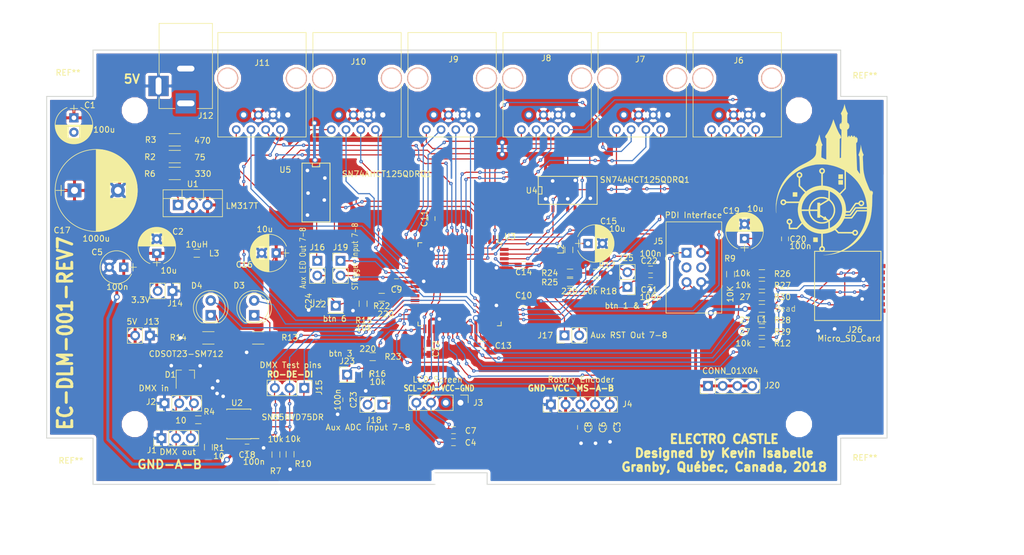
<source format=kicad_pcb>
(kicad_pcb (version 4) (host pcbnew 4.0.6)
  (layers (0 F.Cu signal) (31 B.Cu signal) (34 B.Paste user) (35 F.Paste user) (36 B.SilkS user) (37 F.SilkS user) (38 B.Mask user) (39 F.Mask user) (44 Edge.Cuts user))
  (net 0 "")
  (net 1 VCC)
  (net 2 GND)
  (net 3 VDD)
  (net 4 "Net-(C14-Pad2)")
  (net 5 "Net-(D1-Pad1)")
  (net 6 "Net-(R2-Pad1)")
  (net 7 "Net-(R2-Pad2)")
  (net 8 RO)
  (net 9 DE-RE)
  (net 10 DI)
  (net 11 /PE3)
  (net 12 /LCDSDA)
  (net 13 /PE4)
  (net 14 /LCDSCL)
  (net 15 /PE5)
  (net 16 VDD-Filtered)
  (net 17 /MAX485-A)
  (net 18 /MAX485-B)
  (net 19 /PDIData)
  (net 20 /PDIClk)
  (net 21 "Net-(J16-Pad1)")
  (net 22 "Net-(J16-Pad2)")
  (net 23 "Net-(D3-Pad1)")
  (net 24 "Net-(D3-Pad2)")
  (net 25 "Net-(D4-Pad1)")
  (net 26 "Net-(D4-Pad2)")
  (net 27 "Net-(D1-Pad2)")
  (net 28 L1_OUT_5)
  (net 29 L2_OUT_5)
  (net 30 L3_OUT_5)
  (net 31 L4_OUT_5)
  (net 32 L5_OUT_5)
  (net 33 L6_OUT_5)
  (net 34 L4_OUT_3.3)
  (net 35 L5_OUT_3.3)
  (net 36 L6_OUT_3.3)
  (net 37 L1_OUT_3.3)
  (net 38 L2_OUT_3.3)
  (net 39 L3_OUT_3.3)
  (net 40 RST1)
  (net 41 RST2)
  (net 42 RST3)
  (net 43 RST4)
  (net 44 RST5)
  (net 45 RST6)
  (net 46 "Net-(J17-Pad1)")
  (net 47 "Net-(J17-Pad2)")
  (net 48 "Net-(J18-Pad1)")
  (net 49 "Net-(J18-Pad2)")
  (net 50 "Net-(J19-Pad1)")
  (net 51 "Net-(J19-Pad2)")
  (net 52 BTN4)
  (net 53 BTN3)
  (net 54 BTN2)
  (net 55 BTN1)
  (net 56 L7_OUT_3.3)
  (net 57 L8_OUT_3.3)
  (net 58 STrig1)
  (net 59 STrig2)
  (net 60 STrig3)
  (net 61 STrig4)
  (net 62 STrig5)
  (net 63 STrig6)
  (net 64 ADCTrig1)
  (net 65 ADCTrig2)
  (net 66 ADCTrig3)
  (net 67 ADCTrig4)
  (net 68 ADCTrig5)
  (net 69 ADCTrig6)
  (net 70 "Net-(C19-Pad1)")
  (net 71 SD_SS)
  (net 72 "Net-(J26-Pad2)")
  (net 73 "Net-(J26-Pad5)")
  (net 74 "Net-(J26-Pad7)")
  (net 75 SD_SCK)
  (net 76 SD_MISO)
  (net 77 SD_MOSI)
  (net 78 "Net-(C21-Pad1)")
  (net 79 "Net-(C22-Pad1)")
  (net 80 "Net-(C23-Pad1)")
  (net 81 "Net-(C24-Pad1)")
  (module Housings_QFP:TQFP-64_14x14mm_Pitch0.8mm (layer F.Cu) (at 141.85 98.84 270)
    (fp_text reference U3 (at -8.26 -8.69 360) (layer F.SilkS))
    (fp_text value ATXMEGA64A3U-AU)
    (pad 1 smd rect (at -7.7 -6 270) (size 1.5 0.55) (layers F.Cu F.Paste F.Mask) (net 34 L4_OUT_3.3))
    (pad 2 smd rect (at -7.7 -5.2 270) (size 1.5 0.55) (layers F.Cu F.Paste F.Mask) (net 35 L5_OUT_3.3))
    (pad 3 smd rect (at -7.7 -4.4 270) (size 1.5 0.55) (layers F.Cu F.Paste F.Mask) (net 36 L6_OUT_3.3))
    (pad 4 smd rect (at -7.7 -3.6 270) (size 1.5 0.55) (layers F.Cu F.Paste F.Mask) (net 56 L7_OUT_3.3))
    (pad 5 smd rect (at -7.7 -2.8 270) (size 1.5 0.55) (layers F.Cu F.Paste F.Mask) (net 57 L8_OUT_3.3))
    (pad 6 smd rect (at -7.7 -2 270) (size 1.5 0.55) (layers F.Cu F.Paste F.Mask) (net 64 ADCTrig1))
    (pad 7 smd rect (at -7.7 -1.2 270) (size 1.5 0.55) (layers F.Cu F.Paste F.Mask) (net 65 ADCTrig2))
    (pad 8 smd rect (at -7.7 -0.4 270) (size 1.5 0.55) (layers F.Cu F.Paste F.Mask) (net 66 ADCTrig3))
    (pad 9 smd rect (at -7.7 0.4 270) (size 1.5 0.55) (layers F.Cu F.Paste F.Mask) (net 67 ADCTrig4))
    (pad 10 smd rect (at -7.7 1.2 270) (size 1.5 0.55) (layers F.Cu F.Paste F.Mask) (net 68 ADCTrig5))
    (pad 11 smd rect (at -7.7 2 270) (size 1.5 0.55) (layers F.Cu F.Paste F.Mask) (net 69 ADCTrig6))
    (pad 12 smd rect (at -7.7 2.8 270) (size 1.5 0.55) (layers F.Cu F.Paste F.Mask) (net 48 "Net-(J18-Pad1)"))
    (pad 13 smd rect (at -7.7 3.6 270) (size 1.5 0.55) (layers F.Cu F.Paste F.Mask) (net 49 "Net-(J18-Pad2)"))
    (pad 14 smd rect (at -7.7 4.4 270) (size 1.5 0.55) (layers F.Cu F.Paste F.Mask) (net 2 GND))
    (pad 15 smd rect (at -7.7 5.2 270) (size 1.5 0.55) (layers F.Cu F.Paste F.Mask) (net 16 VDD-Filtered))
    (pad 16 smd rect (at -7.7 6 270) (size 1.5 0.55) (layers F.Cu F.Paste F.Mask) (net 58 STrig1))
    (pad 17 smd rect (at -6 7.7) (size 1.5 0.55) (layers F.Cu F.Paste F.Mask) (net 59 STrig2))
    (pad 18 smd rect (at -5.2 7.7) (size 1.5 0.55) (layers F.Cu F.Paste F.Mask) (net 60 STrig3))
    (pad 19 smd rect (at -4.4 7.7) (size 1.5 0.55) (layers F.Cu F.Paste F.Mask) (net 61 STrig4))
    (pad 20 smd rect (at -3.6 7.7) (size 1.5 0.55) (layers F.Cu F.Paste F.Mask) (net 62 STrig5))
    (pad 21 smd rect (at -2.8 7.7) (size 1.5 0.55) (layers F.Cu F.Paste F.Mask) (net 63 STrig6))
    (pad 22 smd rect (at -2 7.7) (size 1.5 0.55) (layers F.Cu F.Paste F.Mask) (net 50 "Net-(J19-Pad1)"))
    (pad 23 smd rect (at -1.2 7.7) (size 1.5 0.55) (layers F.Cu F.Paste F.Mask) (net 51 "Net-(J19-Pad2)"))
    (pad 24 smd rect (at -0.4 7.7) (size 1.5 0.55) (layers F.Cu F.Paste F.Mask) (net 2 GND))
    (pad 25 smd rect (at 0.4 7.7) (size 1.5 0.55) (layers F.Cu F.Paste F.Mask) (net 16 VDD-Filtered))
    (pad 26 smd rect (at 1.2 7.7) (size 1.5 0.55) (layers F.Cu F.Paste F.Mask) (net 52 BTN4))
    (pad 27 smd rect (at 2 7.7) (size 1.5 0.55) (layers F.Cu F.Paste F.Mask) (net 9 DE-RE))
    (pad 28 smd rect (at 2.8 7.7) (size 1.5 0.55) (layers F.Cu F.Paste F.Mask) (net 8 RO))
    (pad 29 smd rect (at 3.6 7.7) (size 1.5 0.55) (layers F.Cu F.Paste F.Mask) (net 10 DI))
    (pad 30 smd rect (at 4.4 7.7) (size 1.5 0.55) (layers F.Cu F.Paste F.Mask) (net 15 /PE5))
    (pad 31 smd rect (at 5.2 7.7) (size 1.5 0.55) (layers F.Cu F.Paste F.Mask) (net 24 "Net-(D3-Pad2)"))
    (pad 32 smd rect (at 6 7.7) (size 1.5 0.55) (layers F.Cu F.Paste F.Mask) (net 26 "Net-(D4-Pad2)"))
    (pad 33 smd rect (at 7.7 6 270) (size 1.5 0.55) (layers F.Cu F.Paste F.Mask) (net 53 BTN3))
    (pad 34 smd rect (at 7.7 5.2 270) (size 1.5 0.55) (layers F.Cu F.Paste F.Mask) (net 2 GND))
    (pad 35 smd rect (at 7.7 4.4 270) (size 1.5 0.55) (layers F.Cu F.Paste F.Mask) (net 16 VDD-Filtered))
    (pad 36 smd rect (at 7.7 3.6 270) (size 1.5 0.55) (layers F.Cu F.Paste F.Mask) (net 12 /LCDSDA))
    (pad 37 smd rect (at 7.7 2.8 270) (size 1.5 0.55) (layers F.Cu F.Paste F.Mask) (net 14 /LCDSCL))
    (pad 38 smd rect (at 7.7 2 270) (size 1.5 0.55) (layers F.Cu F.Paste F.Mask) (net 11 /PE3))
    (pad 39 smd rect (at 7.7 1.2 270) (size 1.5 0.55) (layers F.Cu F.Paste F.Mask) (net 13 /PE4))
    (pad 40 smd rect (at 7.7 0.4 270) (size 1.5 0.55) (layers F.Cu F.Paste F.Mask) (net 71 SD_SS))
    (pad 41 smd rect (at 7.7 -0.4 270) (size 1.5 0.55) (layers F.Cu F.Paste F.Mask) (net 77 SD_MOSI))
    (pad 42 smd rect (at 7.7 -1.2 270) (size 1.5 0.55) (layers F.Cu F.Paste F.Mask) (net 76 SD_MISO))
    (pad 43 smd rect (at 7.7 -2 270) (size 1.5 0.55) (layers F.Cu F.Paste F.Mask) (net 75 SD_SCK))
    (pad 44 smd rect (at 7.7 -2.8 270) (size 1.5 0.55) (layers F.Cu F.Paste F.Mask) (net 2 GND))
    (pad 45 smd rect (at 7.7 -3.6 270) (size 1.5 0.55) (layers F.Cu F.Paste F.Mask) (net 16 VDD-Filtered))
    (pad 46 smd rect (at 7.7 -4.4 270) (size 1.5 0.55) (layers F.Cu F.Paste F.Mask) (net 45 RST6))
    (pad 47 smd rect (at 7.7 -5.2 270) (size 1.5 0.55) (layers F.Cu F.Paste F.Mask) (net 44 RST5))
    (pad 48 smd rect (at 7.7 -6 270) (size 1.5 0.55) (layers F.Cu F.Paste F.Mask) (net 43 RST4))
    (pad 49 smd rect (at 6 -7.7) (size 1.5 0.55) (layers F.Cu F.Paste F.Mask) (net 42 RST3))
    (pad 50 smd rect (at 5.2 -7.7) (size 1.5 0.55) (layers F.Cu F.Paste F.Mask) (net 41 RST2))
    (pad 51 smd rect (at 4.4 -7.7) (size 1.5 0.55) (layers F.Cu F.Paste F.Mask) (net 40 RST1))
    (pad 52 smd rect (at 3.6 -7.7) (size 1.5 0.55) (layers F.Cu F.Paste F.Mask) (net 2 GND))
    (pad 53 smd rect (at 2.8 -7.7) (size 1.5 0.55) (layers F.Cu F.Paste F.Mask) (net 16 VDD-Filtered))
    (pad 54 smd rect (at 2 -7.7) (size 1.5 0.55) (layers F.Cu F.Paste F.Mask) (net 46 "Net-(J17-Pad1)"))
    (pad 55 smd rect (at 1.2 -7.7) (size 1.5 0.55) (layers F.Cu F.Paste F.Mask) (net 47 "Net-(J17-Pad2)"))
    (pad 56 smd rect (at 0.4 -7.7) (size 1.5 0.55) (layers F.Cu F.Paste F.Mask) (net 19 /PDIData))
    (pad 57 smd rect (at -0.4 -7.7) (size 1.5 0.55) (layers F.Cu F.Paste F.Mask) (net 20 /PDIClk))
    (pad 58 smd rect (at -1.2 -7.7) (size 1.5 0.55) (layers F.Cu F.Paste F.Mask) (net 55 BTN1))
    (pad 59 smd rect (at -2 -7.7) (size 1.5 0.55) (layers F.Cu F.Paste F.Mask) (net 54 BTN2))
    (pad 60 smd rect (at -2.8 -7.7) (size 1.5 0.55) (layers F.Cu F.Paste F.Mask) (net 2 GND))
    (pad 61 smd rect (at -3.6 -7.7) (size 1.5 0.55) (layers F.Cu F.Paste F.Mask) (net 4 "Net-(C14-Pad2)"))
    (pad 62 smd rect (at -4.4 -7.7) (size 1.5 0.55) (layers F.Cu F.Paste F.Mask) (net 37 L1_OUT_3.3))
    (pad 63 smd rect (at -5.2 -7.7) (size 1.5 0.55) (layers F.Cu F.Paste F.Mask) (net 38 L2_OUT_3.3))
    (pad 64 smd rect (at -6 -7.7) (size 1.5 0.55) (layers F.Cu F.Paste F.Mask) (net 39 L3_OUT_3.3))
  )
  (module Connectors:RJ45_8 (layer F.Cu) (at 194.2 69.6 180)
    (fp_text reference J6 (at 4.2 9.4 180) (layer F.SilkS))
    (fp_text value RJ45)
    (pad Hole np_thru_hole circle (at 10.38 6.35 180) (size 3.65 3.65) (drill 3.25) (layers *.Cu *.SilkS *.Mask))
    (pad Hole np_thru_hole circle (at -1.49 6.35 180) (size 3.65 3.65) (drill 3.25) (layers *.Cu *.SilkS *.Mask))
    (pad 1 thru_hole rect (at 0 0 180) (size 1.5 1.5) (drill 0.9) (layers *.Cu *.Mask) (net 2 GND))
    (pad 2 thru_hole circle (at 1.27 -2.54 180) (size 1.5 1.5) (drill 0.9) (layers *.Cu *.Mask) (net 40 RST1))
    (pad 3 thru_hole circle (at 2.54 0 180) (size 1.5 1.5) (drill 0.9) (layers *.Cu *.Mask) (net 2 GND))
    (pad 4 thru_hole circle (at 3.81 -2.54 180) (size 1.5 1.5) (drill 0.9) (layers *.Cu *.Mask) (net 64 ADCTrig1))
    (pad 5 thru_hole circle (at 5.08 0 180) (size 1.5 1.5) (drill 0.9) (layers *.Cu *.Mask) (net 1 VCC))
    (pad 6 thru_hole circle (at 6.35 -2.54 180) (size 1.5 1.5) (drill 0.9) (layers *.Cu *.Mask) (net 58 STrig1))
    (pad 7 thru_hole circle (at 7.62 0 180) (size 1.5 1.5) (drill 0.9) (layers *.Cu *.Mask) (net 1 VCC))
    (pad 8 thru_hole circle (at 8.89 -2.54 180) (size 1.5 1.5) (drill 0.9) (layers *.Cu *.Mask) (net 28 L1_OUT_5))
  )
  (module Capacitors_THT:CP_Radial_D6.3mm_P2.50mm (layer F.Cu) (at 75.3 70.1 270)
    (fp_text reference C1 (at -2.19 -2.75 360) (layer F.SilkS))
    (fp_text value 100u (at 2.04 -5.22 360) (layer F.SilkS))
    (pad 1 thru_hole rect (at 0 0 270) (size 1.6 1.6) (drill 0.8) (layers *.Cu *.Mask) (net 1 VCC))
    (pad 2 thru_hole circle (at 2.5 0 270) (size 1.6 1.6) (drill 0.8) (layers *.Cu *.Mask))
  )
  (module Capacitors_THT:CP_Radial_D6.3mm_P2.50mm (layer F.Cu) (at 89.6 93.5 90)
    (fp_text reference C2 (at 3.75 3.65 180) (layer F.SilkS))
    (fp_text value 10u (at -2.97 2.07 180) (layer F.SilkS))
    (pad 1 thru_hole rect (at 0 0 90) (size 1.6 1.6) (drill 0.8) (layers *.Cu *.Mask) (net 3 VDD))
    (pad 2 thru_hole circle (at 2.5 0 90) (size 1.6 1.6) (drill 0.8) (layers *.Cu *.Mask) (net 2 GND))
  )
  (module Capacitors_SMD:C_0603_HandSoldering (layer F.Cu) (at 167.8 123.55 270)
    (fp_text reference C3 (at 0 -1.27 270) (layer F.SilkS))
    (fp_text value 100n)
    (pad 1 smd rect (at -0.95 0 270) (size 1.2 0.75) (layers F.Cu F.Paste F.Mask) (net 11 /PE3))
    (pad 2 smd rect (at 0.95 0 270) (size 1.2 0.75) (layers F.Cu F.Paste F.Mask) (net 2 GND))
  )
  (module Capacitors_SMD:C_0603_HandSoldering (layer F.Cu) (at 140.79 126.12)
    (fp_text reference C4 (at 2.96 0.08) (layer F.SilkS))
    (fp_text value 100n)
    (pad 1 smd rect (at -0.95 0) (size 1.2 0.75) (layers F.Cu F.Paste F.Mask) (net 14 /LCDSCL))
    (pad 2 smd rect (at 0.95 0) (size 1.2 0.75) (layers F.Cu F.Paste F.Mask) (net 2 GND))
  )
  (module Capacitors_THT:CP_Radial_Tantal_D5.5mm_P2.50mm (layer F.Cu) (at 83.9 95.9 180)
    (fp_text reference C5 (at 4.6 2.6 180) (layer F.SilkS))
    (fp_text value 100n (at 1.1 -3.4 180) (layer F.SilkS))
    (pad 1 thru_hole rect (at 0 0 180) (size 1.6 1.6) (drill 0.8) (layers *.Cu *.Mask) (net 3 VDD))
    (pad 2 thru_hole circle (at 2.5 0 180) (size 1.6 1.6) (drill 0.8) (layers *.Cu *.Mask) (net 2 GND))
  )
  (module Capacitors_SMD:C_0603_HandSoldering (layer F.Cu) (at 165.3 123.55 270)
    (fp_text reference C6 (at 0 -1.25 270) (layer F.SilkS))
    (fp_text value 100n)
    (pad 1 smd rect (at -0.95 0 270) (size 1.2 0.75) (layers F.Cu F.Paste F.Mask) (net 13 /PE4))
    (pad 2 smd rect (at 0.95 0 270) (size 1.2 0.75) (layers F.Cu F.Paste F.Mask) (net 2 GND))
  )
  (module Capacitors_SMD:C_0603_HandSoldering (layer F.Cu) (at 140.8 124.05)
    (fp_text reference C7 (at 2.96 0.09) (layer F.SilkS))
    (fp_text value 100n)
    (pad 1 smd rect (at -0.95 0) (size 1.2 0.75) (layers F.Cu F.Paste F.Mask) (net 12 /LCDSDA))
    (pad 2 smd rect (at 0.95 0) (size 1.2 0.75) (layers F.Cu F.Paste F.Mask) (net 2 GND))
  )
  (module Capacitors_SMD:C_0603_HandSoldering (layer F.Cu) (at 162.8 123.55 270)
    (fp_text reference C8 (at 0 -1.25 270) (layer F.SilkS))
    (fp_text value 100n)
    (pad 1 smd rect (at -0.95 0 270) (size 1.2 0.75) (layers F.Cu F.Paste F.Mask) (net 15 /PE5))
    (pad 2 smd rect (at 0.95 0 270) (size 1.2 0.75) (layers F.Cu F.Paste F.Mask) (net 2 GND))
  )
  (module Capacitors_SMD:C_0603_HandSoldering (layer F.Cu) (at 130.95 98.5 180)
    (fp_text reference C9 (at 0 -1.266 180) (layer F.SilkS))
    (fp_text value 100n)
    (pad 1 smd rect (at -0.95 0 180) (size 1.2 0.75) (layers F.Cu F.Paste F.Mask) (net 2 GND))
    (pad 2 smd rect (at 0.95 0 180) (size 1.2 0.75) (layers F.Cu F.Paste F.Mask) (net 16 VDD-Filtered))
  )
  (module Capacitors_SMD:C_0603_HandSoldering (layer F.Cu) (at 152.9 102)
    (fp_text reference C10 (at 0 -1.25) (layer F.SilkS))
    (fp_text value 100n)
    (pad 1 smd rect (at -0.95 0) (size 1.2 0.75) (layers F.Cu F.Paste F.Mask) (net 2 GND))
    (pad 2 smd rect (at 0.95 0) (size 1.2 0.75) (layers F.Cu F.Paste F.Mask) (net 16 VDD-Filtered))
  )
  (module Capacitors_SMD:C_0603_HandSoldering (layer F.Cu) (at 137 87.5 90)
    (fp_text reference C11 (at 0 -1.25 90) (layer F.SilkS))
    (fp_text value 100n)
    (pad 1 smd rect (at -0.95 0 90) (size 1.2 0.75) (layers F.Cu F.Paste F.Mask) (net 2 GND))
    (pad 2 smd rect (at 0.95 0 90) (size 1.2 0.75) (layers F.Cu F.Paste F.Mask) (net 16 VDD-Filtered))
  )
  (module Capacitors_SMD:C_0603_HandSoldering (layer F.Cu) (at 136.5 110 270)
    (fp_text reference C12 (at 0 -1.25 270) (layer F.SilkS))
    (fp_text value 100n)
    (pad 1 smd rect (at -0.95 0 270) (size 1.2 0.75) (layers F.Cu F.Paste F.Mask) (net 2 GND))
    (pad 2 smd rect (at 0.95 0 270) (size 1.2 0.75) (layers F.Cu F.Paste F.Mask) (net 16 VDD-Filtered))
  )
  (module Capacitors_SMD:C_0603_HandSoldering (layer F.Cu) (at 145.8 109.3)
    (fp_text reference C13 (at 3.594 0.146) (layer F.SilkS))
    (fp_text value 100n)
    (pad 1 smd rect (at -0.95 0) (size 1.2 0.75) (layers F.Cu F.Paste F.Mask) (net 2 GND))
    (pad 2 smd rect (at 0.95 0) (size 1.2 0.75) (layers F.Cu F.Paste F.Mask) (net 16 VDD-Filtered))
  )
  (module Capacitors_SMD:C_0603_HandSoldering (layer F.Cu) (at 152.9 95.5 180)
    (fp_text reference C14 (at 0 -1.25 180) (layer F.SilkS))
    (fp_text value 100n)
    (pad 1 smd rect (at -0.95 0 180) (size 1.2 0.75) (layers F.Cu F.Paste F.Mask) (net 2 GND))
    (pad 2 smd rect (at 0.95 0 180) (size 1.2 0.75) (layers F.Cu F.Paste F.Mask) (net 4 "Net-(C14-Pad2)"))
  )
  (module Capacitors_THT:CP_Radial_D6.3mm_P2.50mm (layer F.Cu) (at 164 91.8)
    (fp_text reference C15 (at 3.55 -3.85 180) (layer F.SilkS))
    (fp_text value 10u (at 5.05 -2.55) (layer F.SilkS))
    (pad 1 thru_hole rect (at 0 0) (size 1.6 1.6) (drill 0.8) (layers *.Cu *.Mask) (net 4 "Net-(C14-Pad2)"))
    (pad 2 thru_hole circle (at 2.5 0) (size 1.6 1.6) (drill 0.8) (layers *.Cu *.Mask) (net 2 GND))
  )
  (module Capacitors_THT:CP_Radial_D6.3mm_P2.50mm (layer F.Cu) (at 110.2 93.45 180)
    (fp_text reference C16 (at 5.5 -2 180) (layer F.SilkS))
    (fp_text value 10u (at 1.96 4.11 180) (layer F.SilkS))
    (pad 1 thru_hole rect (at 0 0 180) (size 1.6 1.6) (drill 0.8) (layers *.Cu *.Mask) (net 16 VDD-Filtered))
    (pad 2 thru_hole circle (at 2.5 0 180) (size 1.6 1.6) (drill 0.8) (layers *.Cu *.Mask) (net 2 GND))
  )
  (module Pin_Headers:Pin_Header_Straight_1x04_Pitch2.54mm (layer F.Cu) (at 142 119.3 270)
    (fp_text reference J3 (at 0 -3.05 360) (layer F.SilkS))
    (fp_text value "LCD Screen" (at -4 3.95 360) (layer F.SilkS))
    (pad 1 thru_hole rect (at 0 0 270) (size 1.7 1.7) (drill 1) (layers *.Cu *.Mask) (net 2 GND))
    (pad 2 thru_hole oval (at 0 2.54 270) (size 1.7 1.7) (drill 1) (layers *.Cu *.Mask) (net 1 VCC))
    (pad 3 thru_hole oval (at 0 5.08 270) (size 1.7 1.7) (drill 1) (layers *.Cu *.Mask) (net 12 /LCDSDA))
    (pad 4 thru_hole oval (at 0 7.62 270) (size 1.7 1.7) (drill 1) (layers *.Cu *.Mask) (net 14 /LCDSCL))
  )
  (module Pin_Headers:Pin_Header_Straight_1x05_Pitch2.54mm (layer F.Cu) (at 157.6 119.6 90)
    (fp_text reference J4 (at 0.05 13.2 180) (layer F.SilkS))
    (fp_text value "Rotary Encoder" (at 4.3 5.2 180) (layer F.SilkS))
    (pad 1 thru_hole rect (at 0 0 90) (size 1.7 1.7) (drill 1) (layers *.Cu *.Mask) (net 2 GND))
    (pad 2 thru_hole oval (at 0 2.54 90) (size 1.7 1.7) (drill 1) (layers *.Cu *.Mask) (net 1 VCC))
    (pad 3 thru_hole oval (at 0 5.08 90) (size 1.7 1.7) (drill 1) (layers *.Cu *.Mask) (net 15 /PE5))
    (pad 4 thru_hole oval (at 0 7.62 90) (size 1.7 1.7) (drill 1) (layers *.Cu *.Mask) (net 13 /PE4))
    (pad 5 thru_hole oval (at 0 10.16 90) (size 1.7 1.7) (drill 1) (layers *.Cu *.Mask) (net 11 /PE3))
  )
  (module Connectors:IDC_Header_Straight_6pins (layer F.Cu) (at 181 93.4 270)
    (fp_text reference J5 (at -1.98 4.87 360) (layer F.SilkS))
    (fp_text value "PDI Interface" (at -6.5 -1.2 360) (layer F.SilkS))
    (fp_text user 1 (at 0.03 1.76 270) (layer F.SilkS) (effects (font (thickness 0.12))))
    (pad 1 thru_hole rect (at 0 0 270) (size 1.7272 1.7272) (drill 1.016) (layers *.Cu *.Mask) (net 19 /PDIData))
    (pad 2 thru_hole oval (at 0 -2.54 270) (size 1.7272 1.7272) (drill 1.016) (layers *.Cu *.Mask) (net 16 VDD-Filtered))
    (pad 3 thru_hole oval (at 2.54 0 270) (size 1.7272 1.7272) (drill 1.016) (layers *.Cu *.Mask))
    (pad 4 thru_hole oval (at 2.54 -2.54 270) (size 1.7272 1.7272) (drill 1.016) (layers *.Cu *.Mask))
    (pad 5 thru_hole oval (at 5.08 0 270) (size 1.7272 1.7272) (drill 1.016) (layers *.Cu *.Mask) (net 20 /PDIClk))
    (pad 6 thru_hole oval (at 5.08 -2.54 270) (size 1.7272 1.7272) (drill 1.016) (layers *.Cu *.Mask) (net 2 GND))
  )
  (module Connectors:RJ45_8 (layer F.Cu) (at 177.8 69.6 180)
    (fp_text reference J7 (at 4.8 9.6 180) (layer F.SilkS))
    (fp_text value RJ45)
    (pad Hole np_thru_hole circle (at 10.38 6.35 180) (size 3.65 3.65) (drill 3.25) (layers *.Cu *.SilkS *.Mask))
    (pad Hole np_thru_hole circle (at -1.49 6.35 180) (size 3.65 3.65) (drill 3.25) (layers *.Cu *.SilkS *.Mask))
    (pad 1 thru_hole rect (at 0 0 180) (size 1.5 1.5) (drill 0.9) (layers *.Cu *.Mask) (net 2 GND))
    (pad 2 thru_hole circle (at 1.27 -2.54 180) (size 1.5 1.5) (drill 0.9) (layers *.Cu *.Mask) (net 41 RST2))
    (pad 3 thru_hole circle (at 2.54 0 180) (size 1.5 1.5) (drill 0.9) (layers *.Cu *.Mask) (net 2 GND))
    (pad 4 thru_hole circle (at 3.81 -2.54 180) (size 1.5 1.5) (drill 0.9) (layers *.Cu *.Mask) (net 65 ADCTrig2))
    (pad 5 thru_hole circle (at 5.08 0 180) (size 1.5 1.5) (drill 0.9) (layers *.Cu *.Mask) (net 1 VCC))
    (pad 6 thru_hole circle (at 6.35 -2.54 180) (size 1.5 1.5) (drill 0.9) (layers *.Cu *.Mask) (net 59 STrig2))
    (pad 7 thru_hole circle (at 7.62 0 180) (size 1.5 1.5) (drill 0.9) (layers *.Cu *.Mask) (net 1 VCC))
    (pad 8 thru_hole circle (at 8.89 -2.54 180) (size 1.5 1.5) (drill 0.9) (layers *.Cu *.Mask) (net 29 L2_OUT_5))
  )
  (module Connectors:RJ45_8 (layer F.Cu) (at 161.4 69.6 180)
    (fp_text reference J8 (at 4.6 9.8 180) (layer F.SilkS))
    (fp_text value RJ45)
    (pad Hole np_thru_hole circle (at 10.38 6.35 180) (size 3.65 3.65) (drill 3.25) (layers *.Cu *.SilkS *.Mask))
    (pad Hole np_thru_hole circle (at -1.49 6.35 180) (size 3.65 3.65) (drill 3.25) (layers *.Cu *.SilkS *.Mask))
    (pad 1 thru_hole rect (at 0 0 180) (size 1.5 1.5) (drill 0.9) (layers *.Cu *.Mask) (net 2 GND))
    (pad 2 thru_hole circle (at 1.27 -2.54 180) (size 1.5 1.5) (drill 0.9) (layers *.Cu *.Mask) (net 42 RST3))
    (pad 3 thru_hole circle (at 2.54 0 180) (size 1.5 1.5) (drill 0.9) (layers *.Cu *.Mask) (net 2 GND))
    (pad 4 thru_hole circle (at 3.81 -2.54 180) (size 1.5 1.5) (drill 0.9) (layers *.Cu *.Mask) (net 66 ADCTrig3))
    (pad 5 thru_hole circle (at 5.08 0 180) (size 1.5 1.5) (drill 0.9) (layers *.Cu *.Mask) (net 1 VCC))
    (pad 6 thru_hole circle (at 6.35 -2.54 180) (size 1.5 1.5) (drill 0.9) (layers *.Cu *.Mask) (net 60 STrig3))
    (pad 7 thru_hole circle (at 7.62 0 180) (size 1.5 1.5) (drill 0.9) (layers *.Cu *.Mask) (net 1 VCC))
    (pad 8 thru_hole circle (at 8.89 -2.54 180) (size 1.5 1.5) (drill 0.9) (layers *.Cu *.Mask) (net 30 L3_OUT_5))
  )
  (module Connectors:RJ45_8 (layer F.Cu) (at 145 69.6 180)
    (fp_text reference J9 (at 4.2 9.6 180) (layer F.SilkS))
    (fp_text value RJ45)
    (pad Hole np_thru_hole circle (at 10.38 6.35 180) (size 3.65 3.65) (drill 3.25) (layers *.Cu *.SilkS *.Mask))
    (pad Hole np_thru_hole circle (at -1.49 6.35 180) (size 3.65 3.65) (drill 3.25) (layers *.Cu *.SilkS *.Mask))
    (pad 1 thru_hole rect (at 0 0 180) (size 1.5 1.5) (drill 0.9) (layers *.Cu *.Mask) (net 2 GND))
    (pad 2 thru_hole circle (at 1.27 -2.54 180) (size 1.5 1.5) (drill 0.9) (layers *.Cu *.Mask) (net 43 RST4))
    (pad 3 thru_hole circle (at 2.54 0 180) (size 1.5 1.5) (drill 0.9) (layers *.Cu *.Mask) (net 2 GND))
    (pad 4 thru_hole circle (at 3.81 -2.54 180) (size 1.5 1.5) (drill 0.9) (layers *.Cu *.Mask) (net 67 ADCTrig4))
    (pad 5 thru_hole circle (at 5.08 0 180) (size 1.5 1.5) (drill 0.9) (layers *.Cu *.Mask) (net 1 VCC))
    (pad 6 thru_hole circle (at 6.35 -2.54 180) (size 1.5 1.5) (drill 0.9) (layers *.Cu *.Mask) (net 61 STrig4))
    (pad 7 thru_hole circle (at 7.62 0 180) (size 1.5 1.5) (drill 0.9) (layers *.Cu *.Mask) (net 1 VCC))
    (pad 8 thru_hole circle (at 8.89 -2.54 180) (size 1.5 1.5) (drill 0.9) (layers *.Cu *.Mask) (net 31 L4_OUT_5))
  )
  (module Connectors:RJ45_8 (layer F.Cu) (at 128.6 69.6 180)
    (fp_text reference J10 (at 4.2 9.2 180) (layer F.SilkS))
    (fp_text value RJ45)
    (pad Hole np_thru_hole circle (at 10.38 6.35 180) (size 3.65 3.65) (drill 3.25) (layers *.Cu *.SilkS *.Mask))
    (pad Hole np_thru_hole circle (at -1.49 6.35 180) (size 3.65 3.65) (drill 3.25) (layers *.Cu *.SilkS *.Mask))
    (pad 1 thru_hole rect (at 0 0 180) (size 1.5 1.5) (drill 0.9) (layers *.Cu *.Mask) (net 2 GND))
    (pad 2 thru_hole circle (at 1.27 -2.54 180) (size 1.5 1.5) (drill 0.9) (layers *.Cu *.Mask) (net 44 RST5))
    (pad 3 thru_hole circle (at 2.54 0 180) (size 1.5 1.5) (drill 0.9) (layers *.Cu *.Mask) (net 2 GND))
    (pad 4 thru_hole circle (at 3.81 -2.54 180) (size 1.5 1.5) (drill 0.9) (layers *.Cu *.Mask) (net 68 ADCTrig5))
    (pad 5 thru_hole circle (at 5.08 0 180) (size 1.5 1.5) (drill 0.9) (layers *.Cu *.Mask) (net 1 VCC))
    (pad 6 thru_hole circle (at 6.35 -2.54 180) (size 1.5 1.5) (drill 0.9) (layers *.Cu *.Mask) (net 62 STrig5))
    (pad 7 thru_hole circle (at 7.62 0 180) (size 1.5 1.5) (drill 0.9) (layers *.Cu *.Mask) (net 1 VCC))
    (pad 8 thru_hole circle (at 8.89 -2.54 180) (size 1.5 1.5) (drill 0.9) (layers *.Cu *.Mask) (net 32 L5_OUT_5))
  )
  (module Connectors:RJ45_8 (layer F.Cu) (at 112.2 69.6 180)
    (fp_text reference J11 (at 4.4 9 180) (layer F.SilkS))
    (fp_text value RJ45)
    (pad Hole np_thru_hole circle (at 10.38 6.35 180) (size 3.65 3.65) (drill 3.25) (layers *.Cu *.SilkS *.Mask))
    (pad Hole np_thru_hole circle (at -1.49 6.35 180) (size 3.65 3.65) (drill 3.25) (layers *.Cu *.SilkS *.Mask))
    (pad 1 thru_hole rect (at 0 0 180) (size 1.5 1.5) (drill 0.9) (layers *.Cu *.Mask) (net 2 GND))
    (pad 2 thru_hole circle (at 1.27 -2.54 180) (size 1.5 1.5) (drill 0.9) (layers *.Cu *.Mask) (net 45 RST6))
    (pad 3 thru_hole circle (at 2.54 0 180) (size 1.5 1.5) (drill 0.9) (layers *.Cu *.Mask) (net 2 GND))
    (pad 4 thru_hole circle (at 3.81 -2.54 180) (size 1.5 1.5) (drill 0.9) (layers *.Cu *.Mask) (net 69 ADCTrig6))
    (pad 5 thru_hole circle (at 5.08 0 180) (size 1.5 1.5) (drill 0.9) (layers *.Cu *.Mask) (net 1 VCC))
    (pad 6 thru_hole circle (at 6.35 -2.54 180) (size 1.5 1.5) (drill 0.9) (layers *.Cu *.Mask) (net 63 STrig6))
    (pad 7 thru_hole circle (at 7.62 0 180) (size 1.5 1.5) (drill 0.9) (layers *.Cu *.Mask) (net 1 VCC))
    (pad 8 thru_hole circle (at 8.89 -2.54 180) (size 1.5 1.5) (drill 0.9) (layers *.Cu *.Mask) (net 33 L6_OUT_5))
  )
  (module Inductors_SMD:L_0603_HandSoldering (layer F.Cu) (at 96.5 93.5)
    (fp_text reference L3 (at 3 0) (layer F.SilkS))
    (fp_text value 10uH (at 0.01 -1.53) (layer F.SilkS))
    (pad 1 smd rect (at -1.1 0) (size 1.2 0.9) (layers F.Cu F.Paste F.Mask) (net 3 VDD))
    (pad 2 smd rect (at 1.1 0) (size 1.2 0.9) (layers F.Cu F.Paste F.Mask) (net 16 VDD-Filtered))
  )
  (module Resistors_SMD:R_1206_HandSoldering (layer F.Cu) (at 92.7 76.8)
    (fp_text reference R2 (at -4.27 0.06) (layer F.SilkS))
    (fp_text value 75 (at 4.34 0.12) (layer F.SilkS))
    (pad 1 smd rect (at -2 0) (size 2 1.7) (layers F.Cu F.Paste F.Mask) (net 6 "Net-(R2-Pad1)"))
    (pad 2 smd rect (at 2 0) (size 2 1.7) (layers F.Cu F.Paste F.Mask) (net 7 "Net-(R2-Pad2)"))
  )
  (module Resistors_SMD:R_1206_HandSoldering (layer F.Cu) (at 92.7 73.9 180)
    (fp_text reference R3 (at 4.16 0 180) (layer F.SilkS))
    (fp_text value 470 (at -4.78 -0.14 180) (layer F.SilkS))
    (pad 1 smd rect (at -2 0 180) (size 2 1.7) (layers F.Cu F.Paste F.Mask) (net 7 "Net-(R2-Pad2)"))
    (pad 2 smd rect (at 2 0 180) (size 2 1.7) (layers F.Cu F.Paste F.Mask) (net 2 GND))
  )
  (module Resistors_SMD:R_1206_HandSoldering (layer F.Cu) (at 92.7 79.7 180)
    (fp_text reference R6 (at 4.3 -0.07 180) (layer F.SilkS))
    (fp_text value 330 (at -4.89 -0.07 180) (layer F.SilkS))
    (pad 1 smd rect (at -2 0 180) (size 2 1.7) (layers F.Cu F.Paste F.Mask) (net 3 VDD))
    (pad 2 smd rect (at 2 0 180) (size 2 1.7) (layers F.Cu F.Paste F.Mask) (net 6 "Net-(R2-Pad1)"))
  )
  (module Resistors_SMD:R_0603_HandSoldering (layer F.Cu) (at 188.6 97.1 90)
    (fp_text reference R9 (at 2.7 -0.1 180) (layer F.SilkS))
    (fp_text value 10K (at -3.45 -0.05 270) (layer F.SilkS))
    (pad 1 smd rect (at -1.1 0 90) (size 1.2 0.9) (layers F.Cu F.Paste F.Mask) (net 20 /PDIClk))
    (pad 2 smd rect (at 1.1 0 90) (size 1.2 0.9) (layers F.Cu F.Paste F.Mask) (net 16 VDD-Filtered))
  )
  (module TO_SOT_Packages_THT:TO-220_Vertical (layer F.Cu) (at 93.27 85.15)
    (fp_text reference U1 (at 2.54 -3.62) (layer F.SilkS))
    (fp_text value LM317T (at 11.03 0.15) (layer F.SilkS))
    (pad 1 thru_hole rect (at 0 0) (size 1.8 1.8) (drill 1) (layers *.Cu *.Mask) (net 6 "Net-(R2-Pad1)"))
    (pad 2 thru_hole oval (at 2.54 0) (size 1.8 1.8) (drill 1) (layers *.Cu *.Mask) (net 3 VDD))
    (pad 3 thru_hole oval (at 5.08 0) (size 1.8 1.8) (drill 1) (layers *.Cu *.Mask) (net 1 VCC))
  )
  (module Housings_SOIC:SOIC-8_3.9x4.9mm_Pitch1.27mm (layer F.Cu) (at 103.75 122.97 180)
    (fp_text reference U2 (at 0.31 3.64 180) (layer F.SilkS))
    (fp_text value SN65HVD75DR (at -9.3 1.17 180) (layer F.SilkS))
    (pad 1 smd rect (at -2.7 -1.905 180) (size 1.55 0.6) (layers F.Cu F.Paste F.Mask) (net 8 RO))
    (pad 2 smd rect (at -2.7 -0.635 180) (size 1.55 0.6) (layers F.Cu F.Paste F.Mask) (net 9 DE-RE))
    (pad 3 smd rect (at -2.7 0.635 180) (size 1.55 0.6) (layers F.Cu F.Paste F.Mask) (net 9 DE-RE))
    (pad 4 smd rect (at -2.7 1.905 180) (size 1.55 0.6) (layers F.Cu F.Paste F.Mask) (net 10 DI))
    (pad 5 smd rect (at 2.7 1.905 180) (size 1.55 0.6) (layers F.Cu F.Paste F.Mask) (net 2 GND))
    (pad 6 smd rect (at 2.7 0.635 180) (size 1.55 0.6) (layers F.Cu F.Paste F.Mask) (net 18 /MAX485-B))
    (pad 7 smd rect (at 2.7 -0.635 180) (size 1.55 0.6) (layers F.Cu F.Paste F.Mask) (net 17 /MAX485-A))
    (pad 8 smd rect (at 2.7 -1.905 180) (size 1.55 0.6) (layers F.Cu F.Paste F.Mask) (net 3 VDD))
  )
  (module Connectors:BARREL_JACK (layer F.Cu) (at 94.6 67.6 270)
    (fp_text reference J12 (at 2.132 -3.448 540) (layer F.SilkS))
    (fp_text value BARREL_JACK)
    (pad 1 thru_hole rect (at 0 0 270) (size 3.5 3.5) (drill oval 1 3) (layers *.Cu *.Mask) (net 1 VCC))
    (pad 2 thru_hole rect (at -6 0 270) (size 3.5 3.5) (drill oval 1 3) (layers *.Cu *.Mask) (net 2 GND))
    (pad 3 thru_hole rect (at -3 4.7 270) (size 3.5 3.5) (drill oval 3 1) (layers *.Cu *.Mask) (net 2 GND))
  )
  (module Pin_Headers:Pin_Header_Straight_1x03_Pitch2.54mm (layer F.Cu) (at 115.05 116.75 270)
    (fp_text reference J15 (at -0.08 -2.55 270) (layer F.SilkS))
    (fp_text value "DMX Test pins" (at -3.95 2.35 360) (layer F.SilkS))
    (pad 1 thru_hole rect (at 0 0 270) (size 1.7 1.7) (drill 1) (layers *.Cu *.Mask) (net 10 DI))
    (pad 2 thru_hole oval (at 0 2.54 270) (size 1.7 1.7) (drill 1) (layers *.Cu *.Mask) (net 9 DE-RE))
    (pad 3 thru_hole oval (at 0 5.08 270) (size 1.7 1.7) (drill 1) (layers *.Cu *.Mask) (net 8 RO))
  )
  (module Mounting_Holes:MountingHole_3.5mm (layer F.Cu) (at 85.8 123)
    (fp_text reference REF** (at -11 6.3) (layer F.SilkS))
    (fp_text value MountingHole_3.5mm)
    (pad 1 np_thru_hole circle (at 0 0) (size 3.5 3.5) (drill 3.5) (layers *.Cu *.Mask))
  )
  (module Mounting_Holes:MountingHole_3.5mm (layer F.Cu) (at 200.4 123)
    (fp_text reference REF** (at 11.4 5.8) (layer F.SilkS))
    (fp_text value MountingHole_3.5mm)
    (pad 1 np_thru_hole circle (at 0 0) (size 3.5 3.5) (drill 3.5) (layers *.Cu *.Mask))
  )
  (module Mounting_Holes:MountingHole_3.5mm (layer F.Cu) (at 200.4 68.8)
    (fp_text reference REF** (at 11.4 -6) (layer F.SilkS))
    (fp_text value MountingHole_3.5mm)
    (pad 1 np_thru_hole circle (at 0 0) (size 3.5 3.5) (drill 3.5) (layers *.Cu *.Mask))
  )
  (module Mounting_Holes:MountingHole_3.5mm (layer F.Cu) (at 85.8 68.8)
    (fp_text reference REF** (at -11.5 -6.5) (layer F.SilkS))
    (fp_text value MountingHole_3.5mm)
    (pad 1 np_thru_hole circle (at 0 0) (size 3.5 3.5) (drill 3.5) (layers *.Cu *.Mask))
  )
  (module LEDs:LED_D5.0mm (layer F.Cu) (at 106.4 104.2 90)
    (fp_text reference D3 (at 5.15 -2.59 180) (layer F.SilkS))
    (fp_text value LED)
    (pad 1 thru_hole rect (at 0 0 90) (size 1.8 1.8) (drill 0.9) (layers *.Cu *.Mask) (net 23 "Net-(D3-Pad1)"))
    (pad 2 thru_hole circle (at 2.54 0 90) (size 1.8 1.8) (drill 0.9) (layers *.Cu *.Mask) (net 24 "Net-(D3-Pad2)"))
  )
  (module LEDs:LED_D5.0mm (layer F.Cu) (at 98.9 104.2 90)
    (fp_text reference D4 (at 5.12 -2.41 180) (layer F.SilkS))
    (fp_text value LED)
    (pad 1 thru_hole rect (at 0 0 90) (size 1.8 1.8) (drill 0.9) (layers *.Cu *.Mask) (net 25 "Net-(D4-Pad1)"))
    (pad 2 thru_hole circle (at 2.54 0 90) (size 1.8 1.8) (drill 0.9) (layers *.Cu *.Mask) (net 26 "Net-(D4-Pad2)"))
  )
  (module Resistors_SMD:R_1206_HandSoldering (layer F.Cu) (at 107.1 108.1 180)
    (fp_text reference R13 (at -5.45 0.05 180) (layer F.SilkS))
    (fp_text value R)
    (pad 1 smd rect (at -2 0 180) (size 2 1.7) (layers F.Cu F.Paste F.Mask) (net 23 "Net-(D3-Pad1)"))
    (pad 2 smd rect (at 2 0 180) (size 2 1.7) (layers F.Cu F.Paste F.Mask) (net 2 GND))
  )
  (module Resistors_SMD:R_1206_HandSoldering (layer F.Cu) (at 98.5 108.1 180)
    (fp_text reference R14 (at 5.2 0.05 180) (layer F.SilkS))
    (fp_text value R)
    (pad 1 smd rect (at -2 0 180) (size 2 1.7) (layers F.Cu F.Paste F.Mask) (net 25 "Net-(D4-Pad1)"))
    (pad 2 smd rect (at 2 0 180) (size 2 1.7) (layers F.Cu F.Paste F.Mask) (net 2 GND))
  )
  (module Capacitors_SMD:C_0603_HandSoldering (layer F.Cu) (at 105.175 127.05 180)
    (fp_text reference C18 (at 0 -1.25 180) (layer F.SilkS))
    (fp_text value 100n (at -1.2 -2.45 180) (layer F.SilkS))
    (pad 1 smd rect (at -0.95 0 180) (size 1.2 0.75) (layers F.Cu F.Paste F.Mask) (net 2 GND))
    (pad 2 smd rect (at 0.95 0 180) (size 1.2 0.75) (layers F.Cu F.Paste F.Mask) (net 3 VDD))
  )
  (module SMD_Packages:SOIC-14_N (layer F.Cu) (at 160.5 82.5)
    (fp_text reference U4 (at -6.22 0.15) (layer F.SilkS))
    (fp_text value SN74AHCT125QDRQ1 (at 13.3 -1.7) (layer F.SilkS))
    (pad 1 smd rect (at -3.81 3.302) (size 0.508 1.143) (layers F.Cu F.Paste F.Mask) (net 2 GND))
    (pad 2 smd rect (at -2.54 3.302) (size 0.508 1.143) (layers F.Cu F.Paste F.Mask) (net 37 L1_OUT_3.3))
    (pad 3 smd rect (at -1.27 3.302) (size 0.508 1.143) (layers F.Cu F.Paste F.Mask) (net 28 L1_OUT_5))
    (pad 4 smd rect (at 0 3.302) (size 0.508 1.143) (layers F.Cu F.Paste F.Mask) (net 2 GND))
    (pad 5 smd rect (at 1.27 3.302) (size 0.508 1.143) (layers F.Cu F.Paste F.Mask) (net 38 L2_OUT_3.3))
    (pad 6 smd rect (at 2.54 3.302) (size 0.508 1.143) (layers F.Cu F.Paste F.Mask) (net 29 L2_OUT_5))
    (pad 7 smd rect (at 3.81 3.302) (size 0.508 1.143) (layers F.Cu F.Paste F.Mask) (net 2 GND))
    (pad 8 smd rect (at 3.81 -3.048) (size 0.508 1.143) (layers F.Cu F.Paste F.Mask) (net 30 L3_OUT_5))
    (pad 9 smd rect (at 2.54 -3.048) (size 0.508 1.143) (layers F.Cu F.Paste F.Mask) (net 39 L3_OUT_3.3))
    (pad 11 smd rect (at 0 -3.048) (size 0.508 1.143) (layers F.Cu F.Paste F.Mask) (net 31 L4_OUT_5))
    (pad 12 smd rect (at -1.27 -3.048) (size 0.508 1.143) (layers F.Cu F.Paste F.Mask) (net 34 L4_OUT_3.3))
    (pad 13 smd rect (at -2.54 -3.048) (size 0.508 1.143) (layers F.Cu F.Paste F.Mask) (net 2 GND))
    (pad 14 smd rect (at -3.81 -3.048) (size 0.508 1.143) (layers F.Cu F.Paste F.Mask) (net 1 VCC))
    (pad 10 smd rect (at 1.27 -3.048) (size 0.508 1.143) (layers F.Cu F.Paste F.Mask) (net 2 GND))
  )
  (module SMD_Packages:SOIC-14_N (layer F.Cu) (at 117.2 83 270)
    (fp_text reference U5 (at -3.93 5.44 360) (layer F.SilkS))
    (fp_text value SN74AHCT125QDRQ1 (at -3.2 -12.1 360) (layer F.SilkS))
    (pad 1 smd rect (at -3.81 3.302 270) (size 0.508 1.143) (layers F.Cu F.Paste F.Mask) (net 2 GND))
    (pad 2 smd rect (at -2.54 3.302 270) (size 0.508 1.143) (layers F.Cu F.Paste F.Mask) (net 35 L5_OUT_3.3))
    (pad 3 smd rect (at -1.27 3.302 270) (size 0.508 1.143) (layers F.Cu F.Paste F.Mask) (net 32 L5_OUT_5))
    (pad 4 smd rect (at 0 3.302 270) (size 0.508 1.143) (layers F.Cu F.Paste F.Mask) (net 2 GND))
    (pad 5 smd rect (at 1.27 3.302 270) (size 0.508 1.143) (layers F.Cu F.Paste F.Mask) (net 36 L6_OUT_3.3))
    (pad 6 smd rect (at 2.54 3.302 270) (size 0.508 1.143) (layers F.Cu F.Paste F.Mask) (net 33 L6_OUT_5))
    (pad 7 smd rect (at 3.81 3.302 270) (size 0.508 1.143) (layers F.Cu F.Paste F.Mask) (net 2 GND))
    (pad 8 smd rect (at 3.81 -3.048 270) (size 0.508 1.143) (layers F.Cu F.Paste F.Mask) (net 22 "Net-(J16-Pad2)"))
    (pad 9 smd rect (at 2.54 -3.048 270) (size 0.508 1.143) (layers F.Cu F.Paste F.Mask) (net 56 L7_OUT_3.3))
    (pad 11 smd rect (at 0 -3.048 270) (size 0.508 1.143) (layers F.Cu F.Paste F.Mask) (net 21 "Net-(J16-Pad1)"))
    (pad 12 smd rect (at -1.27 -3.048 270) (size 0.508 1.143) (layers F.Cu F.Paste F.Mask) (net 57 L8_OUT_3.3))
    (pad 13 smd rect (at -2.54 -3.048 270) (size 0.508 1.143) (layers F.Cu F.Paste F.Mask) (net 2 GND))
    (pad 14 smd rect (at -3.81 -3.048 270) (size 0.508 1.143) (layers F.Cu F.Paste F.Mask) (net 1 VCC))
    (pad 10 smd rect (at 1.27 -3.048 270) (size 0.508 1.143) (layers F.Cu F.Paste F.Mask) (net 2 GND))
  )
  (module TO_SOT_Packages_SMD:SOT-23_Handsoldering (layer F.Cu) (at 94.525 114.425 90)
    (fp_text reference D1 (at -0.025 -2.575 180) (layer F.SilkS))
    (fp_text value CDSOT23-SM712 (at 3.555 0.135 180) (layer F.SilkS))
    (pad 1 smd rect (at -1.5 -0.95 90) (size 1.9 0.8) (layers F.Cu F.Paste F.Mask) (net 5 "Net-(D1-Pad1)"))
    (pad 2 smd rect (at -1.5 0.95 90) (size 1.9 0.8) (layers F.Cu F.Paste F.Mask) (net 27 "Net-(D1-Pad2)"))
    (pad 3 smd rect (at 1.5 0 90) (size 1.9 0.8) (layers F.Cu F.Paste F.Mask) (net 2 GND))
  )
  (module Resistors_SMD:R_0603_HandSoldering (layer F.Cu) (at 98.5 126.975 270)
    (fp_text reference R1 (at 0.125 -1.8 360) (layer F.SilkS))
    (fp_text value 10 (at 1.525 -1.8 360) (layer F.SilkS))
    (pad 1 smd rect (at -1.1 0 270) (size 1.2 0.9) (layers F.Cu F.Paste F.Mask) (net 17 /MAX485-A))
    (pad 2 smd rect (at 1.1 0 270) (size 1.2 0.9) (layers F.Cu F.Paste F.Mask) (net 5 "Net-(D1-Pad1)"))
  )
  (module Resistors_SMD:R_0603_HandSoldering (layer F.Cu) (at 96.76 122.25)
    (fp_text reference R4 (at 1.875 -1.4) (layer F.SilkS))
    (fp_text value 10 (at -3 0.1) (layer F.SilkS))
    (pad 1 smd rect (at -1.1 0) (size 1.2 0.9) (layers F.Cu F.Paste F.Mask) (net 27 "Net-(D1-Pad2)"))
    (pad 2 smd rect (at 1.1 0) (size 1.2 0.9) (layers F.Cu F.Paste F.Mask) (net 18 /MAX485-B))
  )
  (module Resistors_SMD:R_0603_HandSoldering (layer F.Cu) (at 110.15 128.25 270)
    (fp_text reference R7 (at 2.85 0.05 360) (layer F.SilkS))
    (fp_text value 10k (at -2.65 0.05 360) (layer F.SilkS))
    (pad 1 smd rect (at -1.1 0 270) (size 1.2 0.9) (layers F.Cu F.Paste F.Mask) (net 8 RO))
    (pad 2 smd rect (at 1.1 0 270) (size 1.2 0.9) (layers F.Cu F.Paste F.Mask) (net 3 VDD))
  )
  (module Resistors_SMD:R_0603_HandSoldering (layer F.Cu) (at 112.6 128.2 270)
    (fp_text reference R10 (at 1.65 -2.25 360) (layer F.SilkS))
    (fp_text value 10k (at -2.65 -0.5 360) (layer F.SilkS))
    (pad 1 smd rect (at -1.1 0 270) (size 1.2 0.9) (layers F.Cu F.Paste F.Mask) (net 9 DE-RE))
    (pad 2 smd rect (at 1.1 0 270) (size 1.2 0.9) (layers F.Cu F.Paste F.Mask) (net 2 GND))
  )
  (module Pin_Headers:Pin_Header_Straight_1x03_Pitch2.54mm (layer F.Cu) (at 90.4 125.425 90)
    (fp_text reference J1 (at -2.075 -1.65 180) (layer F.SilkS))
    (fp_text value "DMX out" (at -2.375 2.8 180) (layer F.SilkS))
    (pad 1 thru_hole rect (at 0 0 90) (size 1.7 1.7) (drill 1) (layers *.Cu *.Mask) (net 2 GND))
    (pad 2 thru_hole oval (at 0 2.54 90) (size 1.7 1.7) (drill 1) (layers *.Cu *.Mask) (net 5 "Net-(D1-Pad1)"))
    (pad 3 thru_hole oval (at 0 5.08 90) (size 1.7 1.7) (drill 1) (layers *.Cu *.Mask) (net 27 "Net-(D1-Pad2)"))
  )
  (module Pin_Headers:Pin_Header_Straight_1x03_Pitch2.54mm (layer F.Cu) (at 90.925 119.4 90)
    (fp_text reference J2 (at 0.25 -2.325 180) (layer F.SilkS))
    (fp_text value "DMX in" (at 2.6 -1.825 180) (layer F.SilkS))
    (pad 1 thru_hole rect (at 0 0 90) (size 1.7 1.7) (drill 1) (layers *.Cu *.Mask) (net 2 GND))
    (pad 2 thru_hole oval (at 0 2.54 90) (size 1.7 1.7) (drill 1) (layers *.Cu *.Mask) (net 5 "Net-(D1-Pad1)"))
    (pad 3 thru_hole oval (at 0 5.08 90) (size 1.7 1.7) (drill 1) (layers *.Cu *.Mask) (net 27 "Net-(D1-Pad2)"))
  )
  (module Resistors_SMD:R_0603_HandSoldering (layer F.Cu) (at 125.2 102.2 270)
    (fp_text reference R15 (at 2.9 -0.1 360) (layer F.SilkS))
    (fp_text value 10k (at 4.2 -0.1 360) (layer F.SilkS))
    (pad 1 smd rect (at -1.1 0 270) (size 1.2 0.9) (layers F.Cu F.Paste F.Mask) (net 81 "Net-(C24-Pad1)"))
    (pad 2 smd rect (at 1.1 0 270) (size 1.2 0.9) (layers F.Cu F.Paste F.Mask) (net 2 GND))
  )
  (module Resistors_SMD:R_0603_HandSoldering (layer F.Cu) (at 125.65 114.45 270)
    (fp_text reference R16 (at -0.15 -2.05 360) (layer F.SilkS))
    (fp_text value 10k (at 1.25 -2.05 360) (layer F.SilkS))
    (pad 1 smd rect (at -1.1 0 270) (size 1.2 0.9) (layers F.Cu F.Paste F.Mask) (net 80 "Net-(C23-Pad1)"))
    (pad 2 smd rect (at 1.1 0 270) (size 1.2 0.9) (layers F.Cu F.Paste F.Mask) (net 2 GND))
  )
  (module Resistors_SMD:R_0603_HandSoldering (layer F.Cu) (at 165.4 96.9)
    (fp_text reference R17 (at 1.9 -1.35) (layer F.SilkS))
    (fp_text value 10k)
    (pad 1 smd rect (at -1.1 0) (size 1.2 0.9) (layers F.Cu F.Paste F.Mask) (net 79 "Net-(C22-Pad1)"))
    (pad 2 smd rect (at 1.1 0) (size 1.2 0.9) (layers F.Cu F.Paste F.Mask) (net 2 GND))
  )
  (module Resistors_SMD:R_0603_HandSoldering (layer F.Cu) (at 165.4 98.6)
    (fp_text reference R18 (at 2.15 1.45) (layer F.SilkS))
    (fp_text value 10k (at -1.1 1.45) (layer F.SilkS))
    (pad 1 smd rect (at -1.1 0) (size 1.2 0.9) (layers F.Cu F.Paste F.Mask) (net 78 "Net-(C21-Pad1)"))
    (pad 2 smd rect (at 1.1 0) (size 1.2 0.9) (layers F.Cu F.Paste F.Mask) (net 2 GND))
  )
  (module Resistors_SMD:R_0603_HandSoldering (layer F.Cu) (at 128.4 101.1)
    (fp_text reference R22 (at 0 1.5) (layer F.SilkS))
    (fp_text value 220 (at 0.7 2.9) (layer F.SilkS))
    (pad 1 smd rect (at -1.1 0) (size 1.2 0.9) (layers F.Cu F.Paste F.Mask) (net 81 "Net-(C24-Pad1)"))
    (pad 2 smd rect (at 1.1 0) (size 1.2 0.9) (layers F.Cu F.Paste F.Mask) (net 52 BTN4))
  )
  (module Resistors_SMD:R_0603_HandSoldering (layer F.Cu) (at 126.85 111.35)
    (fp_text reference R23 (at 3.5 0) (layer F.SilkS))
    (fp_text value 220 (at -0.85 -1.35) (layer F.SilkS))
    (pad 1 smd rect (at -1.1 0) (size 1.2 0.9) (layers F.Cu F.Paste F.Mask) (net 80 "Net-(C23-Pad1)"))
    (pad 2 smd rect (at 1.1 0) (size 1.2 0.9) (layers F.Cu F.Paste F.Mask) (net 53 BTN3))
  )
  (module Resistors_SMD:R_0603_HandSoldering (layer F.Cu) (at 160.9 96.9 180)
    (fp_text reference R24 (at 3.5 0 180) (layer F.SilkS))
    (fp_text value 220)
    (pad 1 smd rect (at -1.1 0 180) (size 1.2 0.9) (layers F.Cu F.Paste F.Mask) (net 79 "Net-(C22-Pad1)"))
    (pad 2 smd rect (at 1.1 0 180) (size 1.2 0.9) (layers F.Cu F.Paste F.Mask) (net 54 BTN2))
  )
  (module Resistors_SMD:R_0603_HandSoldering (layer F.Cu) (at 160.9 98.5 180)
    (fp_text reference R25 (at 3.5 0 180) (layer F.SilkS))
    (fp_text value 220 (at 0.1 -1.55 180) (layer F.SilkS))
    (pad 1 smd rect (at -1.1 0 180) (size 1.2 0.9) (layers F.Cu F.Paste F.Mask) (net 78 "Net-(C21-Pad1)"))
    (pad 2 smd rect (at 1.1 0 180) (size 1.2 0.9) (layers F.Cu F.Paste F.Mask) (net 55 BTN1))
  )
  (module Inductors_SMD:L_0603_HandSoldering (layer F.Cu) (at 160.7 92.9 90)
    (fp_text reference L2 (at 0.1 -1.4 270) (layer F.SilkS))
    (fp_text value "Fer Bead")
    (pad 1 smd rect (at -1.1 0 90) (size 1.2 0.9) (layers F.Cu F.Paste F.Mask) (net 16 VDD-Filtered))
    (pad 2 smd rect (at 1.1 0 90) (size 1.2 0.9) (layers F.Cu F.Paste F.Mask) (net 4 "Net-(C14-Pad2)"))
  )
  (module Capacitors_THT:CP_Radial_D6.3mm_P2.50mm (layer F.Cu) (at 191.01 90.95 90)
    (fp_text reference C19 (at 4.8 -2.3 180) (layer F.SilkS))
    (fp_text value 10u (at 5.15 1.85 180) (layer F.SilkS))
    (pad 1 thru_hole rect (at 0 0 90) (size 1.6 1.6) (drill 0.8) (layers *.Cu *.Mask) (net 70 "Net-(C19-Pad1)"))
    (pad 2 thru_hole circle (at 2.5 0 90) (size 1.6 1.6) (drill 0.8) (layers *.Cu *.Mask) (net 2 GND))
  )
  (module Capacitors_SMD:C_0603_HandSoldering (layer F.Cu) (at 198 91 90)
    (fp_text reference C20 (at -0.05 2.25 180) (layer F.SilkS))
    (fp_text value 100n (at -1.25 2.65 180) (layer F.SilkS))
    (pad 1 smd rect (at -0.95 0 90) (size 1.2 0.75) (layers F.Cu F.Paste F.Mask) (net 70 "Net-(C19-Pad1)"))
    (pad 2 smd rect (at 0.95 0 90) (size 1.2 0.75) (layers F.Cu F.Paste F.Mask) (net 2 GND))
  )
  (module Inductors_SMD:L_0603_HandSoldering (layer F.Cu) (at 194 103 180)
    (fp_text reference L1 (at 0 -1.9 180) (layer F.SilkS))
    (fp_text value Bead (at -4.05 -0.05 180) (layer F.SilkS) (effects (font (thickness 0.1))))
    (pad 1 smd rect (at -1.1 0 180) (size 1.2 0.9) (layers F.Cu F.Paste F.Mask) (net 70 "Net-(C19-Pad1)"))
    (pad 2 smd rect (at 1.1 0 180) (size 1.2 0.9) (layers F.Cu F.Paste F.Mask) (net 3 VDD))
  )
  (module Resistors_SMD:R_0603_HandSoldering (layer F.Cu) (at 194 97)
    (fp_text reference R26 (at 3.55 0.05) (layer F.SilkS))
    (fp_text value 10k (at -3.3 -0.05) (layer F.SilkS))
    (pad 1 smd rect (at -1.1 0) (size 1.2 0.9) (layers F.Cu F.Paste F.Mask) (net 75 SD_SCK))
    (pad 2 smd rect (at 1.1 0) (size 1.2 0.9) (layers F.Cu F.Paste F.Mask) (net 70 "Net-(C19-Pad1)"))
  )
  (module Resistors_SMD:R_0603_HandSoldering (layer F.Cu) (at 194 99)
    (fp_text reference R27 (at 3.55 0.05) (layer F.SilkS))
    (fp_text value 10k (at -3.2 0) (layer F.SilkS))
    (pad 1 smd rect (at -1.1 0) (size 1.2 0.9) (layers F.Cu F.Paste F.Mask) (net 76 SD_MISO))
    (pad 2 smd rect (at 1.1 0) (size 1.2 0.9) (layers F.Cu F.Paste F.Mask) (net 70 "Net-(C19-Pad1)"))
  )
  (module Resistors_SMD:R_0603_HandSoldering (layer F.Cu) (at 194 105 180)
    (fp_text reference R28 (at -3.55 -0.05 180) (layer F.SilkS))
    (fp_text value 27 (at 2.95 -0.05 180) (layer F.SilkS))
    (pad 1 smd rect (at -1.1 0 180) (size 1.2 0.9) (layers F.Cu F.Paste F.Mask) (net 72 "Net-(J26-Pad2)"))
    (pad 2 smd rect (at 1.1 0 180) (size 1.2 0.9) (layers F.Cu F.Paste F.Mask) (net 77 SD_MOSI))
  )
  (module Resistors_SMD:R_0603_HandSoldering (layer F.Cu) (at 194 107 180)
    (fp_text reference R29 (at -3.55 -0.05 180) (layer F.SilkS))
    (fp_text value 27 (at 2.95 -0.05 180) (layer F.SilkS))
    (pad 1 smd rect (at -1.1 0 180) (size 1.2 0.9) (layers F.Cu F.Paste F.Mask) (net 73 "Net-(J26-Pad5)"))
    (pad 2 smd rect (at 1.1 0 180) (size 1.2 0.9) (layers F.Cu F.Paste F.Mask) (net 75 SD_SCK))
  )
  (module Resistors_SMD:R_0603_HandSoldering (layer F.Cu) (at 194 101 180)
    (fp_text reference R30 (at -3.55 -0.05 180) (layer F.SilkS))
    (fp_text value 27 (at 2.9 -0.05 180) (layer F.SilkS))
    (pad 1 smd rect (at -1.1 0 180) (size 1.2 0.9) (layers F.Cu F.Paste F.Mask) (net 74 "Net-(J26-Pad7)"))
    (pad 2 smd rect (at 1.1 0 180) (size 1.2 0.9) (layers F.Cu F.Paste F.Mask) (net 76 SD_MISO))
  )
  (module Pin_Headers:Pin_Header_Straight_1x01_Pitch2.54mm (layer F.Cu) (at 120.48 102.54)
    (fp_text reference J22 (at -2.98 -0.24) (layer F.SilkS))
    (fp_text value "btn 6" (at -0.18 2.26) (layer F.SilkS))
    (pad 1 thru_hole rect (at 0 0) (size 1.7 1.7) (drill 1) (layers *.Cu *.Mask) (net 81 "Net-(C24-Pad1)"))
  )
  (module Pin_Headers:Pin_Header_Straight_1x01_Pitch2.54mm (layer F.Cu) (at 122.45 114.45)
    (fp_text reference J23 (at 0 -2.33) (layer F.SilkS))
    (fp_text value "btn 3" (at -1.15 -3.65) (layer F.SilkS))
    (pad 1 thru_hole rect (at 0 0) (size 1.7 1.7) (drill 1) (layers *.Cu *.Mask) (net 80 "Net-(C23-Pad1)"))
  )
  (module Pin_Headers:Pin_Header_Straight_1x02_Pitch2.54mm (layer F.Cu) (at 170.8 99.3 180)
    (fp_text reference J25 (at 0.25 5 360) (layer F.SilkS))
    (fp_text value "btn 1 & 2" (at 0 -3.25 360) (layer F.SilkS))
    (pad 1 thru_hole rect (at 0 0 180) (size 1.7 1.7) (drill 1) (layers *.Cu *.Mask) (net 78 "Net-(C21-Pad1)"))
    (pad 2 thru_hole oval (at 0 2.54 180) (size 1.7 1.7) (drill 1) (layers *.Cu *.Mask) (net 79 "Net-(C22-Pad1)"))
  )
  (module Resistors_SMD:R_0603_HandSoldering (layer F.Cu) (at 194 109 180)
    (fp_text reference R12 (at -3.55 -0.05 180) (layer F.SilkS))
    (fp_text value 10k (at 3.2 -0.05 180) (layer F.SilkS))
    (pad 1 smd rect (at -1.1 0 180) (size 1.2 0.9) (layers F.Cu F.Paste F.Mask) (net 71 SD_SS))
    (pad 2 smd rect (at 1.1 0 180) (size 1.2 0.9) (layers F.Cu F.Paste F.Mask) (net 70 "Net-(C19-Pad1)"))
  )
  (module ec-dlm-001:LOGO-22mm (layer F.Cu) (at 204.74 80.8)
    (fp_text reference G*** hide)
    (fp_text value LOGO hide)
  )
  (module Pin_Headers:Pin_Header_Straight_1x02_Pitch2.54mm (layer F.Cu) (at 88.4 107.7 270)
    (fp_text reference J13 (at -2.4 -0.3 360) (layer F.SilkS))
    (fp_text value 5V (at -2.4 3.1 360) (layer F.SilkS))
    (pad 1 thru_hole rect (at 0 0 270) (size 1.7 1.7) (drill 1) (layers *.Cu *.Mask) (net 2 GND))
    (pad 2 thru_hole oval (at 0 2.54 270) (size 1.7 1.7) (drill 1) (layers *.Cu *.Mask) (net 1 VCC))
  )
  (module Pin_Headers:Pin_Header_Straight_1x02_Pitch2.54mm (layer F.Cu) (at 92.3 100 270)
    (fp_text reference J14 (at 2.15 -0.46 360) (layer F.SilkS))
    (fp_text value 3.3V (at 1.55 5.5 360) (layer F.SilkS))
    (pad 1 thru_hole rect (at 0 0 270) (size 1.7 1.7) (drill 1) (layers *.Cu *.Mask) (net 2 GND))
    (pad 2 thru_hole oval (at 0 2.54 270) (size 1.7 1.7) (drill 1) (layers *.Cu *.Mask) (net 3 VDD))
  )
  (module Pin_Headers:Pin_Header_Straight_1x04_Pitch2.54mm (layer F.Cu) (at 184.7 116.4 90)
    (fp_text reference J20 (at 0.1 11.1 180) (layer F.SilkS))
    (fp_text value CONN_01X04 (at 2.6 3.85 180) (layer F.SilkS))
    (pad 1 thru_hole rect (at 0 0 90) (size 1.7 1.7) (drill 1) (layers *.Cu *.Mask) (net 3 VDD))
    (pad 2 thru_hole oval (at 0 2.54 90) (size 1.7 1.7) (drill 1) (layers *.Cu *.Mask) (net 3 VDD))
    (pad 3 thru_hole oval (at 0 5.08 90) (size 1.7 1.7) (drill 1) (layers *.Cu *.Mask) (net 3 VDD))
    (pad 4 thru_hole oval (at 0 7.62 90) (size 1.7 1.7) (drill 1) (layers *.Cu *.Mask) (net 3 VDD))
  )
  (module Capacitors_THT:CP_Radial_D14.0mm_P7.50mm (layer F.Cu) (at 75.4 82.64)
    (fp_text reference C17 (at -2.14 6.88) (layer F.SilkS))
    (fp_text value 1000u (at 3.75 8.31) (layer F.SilkS))
    (pad 1 thru_hole rect (at 0 0) (size 2.4 2.4) (drill 1.2) (layers *.Cu *.Mask) (net 1 VCC))
    (pad 2 thru_hole circle (at 7.5 0) (size 2.4 2.4) (drill 1.2) (layers *.Cu *.Mask) (net 2 GND))
  )
  (module Pin_Headers:Pin_Header_Straight_1x02_Pitch2.54mm (layer F.Cu) (at 117.3 94.8)
    (fp_text reference J16 (at 0 -2.33) (layer F.SilkS))
    (fp_text value "Aux LED Out 7-8" (at -2.5 -0.5 90) (layer F.SilkS) (effects (font (size 1 0.8) (thickness 0.125))))
    (pad 1 thru_hole rect (at 0 0) (size 1.7 1.7) (drill 1) (layers *.Cu *.Mask) (net 21 "Net-(J16-Pad1)"))
    (pad 2 thru_hole oval (at 0 2.54) (size 1.7 1.7) (drill 1) (layers *.Cu *.Mask) (net 22 "Net-(J16-Pad2)"))
  )
  (module Pin_Headers:Pin_Header_Straight_1x02_Pitch2.54mm (layer F.Cu) (at 159.94 107.67 90)
    (fp_text reference J17 (at 0 -3.31 180) (layer F.SilkS))
    (fp_text value "Aux RST Out 7-8" (at 0.04 11.13 180) (layer F.SilkS))
    (pad 1 thru_hole rect (at 0 0 90) (size 1.7 1.7) (drill 1) (layers *.Cu *.Mask) (net 46 "Net-(J17-Pad1)"))
    (pad 2 thru_hole oval (at 0 2.54 90) (size 1.7 1.7) (drill 1) (layers *.Cu *.Mask) (net 47 "Net-(J17-Pad2)"))
  )
  (module Pin_Headers:Pin_Header_Straight_1x02_Pitch2.54mm (layer F.Cu) (at 128.52 119.63 270)
    (fp_text reference J18 (at 2.67 1.47 360) (layer F.SilkS))
    (fp_text value "Aux ADC Input 7-8" (at 3.92 2.47 360) (layer F.SilkS))
    (pad 1 thru_hole rect (at 0 0 270) (size 1.7 1.7) (drill 1) (layers *.Cu *.Mask) (net 48 "Net-(J18-Pad1)"))
    (pad 2 thru_hole oval (at 0 2.54 270) (size 1.7 1.7) (drill 1) (layers *.Cu *.Mask) (net 49 "Net-(J18-Pad2)"))
  )
  (module Pin_Headers:Pin_Header_Straight_1x02_Pitch2.54mm (layer F.Cu) (at 121.3 94.8)
    (fp_text reference J19 (at 0 -2.33) (layer F.SilkS))
    (fp_text value "STrigger Input 7-8" (at 2.5 -0.75 90) (layer F.SilkS) (effects (font (size 1 0.8) (thickness 0.125))))
    (pad 1 thru_hole rect (at 0 0) (size 1.7 1.7) (drill 1) (layers *.Cu *.Mask) (net 50 "Net-(J19-Pad1)"))
    (pad 2 thru_hole oval (at 0 2.54) (size 1.7 1.7) (drill 1) (layers *.Cu *.Mask) (net 51 "Net-(J19-Pad2)"))
  )
  (module ec-dlm-001:Micro_SD_Card_Amphenol_114-00841-68 (layer F.Cu) (at 215.55 94.3 90)
    (fp_text reference J26 (at -12.4 -5.5 180) (layer F.SilkS))
    (fp_text value Micro_SD_Card (at -13.9 -6.5 180) (layer F.SilkS))
    (pad 10 smd rect (at -10.4 -1.3 90) (size 1.3 1.5) (layers F.Cu F.Paste F.Mask) (net 2 GND))
    (pad 8 smd rect (at -9.1 -1.15 90) (size 0.7 1.85) (layers F.Cu F.Paste F.Mask))
    (pad 7 smd rect (at -8 -1.2 90) (size 0.7 1.75) (layers F.Cu F.Paste F.Mask) (net 74 "Net-(J26-Pad7)"))
    (pad 6 smd rect (at -6.9 -1.2 90) (size 0.7 1.75) (layers F.Cu F.Paste F.Mask) (net 2 GND))
    (pad 5 smd rect (at -5.8 -1.2 90) (size 0.7 1.75) (layers F.Cu F.Paste F.Mask) (net 73 "Net-(J26-Pad5)"))
    (pad 4 smd rect (at -4.7 -1.2 90) (size 0.7 1.75) (layers F.Cu F.Paste F.Mask) (net 70 "Net-(C19-Pad1)"))
    (pad 3 smd rect (at -3.6 -1.2 90) (size 0.7 1.75) (layers F.Cu F.Paste F.Mask) (net 2 GND))
    (pad 2 smd rect (at -2.5 -1.2 90) (size 0.7 1.75) (layers F.Cu F.Paste F.Mask) (net 72 "Net-(J26-Pad2)"))
    (pad 1 smd rect (at -1.4 -1.15 90) (size 0.7 1.85) (layers F.Cu F.Paste F.Mask) (net 71 SD_SS))
    (pad 10 smd rect (at 0.55 -1.3 90) (size 1.5 1.5) (layers F.Cu F.Paste F.Mask) (net 2 GND))
    (pad 10 smd rect (at 1.15 -9.55 90) (size 1.2 1.4) (layers F.Cu F.Paste F.Mask) (net 2 GND))
    (pad 9 smd rect (at 0.55 -12 90) (size 1 1.7) (layers F.Cu F.Paste F.Mask) (net 2 GND))
    (pad 10 smd rect (at -10.6 -8.9 90) (size 1.2 1.5) (layers F.Cu F.Paste F.Mask) (net 2 GND))
    (pad 9 smd rect (at -10.05 -10.4 90) (size 1.85 1) (layers F.Cu F.Paste F.Mask) (net 2 GND))
  )
  (module Capacitors_SMD:C_0603_HandSoldering (layer F.Cu) (at 174.8 98.3)
    (fp_text reference C21 (at -0.25 1.5) (layer F.SilkS))
    (fp_text value 100n (at 0 2.75) (layer F.SilkS))
    (pad 1 smd rect (at -0.95 0) (size 1.2 0.75) (layers F.Cu F.Paste F.Mask) (net 78 "Net-(C21-Pad1)"))
    (pad 2 smd rect (at 0.95 0) (size 1.2 0.75) (layers F.Cu F.Paste F.Mask) (net 2 GND))
  )
  (module Capacitors_SMD:C_0603_HandSoldering (layer F.Cu) (at 174.8 96.3)
    (fp_text reference C22 (at -0.25 -1.5) (layer F.SilkS))
    (fp_text value 100n (at 0 -2.75) (layer F.SilkS))
    (pad 1 smd rect (at -0.95 0) (size 1.2 0.75) (layers F.Cu F.Paste F.Mask) (net 79 "Net-(C22-Pad1)"))
    (pad 2 smd rect (at 0.95 0) (size 1.2 0.75) (layers F.Cu F.Paste F.Mask) (net 2 GND))
  )
  (module Capacitors_SMD:C_0603_HandSoldering (layer F.Cu) (at 122.3 118.8 270)
    (fp_text reference C23 (at 0 -1.25 270) (layer F.SilkS))
    (fp_text value 100n (at 0 1.5 270) (layer F.SilkS))
    (pad 1 smd rect (at -0.95 0 270) (size 1.2 0.75) (layers F.Cu F.Paste F.Mask) (net 80 "Net-(C23-Pad1)"))
    (pad 2 smd rect (at 0.95 0 270) (size 1.2 0.75) (layers F.Cu F.Paste F.Mask) (net 2 GND))
  )
  (module Capacitors_SMD:C_0603_HandSoldering (layer F.Cu) (at 117.3 101.8 270)
    (fp_text reference C24 (at 0 1.5 270) (layer F.SilkS))
    (fp_text value 100n)
    (pad 1 smd rect (at -0.95 0 270) (size 1.2 0.75) (layers F.Cu F.Paste F.Mask) (net 81 "Net-(C24-Pad1)"))
    (pad 2 smd rect (at 0.95 0 270) (size 1.2 0.75) (layers F.Cu F.Paste F.Mask) (net 2 GND))
  )
  (gr_text 5V (at 85.3 63.4) (layer F.SilkS) (effects (font (size 1.5 1.5) (thickness 0.3))))
  (gr_text GND-A-B (at 91.82 129.96) (layer F.SilkS) (effects (font (size 1.5 1.5) (thickness 0.3))))
  (gr_text GND-VCC-MS-A-B (at 161.05 116.8) (layer F.SilkS) (effects (font (size 1 1) (thickness 0.25))))
  (gr_text SCL-SDA-VCC-GND (at 138.3 116.8) (layer F.SilkS) (effects (font (size 1 0.8) (thickness 0.2))))
  (gr_text RO-DE-DI (at 112.6 114.4) (layer F.SilkS) (effects (font (size 1 1) (thickness 0.25))))
  (gr_line (start 146.6 133.4) (end 207.6 133.4) (angle 90) (layer Edge.Cuts) (width 0.15))
  (gr_line (start 146.6 131.4) (end 146.6 133.4) (angle 90) (layer Edge.Cuts) (width 0.15))
  (gr_line (start 137.6 131.4) (end 146.6 131.4) (angle 90) (layer Edge.Cuts) (width 0.15))
  (gr_line (start 78.6 133.4) (end 137.6 133.4) (angle 90) (layer Edge.Cuts) (width 0.15))
  (gr_line (start 78.6 66.4) (end 78.6 58.4) (angle 90) (layer Edge.Cuts) (width 0.15))
  (gr_line (start 70.6 66.4) (end 78.6 66.4) (angle 90) (layer Edge.Cuts) (width 0.15))
  (gr_line (start 70.6 125.4) (end 70.6 66.4) (angle 90) (layer Edge.Cuts) (width 0.15))
  (gr_line (start 78.6 125.4) (end 70.6 125.4) (angle 90) (layer Edge.Cuts) (width 0.15))
  (gr_line (start 78.6 133.4) (end 78.6 125.4) (angle 90) (layer Edge.Cuts) (width 0.15))
  (gr_line (start 207.6 125.4) (end 207.6 133.4) (angle 90) (layer Edge.Cuts) (width 0.15))
  (gr_line (start 215.6 125.4) (end 207.6 125.4) (angle 90) (layer Edge.Cuts) (width 0.15))
  (gr_line (start 215.6 66.4) (end 215.6 125.4) (angle 90) (layer Edge.Cuts) (width 0.15))
  (gr_line (start 207.6 66.4) (end 215.6 66.4) (angle 90) (layer Edge.Cuts) (width 0.15))
  (gr_line (start 207.6 58.4) (end 207.6 66.4) (angle 90) (layer Edge.Cuts) (width 0.15))
  (gr_line (start 78.6 58.4) (end 207.6 58.4) (angle 90) (layer Edge.Cuts) (width 0.15))
  (gr_text "ELECTRO CASTLE\nDesigned by Kevin Isabelle\nGranby, Québec, Canada, 2018" (at 187.5 128) (layer F.SilkS) (effects (font (size 1.5 1.5) (thickness 0.375))))
  (gr_text EC-DLM-001-REV7 (at 73.8 107.3 90) (layer F.SilkS) (effects (font (size 2.5 2.2) (thickness 0.5))))
  (segment (start 156.69 79.452) (end 156.69 76.89) (width 0.5) (layer F.Cu) (net 1))
  (segment (start 150.9 69.6) (end 153.78 69.6) (width 0.5) (layer F.Cu) (net 1))
  (segment (start 148.1 72.4) (end 150.9 69.6) (width 0.5) (layer F.Cu) (net 1))
  (segment (start 148.9 74.05) (end 148.1 72.4) (width 0.5) (layer F.Cu) (net 1))
  (segment (start 149.2 74.35) (end 148.9 74.05) (width 0.5) (layer F.Cu) (net 1))
  (via (at 149.2 74.35) (size 1) (drill 0.625) (layers F.Cu B.Cu) (net 1))
  (segment (start 149.2 74.85) (end 149.2 74.35) (width 0.5) (layer B.Cu) (net 1))
  (segment (start 149.2 76.4) (end 149.2 74.85) (width 0.5) (layer B.Cu) (net 1))
  (via (at 149.2 76.4) (size 1) (drill 0.625) (layers F.Cu B.Cu) (net 1))
  (segment (start 156.2 76.4) (end 149.2 76.4) (width 0.5) (layer F.Cu) (net 1))
  (segment (start 156.69 76.89) (end 156.2 76.4) (width 0.5) (layer F.Cu) (net 1))
  (segment (start 120.248 79.19) (end 118.49 79.19) (width 0.5) (layer F.Cu) (net 1))
  (segment (start 118.2 69.6) (end 120.98 69.6) (width 0.5) (layer F.Cu) (net 1))
  (segment (start 116.8 71) (end 118.2 69.6) (width 0.5) (layer F.Cu) (net 1))
  (via (at 116.8 71) (size 1) (drill 0.625) (layers F.Cu B.Cu) (net 1))
  (segment (start 116.8 77.3) (end 116.8 71) (width 0.5) (layer B.Cu) (net 1))
  (segment (start 116.9 77.4) (end 116.8 77.3) (width 0.5) (layer B.Cu) (net 1))
  (via (at 116.9 77.4) (size 1) (drill 0.625) (layers F.Cu B.Cu) (net 1))
  (segment (start 116.9 77.6) (end 116.9 77.4) (width 0.5) (layer F.Cu) (net 1))
  (segment (start 118.49 79.19) (end 116.9 77.6) (width 0.5) (layer F.Cu) (net 1))
  (segment (start 162.8 124.5) (end 162.8 126.3) (width 0.5) (layer F.Cu) (net 2))
  (via (at 162.8 126.3) (size 1) (drill 0.625) (layers F.Cu B.Cu) (net 2))
  (segment (start 165.3 124.5) (end 165.3 126.3) (width 0.5) (layer F.Cu) (net 2))
  (via (at 165.3 126.3) (size 1) (drill 0.625) (layers F.Cu B.Cu) (net 2))
  (segment (start 167.8 124.5) (end 167.8 126.05) (width 0.5) (layer F.Cu) (net 2))
  (via (at 167.8 126.05) (size 1) (drill 0.625) (layers F.Cu B.Cu) (net 2))
  (segment (start 206.65 104.9) (end 214.05 104.9) (width 0.5) (layer F.Cu) (net 2))
  (segment (start 214.05 104.9) (end 214.25 104.7) (width 0.5) (layer F.Cu) (net 2))
  (segment (start 206.65 104.9) (end 206.65 106.45) (width 0.5) (layer F.Cu) (net 2))
  (via (at 206.55 106.55) (size 1) (drill 0.625) (layers F.Cu B.Cu) (net 2))
  (segment (start 206.65 106.45) (end 206.55 106.55) (width 0.5) (layer F.Cu) (net 2))
  (segment (start 206 93.15) (end 213.65 93.15) (width 0.5) (layer F.Cu) (net 2))
  (segment (start 213.65 93.15) (end 214.25 93.75) (width 0.5) (layer F.Cu) (net 2))
  (segment (start 175.75 98.3) (end 175.75 98.85) (width 0.5) (layer F.Cu) (net 2))
  (via (at 174.8 99.8) (size 1) (drill 0.625) (layers F.Cu B.Cu) (net 2))
  (segment (start 175.75 98.85) (end 174.8 99.8) (width 0.5) (layer F.Cu) (net 2))
  (segment (start 175.75 96.3) (end 175.75 95.35) (width 0.5) (layer F.Cu) (net 2))
  (via (at 176.05 95.05) (size 1) (drill 0.625) (layers F.Cu B.Cu) (net 2))
  (segment (start 175.75 95.35) (end 176.05 95.05) (width 0.5) (layer F.Cu) (net 2))
  (segment (start 117.3 102.75) (end 116.35 102.75) (width 0.5) (layer F.Cu) (net 2))
  (via (at 115.8 103.3) (size 1) (drill 0.625) (layers F.Cu B.Cu) (net 2))
  (segment (start 116.35 102.75) (end 115.8 103.3) (width 0.5) (layer F.Cu) (net 2))
  (segment (start 122.3 119.75) (end 122.3 119.8) (width 0.5) (layer F.Cu) (net 2))
  (segment (start 122.3 119.8) (end 120.8 121.3) (width 0.5) (layer F.Cu) (net 2))
  (via (at 120.8 121.3) (size 1) (drill 0.625) (layers F.Cu B.Cu) (net 2))
  (segment (start 205.15 104.35) (end 204.4 106.2) (width 0.5) (layer F.Cu) (net 2))
  (via (at 203.7 106.9) (size 1) (drill 0.625) (layers F.Cu B.Cu) (net 2))
  (segment (start 204.4 106.2) (end 203.7 106.9) (width 0.5) (layer F.Cu) (net 2))
  (segment (start 214.35 101.2) (end 211.4 101.3) (width 0.5) (layer F.Cu) (net 2))
  (via (at 211.3 101.4) (size 1) (drill 0.625) (layers F.Cu B.Cu) (net 2))
  (segment (start 211.4 101.3) (end 211.3 101.4) (width 0.5) (layer F.Cu) (net 2))
  (segment (start 214.35 97.9) (end 211.5 98) (width 0.5) (layer F.Cu) (net 2))
  (via (at 211.5 98) (size 1) (drill 0.625) (layers F.Cu B.Cu) (net 2))
  (segment (start 213.95 104.9) (end 214.25 104.6) (width 0.2) (layer F.Cu) (net 2))
  (segment (start 203.55 93.75) (end 205.4 93.75) (width 0.5) (layer F.Cu) (net 2))
  (segment (start 205.4 93.75) (end 206 93.15) (width 0.5) (layer F.Cu) (net 2))
  (segment (start 203.55 93.75) (end 202.8 92) (width 0.5) (layer F.Cu) (net 2))
  (segment (start 200.85 90.05) (end 198 90.05) (width 0.5) (layer F.Cu) (net 2))
  (segment (start 202.8 92) (end 200.85 90.05) (width 0.5) (layer F.Cu) (net 2))
  (segment (start 191.01 88.45) (end 191.01 88.05) (width 0.5) (layer F.Cu) (net 2))
  (segment (start 191.01 88.05) (end 194.4 88.7) (width 0.5) (layer F.Cu) (net 2))
  (segment (start 194.4 88.7) (end 196.65 88.7) (width 0.5) (layer F.Cu) (net 2))
  (segment (start 196.65 88.7) (end 198 90.05) (width 0.5) (layer F.Cu) (net 2))
  (segment (start 137.45 91.14) (end 137.45 92.35) (width 0.5) (layer F.Cu) (net 2))
  (via (at 137 92.75) (size 1) (drill 0.625) (layers F.Cu B.Cu) (net 2))
  (segment (start 137.05 92.75) (end 137 92.75) (width 0.5) (layer F.Cu) (net 2))
  (segment (start 137.45 92.35) (end 137.05 92.75) (width 0.5) (layer F.Cu) (net 2))
  (segment (start 136.65 106.54) (end 136.65 105.2) (width 0.5) (layer F.Cu) (net 2))
  (via (at 138.35 104.85) (size 1) (drill 0.625) (layers F.Cu B.Cu) (net 2))
  (segment (start 137 104.85) (end 138.35 104.85) (width 0.5) (layer F.Cu) (net 2))
  (segment (start 136.65 105.2) (end 137 104.85) (width 0.5) (layer F.Cu) (net 2))
  (segment (start 125.2 103.3) (end 123.55 103.3) (width 0.5) (layer F.Cu) (net 2))
  (via (at 123.45 103.4) (size 1) (drill 0.625) (layers F.Cu B.Cu) (net 2))
  (segment (start 123.55 103.3) (end 123.45 103.4) (width 0.5) (layer F.Cu) (net 2))
  (segment (start 125.65 115.55) (end 125.65 117.25) (width 0.5) (layer F.Cu) (net 2))
  (via (at 125.65 117.25) (size 1) (drill 0.625) (layers F.Cu B.Cu) (net 2))
  (segment (start 96.5 108.1) (end 93.7 108.1) (width 0.5) (layer F.Cu) (net 2))
  (via (at 93.7 108.1) (size 1) (drill 0.625) (layers F.Cu B.Cu) (net 2))
  (segment (start 105.1 108.1) (end 105.1 110.6) (width 0.5) (layer F.Cu) (net 2))
  (via (at 105.1 110.6) (size 1) (drill 0.625) (layers F.Cu B.Cu) (net 2))
  (segment (start 166.5 96.9) (end 167.9 96.9) (width 0.5) (layer F.Cu) (net 2))
  (via (at 167.9 96.9) (size 1) (drill 0.625) (layers F.Cu B.Cu) (net 2))
  (segment (start 166.5 96.9) (end 166.5 98.6) (width 0.5) (layer F.Cu) (net 2))
  (segment (start 149.55 96.04) (end 150.74 96.04) (width 0.5) (layer F.Cu) (net 2))
  (segment (start 152.85 96.5) (end 153.85 95.5) (width 0.5) (layer F.Cu) (net 2))
  (segment (start 151.2 96.5) (end 152.85 96.5) (width 0.5) (layer F.Cu) (net 2))
  (segment (start 150.74 96.04) (end 151.2 96.5) (width 0.5) (layer F.Cu) (net 2))
  (segment (start 149.55 96.04) (end 148.24 96.04) (width 0.5) (layer F.Cu) (net 2))
  (via (at 148.2 96) (size 1) (drill 0.625) (layers F.Cu B.Cu) (net 2))
  (segment (start 148.24 96.04) (end 148.2 96) (width 0.5) (layer F.Cu) (net 2))
  (segment (start 149.55 102.44) (end 148.26 102.44) (width 0.5) (layer F.Cu) (net 2))
  (via (at 148.2 102.5) (size 1) (drill 0.625) (layers F.Cu B.Cu) (net 2))
  (segment (start 148.26 102.44) (end 148.2 102.5) (width 0.5) (layer F.Cu) (net 2))
  (segment (start 144.65 106.54) (end 144.65 109.1) (width 0.5) (layer F.Cu) (net 2))
  (segment (start 144.65 109.1) (end 144.85 109.3) (width 0.5) (layer F.Cu) (net 2))
  (segment (start 149.55 102.44) (end 151.51 102.44) (width 0.5) (layer F.Cu) (net 2))
  (segment (start 151.51 102.44) (end 151.95 102) (width 0.5) (layer F.Cu) (net 2))
  (segment (start 161.77 79.452) (end 161.77 80.87) (width 0.5) (layer F.Cu) (net 2))
  (via (at 161.8 80.9) (size 1) (drill 0.625) (layers F.Cu B.Cu) (net 2))
  (segment (start 161.77 80.87) (end 161.8 80.9) (width 0.5) (layer F.Cu) (net 2))
  (segment (start 157.96 79.452) (end 157.96 80.94) (width 0.5) (layer F.Cu) (net 2))
  (via (at 157.9 81) (size 1) (drill 0.625) (layers F.Cu B.Cu) (net 2))
  (segment (start 157.96 80.94) (end 157.9 81) (width 0.5) (layer F.Cu) (net 2))
  (segment (start 156.69 85.802) (end 156.69 84.11) (width 0.5) (layer F.Cu) (net 2))
  (via (at 156.7 84.1) (size 1) (drill 0.625) (layers F.Cu B.Cu) (net 2))
  (segment (start 156.69 84.11) (end 156.7 84.1) (width 0.5) (layer F.Cu) (net 2))
  (segment (start 160.5 85.802) (end 160.5 84.1) (width 0.5) (layer F.Cu) (net 2))
  (via (at 160.5 84.1) (size 1) (drill 0.625) (layers F.Cu B.Cu) (net 2))
  (segment (start 164.31 85.802) (end 164.31 84.09) (width 0.5) (layer F.Cu) (net 2))
  (via (at 164.4 84) (size 1) (drill 0.625) (layers F.Cu B.Cu) (net 2))
  (segment (start 164.31 84.09) (end 164.4 84) (width 0.5) (layer F.Cu) (net 2))
  (segment (start 120.248 80.46) (end 118.64 80.46) (width 0.5) (layer F.Cu) (net 2))
  (via (at 118.6 80.5) (size 1) (drill 0.625) (layers F.Cu B.Cu) (net 2))
  (segment (start 118.64 80.46) (end 118.6 80.5) (width 0.5) (layer F.Cu) (net 2))
  (via (at 115.59 79.19) (size 1) (drill 0.625) (layers F.Cu B.Cu) (net 2))
  (segment (start 115.6 79.1) (end 115.6 79.18) (width 0.5) (layer B.Cu) (net 2))
  (segment (start 115.6 79.18) (end 115.59 79.19) (width 0.5) (layer B.Cu) (net 2))
  (segment (start 113.898 79.19) (end 115.59 79.19) (width 0.5) (layer F.Cu) (net 2))
  (segment (start 115.59 79.19) (end 115.6 79.2) (width 0.5) (layer F.Cu) (net 2))
  (segment (start 113.898 86.81) (end 115.51 86.81) (width 0.5) (layer F.Cu) (net 2))
  (via (at 115.6 86.9) (size 1) (drill 0.625) (layers F.Cu B.Cu) (net 2))
  (segment (start 115.51 86.81) (end 115.6 86.9) (width 0.5) (layer F.Cu) (net 2))
  (segment (start 120.248 84.27) (end 118.53 84.27) (width 0.5) (layer F.Cu) (net 2))
  (via (at 118.5 84.3) (size 1) (drill 0.625) (layers F.Cu B.Cu) (net 2))
  (segment (start 118.53 84.27) (end 118.5 84.3) (width 0.5) (layer F.Cu) (net 2))
  (segment (start 113.898 83) (end 115.6 83) (width 0.5) (layer F.Cu) (net 2))
  (via (at 115.7 83.1) (size 1) (drill 0.625) (layers F.Cu B.Cu) (net 2))
  (segment (start 115.6 83) (end 115.7 83.1) (width 0.5) (layer F.Cu) (net 2))
  (segment (start 136.5 109.05) (end 136.5 108) (width 0.5) (layer F.Cu) (net 2))
  (segment (start 136.65 107.85) (end 136.65 106.54) (width 0.5) (layer F.Cu) (net 2))
  (segment (start 136.5 108) (end 136.65 107.85) (width 0.5) (layer F.Cu) (net 2))
  (segment (start 82.9 82.64) (end 84.3 76.4) (width 0.5) (layer F.Cu) (net 2))
  (segment (start 86.8 73.9) (end 90.7 73.9) (width 0.5) (layer F.Cu) (net 2))
  (segment (start 84.3 76.4) (end 86.8 73.9) (width 0.5) (layer F.Cu) (net 2))
  (segment (start 90.8 74) (end 90.7 73.9) (width 0.5) (layer F.Cu) (net 2))
  (segment (start 137 88.45) (end 137 89) (width 0.5) (layer F.Cu) (net 2))
  (segment (start 137 89) (end 137.45 89.45) (width 0.5) (layer F.Cu) (net 2))
  (segment (start 137.45 89.45) (end 137.45 91.14) (width 0.5) (layer F.Cu) (net 2))
  (segment (start 100 117.7) (end 100.55 117.7) (width 0.5) (layer F.Cu) (net 2))
  (segment (start 99.225 116.925) (end 100 117.7) (width 0.5) (layer F.Cu) (net 2))
  (via (at 100 117.7) (size 1) (drill 0.625) (layers F.Cu B.Cu) (net 2))
  (segment (start 100.12 115.56) (end 99.895 115.56) (width 0.5) (layer B.Cu) (net 2))
  (segment (start 101.05 116.45) (end 100.12 115.56) (width 0.5) (layer F.Cu) (net 2))
  (via (at 100.12 115.56) (size 1) (drill 0.625) (layers F.Cu B.Cu) (net 2))
  (segment (start 101.05 121.065) (end 101.05 116.45) (width 0.5) (layer F.Cu) (net 2))
  (via (at 99.225 116.75) (size 1) (drill 0.625) (layers F.Cu B.Cu) (net 2))
  (segment (start 99.895 115.56) (end 99.225 116.75) (width 0.5) (layer B.Cu) (net 2))
  (segment (start 99.225 116.75) (end 99.225 116.925) (width 0.5) (layer F.Cu) (net 2))
  (segment (start 101.05 118.2) (end 101.05 118.175) (width 0.5) (layer B.Cu) (net 2))
  (via (at 101.05 118.2) (size 1) (drill 0.625) (layers F.Cu B.Cu) (net 2))
  (segment (start 100.55 117.7) (end 101.05 118.2) (width 0.5) (layer F.Cu) (net 2))
  (segment (start 112.6 129.3) (end 112.525 130.725) (width 0.5) (layer F.Cu) (net 2))
  (via (at 112.6 130.8) (size 1) (drill 0.625) (layers F.Cu B.Cu) (net 2))
  (segment (start 112.525 130.725) (end 112.6 130.8) (width 0.5) (layer F.Cu) (net 2))
  (segment (start 94.525 112.925) (end 97.075 112.925) (width 0.5) (layer F.Cu) (net 2))
  (via (at 97.075 112.925) (size 1) (drill 0.625) (layers F.Cu B.Cu) (net 2))
  (segment (start 94.525 112.925) (end 92.125 112.925) (width 0.5) (layer F.Cu) (net 2))
  (via (at 92.1 112.9) (size 1) (drill 0.625) (layers F.Cu B.Cu) (net 2))
  (segment (start 92.125 112.925) (end 92.1 112.9) (width 0.5) (layer F.Cu) (net 2))
  (segment (start 106.125 127.05) (end 107.975 127.05) (width 0.5) (layer F.Cu) (net 2))
  (via (at 108.025 127.1) (size 1) (drill 0.625) (layers F.Cu B.Cu) (net 2))
  (segment (start 107.975 127.05) (end 108.025 127.1) (width 0.5) (layer F.Cu) (net 2))
  (segment (start 144.65 106.54) (end 144.65 104.688) (width 0.5) (layer F.Cu) (net 2))
  (via (at 144.644 104.682) (size 1) (drill 0.625) (layers F.Cu B.Cu) (net 2))
  (segment (start 144.65 104.688) (end 144.644 104.682) (width 0.5) (layer F.Cu) (net 2))
  (segment (start 134.15 98.44) (end 135.542 98.448) (width 0.5) (layer F.Cu) (net 2))
  (via (at 135.65 98.34) (size 1) (drill 0.625) (layers F.Cu B.Cu) (net 2))
  (segment (start 135.542 98.448) (end 135.65 98.34) (width 0.5) (layer F.Cu) (net 2))
  (segment (start 145.044 109.294) (end 145.038 109.3) (width 0.5) (layer F.Cu) (net 2))
  (segment (start 131.9 98.5) (end 134.131 98.459) (width 0.5) (layer F.Cu) (net 2))
  (segment (start 134.131 98.459) (end 134.15 98.44) (width 0.5) (layer F.Cu) (net 2))
  (segment (start 136.5 109.05) (end 136.688 109.05) (width 0.5) (layer F.Cu) (net 2))
  (segment (start 141.75 124.05) (end 141.74 126.12) (width 0.5) (layer F.Cu) (net 2))
  (segment (start 142 119.3) (end 142.07 123.73) (width 0.5) (layer F.Cu) (net 2))
  (segment (start 142.07 123.73) (end 141.75 124.05) (width 0.5) (layer F.Cu) (net 2))
  (segment (start 154.44 95.24) (end 154.55 95.35) (width 0.2) (layer F.Cu) (net 2))
  (segment (start 213.65 93.15) (end 214.25 93.75) (width 0.2) (layer F.Cu) (net 2))
  (segment (start 89.6 93.5) (end 89.6 99.84) (width 0.5) (layer F.Cu) (net 3))
  (segment (start 89.6 99.84) (end 89.76 100) (width 0.5) (layer F.Cu) (net 3))
  (segment (start 192.32 116.4) (end 189.78 116.4) (width 0.5) (layer F.Cu) (net 3))
  (segment (start 189.78 116.4) (end 187.24 116.4) (width 0.5) (layer F.Cu) (net 3))
  (segment (start 187.24 116.4) (end 184.7 116.4) (width 0.5) (layer F.Cu) (net 3))
  (segment (start 182.57 109.6) (end 182.57 116.4) (width 0.5) (layer F.Cu) (net 3))
  (segment (start 182.57 116.4) (end 182.6 116.4) (width 0.5) (layer F.Cu) (net 3))
  (segment (start 184.7 116.4) (end 182.6 116.4) (width 0.5) (layer F.Cu) (net 3))
  (segment (start 182.6 116.4) (end 180.5 116.4) (width 0.5) (layer F.Cu) (net 3))
  (segment (start 110.15 131.05) (end 111.2 132.1) (width 0.5) (layer F.Cu) (net 3))
  (segment (start 111.2 132.1) (end 134.9 132.1) (width 0.5) (layer F.Cu) (net 3))
  (segment (start 134.9 132.1) (end 137.2 129.8) (width 0.5) (layer F.Cu) (net 3))
  (segment (start 137.2 129.8) (end 149.9 129.8) (width 0.5) (layer F.Cu) (net 3))
  (segment (start 149.9 129.8) (end 151.6 131.5) (width 0.5) (layer F.Cu) (net 3))
  (segment (start 151.6 131.5) (end 165.4 131.5) (width 0.5) (layer F.Cu) (net 3))
  (segment (start 165.4 131.5) (end 176.53 120.37) (width 0.5) (layer F.Cu) (net 3))
  (segment (start 110.15 129.35) (end 110.15 131.05) (width 0.5) (layer F.Cu) (net 3))
  (segment (start 180.5 116.4) (end 176.53 120.37) (width 0.5) (layer F.Cu) (net 3))
  (segment (start 192.9 103) (end 191.2 103) (width 0.5) (layer F.Cu) (net 3))
  (segment (start 185.11 103.89) (end 185.11 106.345) (width 0.5) (layer F.Cu) (net 3))
  (segment (start 185.2 103.8) (end 185.11 103.89) (width 0.5) (layer F.Cu) (net 3))
  (via (at 185.2 103.8) (size 1) (drill 0.625) (layers F.Cu B.Cu) (net 3))
  (segment (start 185.8 103.2) (end 185.2 103.8) (width 0.5) (layer B.Cu) (net 3))
  (segment (start 191 103.2) (end 185.8 103.2) (width 0.5) (layer B.Cu) (net 3))
  (segment (start 191.1 103.1) (end 191 103.2) (width 0.5) (layer B.Cu) (net 3))
  (via (at 191.1 103.1) (size 1) (drill 0.625) (layers F.Cu B.Cu) (net 3))
  (segment (start 191.2 103) (end 191.1 103.1) (width 0.5) (layer F.Cu) (net 3))
  (segment (start 185.11 106.345) (end 185.11 105.09) (width 0.5) (layer F.Cu) (net 3))
  (segment (start 182.57 109.655) (end 182.57 109.6) (width 0.5) (layer F.Cu) (net 3))
  (segment (start 182.57 109.6) (end 182.57 108.885) (width 0.5) (layer F.Cu) (net 3))
  (segment (start 182.57 108.885) (end 185.11 106.345) (width 0.5) (layer F.Cu) (net 3))
  (segment (start 95.4 93.5) (end 92.1 93.5) (width 0.5) (layer F.Cu) (net 3))
  (segment (start 83.9 95.9) (end 83.9 97.9) (width 0.5) (layer F.Cu) (net 3))
  (segment (start 102.6 128.25) (end 102.65 128.25) (width 0.5) (layer F.Cu) (net 3))
  (segment (start 101.7 129.15) (end 102.6 128.25) (width 0.5) (layer F.Cu) (net 3))
  (via (at 101.7 129.15) (size 1) (drill 0.625) (layers F.Cu B.Cu) (net 3))
  (segment (start 100.95 129.9) (end 101.7 129.15) (width 0.5) (layer B.Cu) (net 3))
  (segment (start 85.4 129.9) (end 100.95 129.9) (width 0.5) (layer B.Cu) (net 3))
  (segment (start 81.15 125.65) (end 85.4 129.9) (width 0.5) (layer B.Cu) (net 3))
  (segment (start 81.15 104.75) (end 81.15 125.65) (width 0.5) (layer B.Cu) (net 3))
  (segment (start 82.7 101.05) (end 81.15 104.75) (width 0.5) (layer B.Cu) (net 3))
  (via (at 82.7 101.05) (size 1) (drill 0.625) (layers F.Cu B.Cu) (net 3))
  (segment (start 82.7 99.35) (end 82.7 101.05) (width 0.5) (layer F.Cu) (net 3))
  (segment (start 83.9 97.9) (end 82.7 99.35) (width 0.5) (layer F.Cu) (net 3))
  (segment (start 83.9 95.9) (end 83.9 96.1) (width 0.5) (layer B.Cu) (net 3))
  (segment (start 83.9 95.9) (end 83.9 94.4) (width 0.5) (layer F.Cu) (net 3))
  (segment (start 84.8 93.5) (end 89.6 93.5) (width 0.5) (layer F.Cu) (net 3))
  (segment (start 83.9 94.4) (end 84.8 93.5) (width 0.5) (layer F.Cu) (net 3))
  (segment (start 89.6 93.5) (end 92.1 93.5) (width 0.5) (layer F.Cu) (net 3))
  (segment (start 92.1 93.5) (end 95.84 89.76) (width 0.5) (layer F.Cu) (net 3))
  (segment (start 95.84 89.76) (end 95.81 85.15) (width 0.5) (layer F.Cu) (net 3))
  (segment (start 94.7 79.7) (end 94.7 82.1) (width 0.5) (layer F.Cu) (net 3))
  (segment (start 95.84 83.24) (end 95.81 85.15) (width 0.5) (layer F.Cu) (net 3))
  (segment (start 94.7 82.1) (end 95.84 83.24) (width 0.5) (layer F.Cu) (net 3))
  (segment (start 110.15 129.35) (end 103.78 129.35) (width 0.5) (layer F.Cu) (net 3))
  (segment (start 103.78 129.35) (end 103.496 129.066) (width 0.5) (layer F.Cu) (net 3))
  (segment (start 103.496 129.066) (end 103.496 127.779) (width 0.5) (layer F.Cu) (net 3))
  (segment (start 103.496 127.779) (end 104.225 127.05) (width 0.5) (layer F.Cu) (net 3))
  (segment (start 101.05 126.65) (end 101.05 124.875) (width 0.5) (layer F.Cu) (net 3))
  (segment (start 103.466 129.066) (end 102.65 128.25) (width 0.5) (layer F.Cu) (net 3))
  (segment (start 103.496 129.066) (end 103.466 129.066) (width 0.5) (layer F.Cu) (net 3))
  (segment (start 102.65 128.25) (end 101.05 126.65) (width 0.5) (layer F.Cu) (net 3))
  (segment (start 164 91.8) (end 160.7 91.8) (width 0.2) (layer F.Cu) (net 4))
  (segment (start 149.55 95.24) (end 148.84 95.24) (width 0.2) (layer F.Cu) (net 4))
  (segment (start 148.84 95.24) (end 148.05 94.45) (width 0.2) (layer F.Cu) (net 4))
  (segment (start 159.5 93) (end 160.7 91.8) (width 0.2) (layer F.Cu) (net 4))
  (segment (start 158.15 93) (end 159.5 93) (width 0.2) (layer F.Cu) (net 4))
  (segment (start 155.55 95.6) (end 158.15 93) (width 0.2) (layer F.Cu) (net 4))
  (via (at 155.55 95.6) (size 0.6) (drill 0.2) (layers F.Cu B.Cu) (net 4))
  (segment (start 149.2 95.6) (end 155.55 95.6) (width 0.2) (layer B.Cu) (net 4))
  (segment (start 148.05 94.45) (end 149.2 95.6) (width 0.2) (layer B.Cu) (net 4))
  (via (at 148.05 94.45) (size 0.6) (drill 0.2) (layers F.Cu B.Cu) (net 4))
  (segment (start 149.55 95.24) (end 151.69 95.24) (width 0.2) (layer F.Cu) (net 4))
  (segment (start 151.69 95.24) (end 151.95 95.5) (width 0.2) (layer F.Cu) (net 4))
  (segment (start 92.94 125.425) (end 92.94 126.915) (width 0.2) (layer F.Cu) (net 5))
  (segment (start 94.1 128.075) (end 98.5 128.075) (width 0.2) (layer F.Cu) (net 5))
  (segment (start 92.94 126.915) (end 94.1 128.075) (width 0.2) (layer F.Cu) (net 5))
  (segment (start 92.94 125.425) (end 92.94 119.925) (width 0.2) (layer F.Cu) (net 5))
  (segment (start 92.94 119.925) (end 93.465 119.4) (width 0.2) (layer F.Cu) (net 5))
  (segment (start 93.575 115.925) (end 93.575 119.29) (width 0.2) (layer F.Cu) (net 5))
  (segment (start 93.575 119.29) (end 93.465 119.4) (width 0.2) (layer F.Cu) (net 5))
  (segment (start 90.7 76.8) (end 90.7 79.7) (width 0.2) (layer F.Cu) (net 6))
  (segment (start 90.7 79.7) (end 90.7 81.3) (width 0.2) (layer F.Cu) (net 6))
  (segment (start 93.3 83.9) (end 93.27 85.15) (width 0.2) (layer F.Cu) (net 6))
  (segment (start 90.7 81.3) (end 93.3 83.9) (width 0.2) (layer F.Cu) (net 6))
  (segment (start 90.8 79.6) (end 90.7 79.7) (width 0.2) (layer F.Cu) (net 6))
  (segment (start 94.7 73.9) (end 94.7 76.8) (width 0.2) (layer F.Cu) (net 7))
  (segment (start 134.15 101.64) (end 132.29 101.62) (width 0.2) (layer F.Cu) (net 8))
  (segment (start 109.97 112.38) (end 109.97 116.75) (width 0.2) (layer B.Cu) (net 8))
  (segment (start 114.5 107.66) (end 109.97 112.38) (width 0.2) (layer B.Cu) (net 8))
  (via (at 114.5 107.66) (size 0.6) (drill 0.2) (layers F.Cu B.Cu) (net 8))
  (segment (start 117 107.65) (end 114.5 107.66) (width 0.2) (layer F.Cu) (net 8))
  (segment (start 117.05 107.7) (end 117 107.65) (width 0.2) (layer F.Cu) (net 8))
  (via (at 117.05 107.7) (size 0.6) (drill 0.2) (layers F.Cu B.Cu) (net 8))
  (segment (start 124.95 107.7) (end 117.05 107.7) (width 0.2) (layer B.Cu) (net 8))
  (segment (start 125.7 107.1) (end 124.95 107.7) (width 0.2) (layer B.Cu) (net 8))
  (via (at 125.7 107.1) (size 0.6) (drill 0.2) (layers F.Cu B.Cu) (net 8))
  (segment (start 129.65 103.4) (end 125.7 107.1) (width 0.2) (layer F.Cu) (net 8))
  (segment (start 130.53 103.38) (end 129.65 103.4) (width 0.2) (layer F.Cu) (net 8))
  (segment (start 132.29 101.62) (end 130.53 103.38) (width 0.2) (layer F.Cu) (net 8))
  (segment (start 106.45 124.875) (end 109.719 124.875) (width 0.2) (layer F.Cu) (net 8))
  (segment (start 109.719 124.875) (end 110.1 124.494) (width 0.2) (layer F.Cu) (net 8))
  (segment (start 110.15 127.15) (end 110.15 125.73) (width 0.2) (layer F.Cu) (net 8))
  (via (at 110.1 124.494) (size 0.6) (drill 0.2) (layers F.Cu B.Cu) (net 8))
  (segment (start 110.1 124.494) (end 110.1 119.668) (width 0.2) (layer B.Cu) (net 8))
  (via (at 110.1 119.668) (size 0.6) (drill 0.2) (layers F.Cu B.Cu) (net 8))
  (segment (start 110.1 119.668) (end 110.05 118.75) (width 0.2) (layer F.Cu) (net 8))
  (segment (start 110.05 118.75) (end 109.9 118.05) (width 0.2) (layer F.Cu) (net 8))
  (segment (start 109.9 118.05) (end 109.97 116.75) (width 0.2) (layer F.Cu) (net 8))
  (segment (start 110.1 125.68) (end 110.1 124.494) (width 0.2) (layer F.Cu) (net 8))
  (segment (start 110.15 125.73) (end 110.1 125.68) (width 0.2) (layer F.Cu) (net 8))
  (segment (start 134.15 100.84) (end 132.19 100.84) (width 0.2) (layer F.Cu) (net 9))
  (segment (start 112.51 111.44) (end 112.51 116.75) (width 0.2) (layer B.Cu) (net 9))
  (segment (start 116.75 107) (end 112.51 111.44) (width 0.2) (layer B.Cu) (net 9))
  (segment (start 124.45 107) (end 116.75 107) (width 0.2) (layer B.Cu) (net 9))
  (segment (start 124.5 107.05) (end 124.45 107) (width 0.2) (layer B.Cu) (net 9))
  (via (at 124.5 107.05) (size 0.6) (drill 0.2) (layers F.Cu B.Cu) (net 9))
  (segment (start 129 102.75) (end 124.5 107.05) (width 0.2) (layer F.Cu) (net 9))
  (segment (start 130.28 102.75) (end 129 102.75) (width 0.2) (layer F.Cu) (net 9))
  (segment (start 132.19 100.84) (end 130.28 102.75) (width 0.2) (layer F.Cu) (net 9))
  (segment (start 112.6 127.1) (end 113.8 126.4) (width 0.2) (layer F.Cu) (net 9))
  (segment (start 113.8 126.4) (end 114.32 125.855) (width 0.2) (layer F.Cu) (net 9))
  (segment (start 112.6 127.1) (end 112.6 125) (width 0.2) (layer F.Cu) (net 9))
  (segment (start 112.56 124.96) (end 112.55 123.46) (width 0.2) (layer F.Cu) (net 9))
  (segment (start 112.6 125) (end 112.56 124.96) (width 0.2) (layer F.Cu) (net 9))
  (segment (start 106.45 122.335) (end 113.15 122.3) (width 0.2) (layer F.Cu) (net 9))
  (segment (start 113.15 122.3) (end 114.32 123.932) (width 0.2) (layer F.Cu) (net 9))
  (segment (start 106.45 123.605) (end 108.62 123.605) (width 0.2) (layer F.Cu) (net 9))
  (segment (start 109.3 123.45) (end 112.55 123.46) (width 0.2) (layer F.Cu) (net 9))
  (segment (start 109.02 123.57) (end 109.3 123.45) (width 0.2) (layer F.Cu) (net 9))
  (segment (start 108.62 123.605) (end 109.02 123.57) (width 0.2) (layer F.Cu) (net 9))
  (segment (start 114.32 125.88) (end 114.32 125.855) (width 0.2) (layer F.Cu) (net 9))
  (segment (start 114.32 125.855) (end 114.32 123.932) (width 0.2) (layer F.Cu) (net 9))
  (via (at 112.55 123.46) (size 0.6) (drill 0.2) (layers F.Cu B.Cu) (net 9))
  (segment (start 112.55 123.46) (end 112.51 119.468) (width 0.2) (layer B.Cu) (net 9))
  (via (at 112.51 119.468) (size 0.6) (drill 0.2) (layers F.Cu B.Cu) (net 9))
  (segment (start 112.51 119.468) (end 112.51 116.75) (width 0.2) (layer F.Cu) (net 9))
  (segment (start 134.15 102.44) (end 132.26 102.44) (width 0.2) (layer F.Cu) (net 10))
  (segment (start 115.05 110.25) (end 115.05 116.75) (width 0.2) (layer B.Cu) (net 10))
  (segment (start 116.75 108.35) (end 115.05 110.25) (width 0.2) (layer B.Cu) (net 10))
  (segment (start 125.6 108.35) (end 116.75 108.35) (width 0.2) (layer B.Cu) (net 10))
  (segment (start 126.9 107.1) (end 125.6 108.35) (width 0.2) (layer B.Cu) (net 10))
  (via (at 126.9 107.1) (size 0.6) (drill 0.2) (layers F.Cu B.Cu) (net 10))
  (segment (start 130 104.15) (end 126.9 107.1) (width 0.2) (layer F.Cu) (net 10))
  (segment (start 130.55 104.15) (end 130 104.15) (width 0.2) (layer F.Cu) (net 10))
  (segment (start 132.26 102.44) (end 130.55 104.15) (width 0.2) (layer F.Cu) (net 10))
  (segment (start 106.45 121.065) (end 108.34 121.065) (width 0.2) (layer F.Cu) (net 10))
  (segment (start 113.7965 121.0785) (end 114.0585 120.8165) (width 0.2) (layer F.Cu) (net 10))
  (segment (start 108.53 121.03) (end 113.7965 121.0785) (width 0.2) (layer F.Cu) (net 10))
  (segment (start 108.34 121.065) (end 108.53 121.03) (width 0.2) (layer F.Cu) (net 10))
  (segment (start 114.95 118.35) (end 115.05 116.75) (width 0.2) (layer F.Cu) (net 10))
  (segment (start 114.4 119.7) (end 114.95 118.35) (width 0.2) (layer F.Cu) (net 10))
  (segment (start 114.164975 120.17303) (end 114.4 119.7) (width 0.2) (layer F.Cu) (net 10))
  (segment (start 114.0585 120.8165) (end 114.164975 120.17303) (width 0.2) (layer F.Cu) (net 10))
  (segment (start 167.76 119.6) (end 167.76 122.56) (width 0.2) (layer F.Cu) (net 11))
  (segment (start 167.76 122.56) (end 167.8 122.6) (width 0.2) (layer F.Cu) (net 11))
  (segment (start 161.65 114.7) (end 162.9 114.7) (width 0.2) (layer B.Cu) (net 11))
  (via (at 140 108) (size 0.6) (drill 0.2) (layers F.Cu B.Cu) (net 11))
  (segment (start 140 108) (end 140 110.05) (width 0.2) (layer B.Cu) (net 11))
  (segment (start 140 110.05) (end 141.31 111.09) (width 0.2) (layer B.Cu) (net 11))
  (segment (start 141.31 111.09) (end 141.63 112.55) (width 0.2) (layer B.Cu) (net 11))
  (via (at 141.63 112.55) (size 0.6) (drill 0.2) (layers F.Cu B.Cu) (net 11))
  (segment (start 141.63 112.55) (end 141.73 112.65) (width 0.2) (layer F.Cu) (net 11))
  (segment (start 141.73 112.65) (end 142.8 114.05) (width 0.2) (layer F.Cu) (net 11))
  (segment (start 142.8 114.05) (end 143.55 114.8) (width 0.2) (layer F.Cu) (net 11))
  (via (at 143.55 114.8) (size 0.6) (drill 0.2) (layers F.Cu B.Cu) (net 11))
  (segment (start 143.55 114.8) (end 145.1 114.7) (width 0.2) (layer B.Cu) (net 11))
  (segment (start 145.1 114.7) (end 161.65 114.7) (width 0.2) (layer B.Cu) (net 11))
  (segment (start 139.85 107.85) (end 140 108) (width 0.2) (layer F.Cu) (net 11))
  (segment (start 139.85 106.54) (end 139.85 107.85) (width 0.2) (layer F.Cu) (net 11))
  (segment (start 167.76 115.26) (end 167.76 119.6) (width 0.2) (layer F.Cu) (net 11))
  (segment (start 167.05 114.55) (end 167.76 115.26) (width 0.2) (layer F.Cu) (net 11))
  (segment (start 163.05 114.55) (end 167.05 114.55) (width 0.2) (layer F.Cu) (net 11))
  (via (at 163.05 114.55) (size 0.6) (drill 0.2) (layers F.Cu B.Cu) (net 11))
  (segment (start 162.9 114.7) (end 163.05 114.55) (width 0.2) (layer B.Cu) (net 11))
  (segment (start 136.92 119.3) (end 136.92 120.92) (width 0.2) (layer B.Cu) (net 12))
  (segment (start 140.06 123.06) (end 139.85 124.05) (width 0.2) (layer F.Cu) (net 12))
  (segment (start 140.05 123.05) (end 140.06 123.06) (width 0.2) (layer F.Cu) (net 12))
  (via (at 140.05 123.05) (size 0.6) (drill 0.2) (layers F.Cu B.Cu) (net 12))
  (segment (start 136.92 120.92) (end 140.05 123.05) (width 0.2) (layer B.Cu) (net 12))
  (segment (start 138.25 106.54) (end 138.25 107.500002) (width 0.2) (layer F.Cu) (net 12))
  (segment (start 138.2 117.7) (end 136.92 118.98) (width 0.2) (layer F.Cu) (net 12))
  (segment (start 138.2 115.5) (end 138.2 117.7) (width 0.2) (layer F.Cu) (net 12))
  (via (at 138.2 115.5) (size 0.6) (drill 0.2) (layers F.Cu B.Cu) (net 12))
  (segment (start 138.2 109.5) (end 138.2 115.5) (width 0.2) (layer B.Cu) (net 12))
  (segment (start 138.1 109.4) (end 138.2 109.5) (width 0.2) (layer B.Cu) (net 12))
  (via (at 138.1 109.4) (size 0.6) (drill 0.2) (layers F.Cu B.Cu) (net 12))
  (segment (start 138.1 107.650002) (end 138.1 109.4) (width 0.2) (layer F.Cu) (net 12))
  (segment (start 138.25 107.500002) (end 138.1 107.650002) (width 0.2) (layer F.Cu) (net 12))
  (segment (start 136.92 118.98) (end 136.92 119.3) (width 0.2) (layer F.Cu) (net 12))
  (segment (start 136.92 119.3) (end 136.92 118.82) (width 0.2) (layer F.Cu) (net 12))
  (segment (start 136.92 118.88) (end 136.92 119.3) (width 0.2) (layer F.Cu) (net 12))
  (segment (start 165.22 119.6) (end 165.22 122.52) (width 0.2) (layer F.Cu) (net 13))
  (segment (start 165.22 122.52) (end 165.3 122.6) (width 0.2) (layer F.Cu) (net 13))
  (segment (start 163.3 113.8) (end 163.55 113.8) (width 0.2) (layer B.Cu) (net 13))
  (segment (start 140.65 108.5) (end 140.7 108.5) (width 0.2) (layer F.Cu) (net 13))
  (via (at 140.7 108.5) (size 0.6) (drill 0.2) (layers F.Cu B.Cu) (net 13))
  (segment (start 140.7 108.5) (end 142.69 111.01) (width 0.2) (layer B.Cu) (net 13))
  (segment (start 142.69 111.01) (end 143.05 112.55) (width 0.2) (layer B.Cu) (net 13))
  (segment (start 143.05 112.55) (end 143.2 112.7) (width 0.2) (layer F.Cu) (net 13))
  (segment (start 140.65 106.54) (end 140.65 108.5) (width 0.2) (layer F.Cu) (net 13))
  (via (at 143.05 112.55) (size 0.6) (drill 0.2) (layers F.Cu B.Cu) (net 13))
  (segment (start 143.2 112.7) (end 144.3 113.8) (width 0.2) (layer F.Cu) (net 13))
  (via (at 144.3 113.8) (size 0.6) (drill 0.2) (layers F.Cu B.Cu) (net 13))
  (segment (start 144.3 113.8) (end 145.35 113.8) (width 0.2) (layer B.Cu) (net 13))
  (segment (start 145.35 113.8) (end 163.3 113.8) (width 0.2) (layer B.Cu) (net 13))
  (segment (start 165.22 115.47) (end 165.22 119.6) (width 0.2) (layer B.Cu) (net 13))
  (segment (start 163.55 113.8) (end 165.22 115.47) (width 0.2) (layer B.Cu) (net 13))
  (segment (start 134.38 119.3) (end 134.38 122.38) (width 0.2) (layer B.Cu) (net 14))
  (segment (start 138.48 126.12) (end 139.84 126.12) (width 0.2) (layer F.Cu) (net 14))
  (segment (start 138.3 126.3) (end 138.48 126.12) (width 0.2) (layer F.Cu) (net 14))
  (via (at 138.3 126.3) (size 0.6) (drill 0.2) (layers F.Cu B.Cu) (net 14))
  (segment (start 134.38 122.38) (end 138.3 126.3) (width 0.2) (layer B.Cu) (net 14))
  (segment (start 139.05 106.54) (end 139.05 107.95) (width 0.2) (layer F.Cu) (net 14))
  (segment (start 137.08 116.6) (end 134.38 119.3) (width 0.2) (layer B.Cu) (net 14))
  (segment (start 138.3 116.6) (end 137.08 116.6) (width 0.2) (layer B.Cu) (net 14))
  (segment (start 139 115.9) (end 138.3 116.6) (width 0.2) (layer B.Cu) (net 14))
  (segment (start 139 108) (end 139 115.9) (width 0.2) (layer B.Cu) (net 14))
  (via (at 139 108) (size 0.6) (drill 0.2) (layers F.Cu B.Cu) (net 14))
  (segment (start 139.05 107.95) (end 139 108) (width 0.2) (layer F.Cu) (net 14))
  (segment (start 162.68 119.6) (end 162.68 122.48) (width 0.2) (layer F.Cu) (net 15))
  (segment (start 162.68 122.48) (end 162.8 122.6) (width 0.2) (layer F.Cu) (net 15))
  (segment (start 141.6 113.7) (end 141.6 114.35) (width 0.2) (layer B.Cu) (net 15))
  (segment (start 141.6 113.7) (end 140.2 112.3) (width 0.2) (layer B.Cu) (net 15))
  (via (at 140.2 112.3) (size 0.6) (drill 0.2) (layers F.Cu B.Cu) (net 15))
  (segment (start 140.2 112.3) (end 132.85 112.35) (width 0.2) (layer F.Cu) (net 15))
  (via (at 132.85 112.35) (size 0.6) (drill 0.2) (layers F.Cu B.Cu) (net 15))
  (segment (start 132.85 112.35) (end 131 110.45) (width 0.2) (layer B.Cu) (net 15))
  (segment (start 131 110.45) (end 131 107.7) (width 0.2) (layer B.Cu) (net 15))
  (via (at 131 107.7) (size 0.6) (drill 0.2) (layers F.Cu B.Cu) (net 15))
  (segment (start 131 107.7) (end 132.35 105.65) (width 0.2) (layer F.Cu) (net 15))
  (segment (start 132.35 105.65) (end 132.3 105.65) (width 0.2) (layer F.Cu) (net 15))
  (via (at 132.3 105.65) (size 0.6) (drill 0.2) (layers F.Cu B.Cu) (net 15))
  (segment (start 132.3 105.65) (end 132.25 105.6) (width 0.2) (layer B.Cu) (net 15))
  (segment (start 132.25 105.6) (end 132.25 103.8) (width 0.2) (layer B.Cu) (net 15))
  (segment (start 132.25 103.8) (end 132.65 103.4) (width 0.2) (layer B.Cu) (net 15))
  (via (at 132.65 103.4) (size 0.6) (drill 0.2) (layers F.Cu B.Cu) (net 15))
  (segment (start 132.65 103.4) (end 132.81 103.24) (width 0.2) (layer F.Cu) (net 15))
  (segment (start 134.15 103.24) (end 132.81 103.24) (width 0.2) (layer F.Cu) (net 15))
  (segment (start 162.68 117.43) (end 162.68 119.6) (width 0.2) (layer B.Cu) (net 15))
  (segment (start 161.3 116.05) (end 162.68 117.43) (width 0.2) (layer B.Cu) (net 15))
  (segment (start 143.3 116.05) (end 161.3 116.05) (width 0.2) (layer B.Cu) (net 15))
  (segment (start 141.6 114.35) (end 143.3 116.05) (width 0.2) (layer B.Cu) (net 15))
  (segment (start 153.85 102) (end 155.65 102) (width 0.2) (layer F.Cu) (net 16))
  (segment (start 162.1 94) (end 160.7 94) (width 0.2) (layer F.Cu) (net 16))
  (segment (start 163.6 95.6) (end 162.1 94) (width 0.2) (layer F.Cu) (net 16))
  (via (at 163.6 95.6) (size 0.6) (drill 0.2) (layers F.Cu B.Cu) (net 16))
  (segment (start 163.6 97.9) (end 163.6 95.6) (width 0.2) (layer B.Cu) (net 16))
  (segment (start 159.65 101.85) (end 163.6 97.9) (width 0.2) (layer B.Cu) (net 16))
  (segment (start 156 101.85) (end 159.65 101.85) (width 0.2) (layer B.Cu) (net 16))
  (segment (start 155.9 101.75) (end 156 101.85) (width 0.2) (layer B.Cu) (net 16))
  (via (at 155.9 101.75) (size 0.6) (drill 0.2) (layers F.Cu B.Cu) (net 16))
  (segment (start 155.65 102) (end 155.9 101.75) (width 0.2) (layer F.Cu) (net 16))
  (segment (start 134.15 99.24) (end 133.06 99.24) (width 0.2) (layer F.Cu) (net 16))
  (segment (start 130.8 99.54) (end 130 98.5) (width 0.2) (layer F.Cu) (net 16))
  (segment (start 132.55 99.54) (end 130.8 99.54) (width 0.2) (layer F.Cu) (net 16))
  (segment (start 133.06 99.24) (end 132.55 99.54) (width 0.2) (layer F.Cu) (net 16))
  (segment (start 149.55 101.64) (end 150.76 101.64) (width 0.2) (layer F.Cu) (net 16))
  (segment (start 152.94 101.28) (end 153.85 102) (width 0.2) (layer F.Cu) (net 16))
  (segment (start 151.09 101.28) (end 152.94 101.28) (width 0.2) (layer F.Cu) (net 16))
  (segment (start 150.76 101.64) (end 151.09 101.28) (width 0.2) (layer F.Cu) (net 16))
  (segment (start 97.6 93.5) (end 99.38 95.19) (width 0.2) (layer F.Cu) (net 16))
  (segment (start 109.4 95.2) (end 110.2 93.45) (width 0.2) (layer F.Cu) (net 16))
  (segment (start 103.75 95.2) (end 109.4 95.2) (width 0.2) (layer F.Cu) (net 16))
  (segment (start 99.38 95.19) (end 103.75 95.2) (width 0.2) (layer F.Cu) (net 16))
  (segment (start 137.45 106.54) (end 137.45 110) (width 0.2) (layer F.Cu) (net 16))
  (segment (start 137.45 110) (end 136.5 110.95) (width 0.2) (layer F.Cu) (net 16))
  (segment (start 130 98.53) (end 130 98.5) (width 0.2) (layer F.Cu) (net 16))
  (segment (start 136.65 91.14) (end 136.65 89.65) (width 0.2) (layer F.Cu) (net 16))
  (segment (start 136 87.55) (end 137 86.55) (width 0.2) (layer F.Cu) (net 16))
  (segment (start 136 89) (end 136 87.55) (width 0.2) (layer F.Cu) (net 16))
  (segment (start 136.65 89.65) (end 136 89) (width 0.2) (layer F.Cu) (net 16))
  (segment (start 145.45 106.54) (end 145.45 107.774) (width 0.2) (layer F.Cu) (net 16))
  (segment (start 145.45 107.774) (end 146.356 108.68) (width 0.2) (layer F.Cu) (net 16))
  (segment (start 146.356 108.68) (end 146.75 109.3) (width 0.2) (layer F.Cu) (net 16))
  (segment (start 98.5 125.875) (end 98.5 124.775) (width 0.2) (layer F.Cu) (net 17))
  (segment (start 99.67 123.605) (end 101.05 123.605) (width 0.2) (layer F.Cu) (net 17))
  (segment (start 98.5 124.775) (end 99.67 123.605) (width 0.2) (layer F.Cu) (net 17))
  (segment (start 97.86 122.25) (end 99.47 122.31) (width 0.2) (layer F.Cu) (net 18))
  (segment (start 99.615 122.335) (end 101.05 122.335) (width 0.2) (layer F.Cu) (net 18))
  (segment (start 99.47 122.31) (end 99.615 122.335) (width 0.2) (layer F.Cu) (net 18))
  (segment (start 181 93.4) (end 179.3 93.4) (width 0.2) (layer F.Cu) (net 19))
  (segment (start 157.34 99.24) (end 149.55 99.24) (width 0.2) (layer F.Cu) (net 19))
  (segment (start 158.9 100.8) (end 157.34 99.24) (width 0.2) (layer F.Cu) (net 19))
  (segment (start 166.4 100.8) (end 158.9 100.8) (width 0.2) (layer F.Cu) (net 19))
  (segment (start 168.02 102.28) (end 166.4 100.8) (width 0.2) (layer F.Cu) (net 19))
  (segment (start 169.22 102.28) (end 168.02 102.28) (width 0.2) (layer F.Cu) (net 19))
  (segment (start 169.3 102.3) (end 169.22 102.28) (width 0.2) (layer F.Cu) (net 19))
  (segment (start 174.3 102.29) (end 169.3 102.3) (width 0.2) (layer F.Cu) (net 19))
  (via (at 174.3 102.29) (size 0.6) (drill 0.2) (layers F.Cu B.Cu) (net 19))
  (segment (start 176.26 100.72) (end 174.3 102.29) (width 0.2) (layer B.Cu) (net 19))
  (segment (start 178.1 94.4) (end 178.06 99.12) (width 0.2) (layer B.Cu) (net 19))
  (segment (start 178.06 99.12) (end 176.26 100.72) (width 0.2) (layer B.Cu) (net 19))
  (via (at 178.1 94.4) (size 0.6) (drill 0.2) (layers F.Cu B.Cu) (net 19))
  (segment (start 179.3 93.4) (end 178.1 94.4) (width 0.2) (layer F.Cu) (net 19))
  (segment (start 149.55 98.44) (end 157.84 98.44) (width 0.2) (layer F.Cu) (net 20))
  (segment (start 178.9 101.1) (end 181 99) (width 0.2) (layer F.Cu) (net 20))
  (segment (start 168.2 101.1) (end 178.9 101.1) (width 0.2) (layer F.Cu) (net 20))
  (segment (start 167.2 100.1) (end 168.2 101.1) (width 0.2) (layer F.Cu) (net 20))
  (segment (start 159.5 100.1) (end 167.2 100.1) (width 0.2) (layer F.Cu) (net 20))
  (segment (start 157.84 98.44) (end 159.5 100.1) (width 0.2) (layer F.Cu) (net 20))
  (segment (start 181 99) (end 181 98.48) (width 0.2) (layer F.Cu) (net 20))
  (segment (start 188.6 98.2) (end 188.3 98.2) (width 0.2) (layer F.Cu) (net 20))
  (segment (start 188.3 98.2) (end 186.9 100.9) (width 0.2) (layer F.Cu) (net 20))
  (segment (start 186.9 100.9) (end 183.42 100.9) (width 0.2) (layer F.Cu) (net 20))
  (segment (start 183.42 100.9) (end 181 98.48) (width 0.2) (layer F.Cu) (net 20))
  (segment (start 120.248 83) (end 117.8 83) (width 0.2) (layer F.Cu) (net 21))
  (segment (start 117.18 83.62) (end 117.18 94.68) (width 0.2) (layer F.Cu) (net 21))
  (segment (start 117.8 83) (end 117.18 83.62) (width 0.2) (layer F.Cu) (net 21))
  (segment (start 117.18 94.68) (end 117.3 94.8) (width 0.2) (layer F.Cu) (net 21))
  (segment (start 120.248 86.81) (end 120.248 91.372) (width 0.2) (layer F.Cu) (net 22))
  (segment (start 118.63 97.34) (end 117.3 97.34) (width 0.2) (layer F.Cu) (net 22))
  (segment (start 119.14 96.83) (end 118.63 97.34) (width 0.2) (layer F.Cu) (net 22))
  (segment (start 119.14 92.48) (end 119.14 96.83) (width 0.2) (layer F.Cu) (net 22))
  (segment (start 120.248 91.372) (end 119.14 92.48) (width 0.2) (layer F.Cu) (net 22))
  (segment (start 120.43 86.992) (end 120.248 86.81) (width 0.2) (layer F.Cu) (net 22))
  (segment (start 106.4 104.2) (end 108.5 104.9) (width 0.2) (layer F.Cu) (net 23))
  (segment (start 109.1 105.5) (end 109.1 108.1) (width 0.2) (layer F.Cu) (net 23))
  (segment (start 108.5 104.9) (end 109.1 105.5) (width 0.2) (layer F.Cu) (net 23))
  (segment (start 134.15 104.04) (end 131.64 104.11) (width 0.2) (layer F.Cu) (net 24))
  (segment (start 109.66 102.36) (end 106.4 101.66) (width 0.2) (layer B.Cu) (net 24))
  (segment (start 111.8 105.7) (end 109.66 102.36) (width 0.2) (layer B.Cu) (net 24))
  (segment (start 129.05 105.7) (end 111.8 105.7) (width 0.2) (layer B.Cu) (net 24))
  (segment (start 131.58 104.17) (end 129.05 105.7) (width 0.2) (layer B.Cu) (net 24))
  (via (at 131.58 104.17) (size 0.6) (drill 0.2) (layers F.Cu B.Cu) (net 24))
  (segment (start 131.64 104.11) (end 131.58 104.17) (width 0.2) (layer F.Cu) (net 24))
  (segment (start 98.9 104.2) (end 99.8 104.2) (width 0.2) (layer F.Cu) (net 25))
  (segment (start 99.8 104.2) (end 100.5 106) (width 0.2) (layer F.Cu) (net 25))
  (segment (start 100.5 106) (end 100.5 108.1) (width 0.2) (layer F.Cu) (net 25))
  (segment (start 134.15 104.84) (end 131.81 104.84) (width 0.2) (layer F.Cu) (net 26))
  (segment (start 100.36 102.36) (end 98.9 101.66) (width 0.2) (layer B.Cu) (net 26))
  (segment (start 104.35 106.35) (end 100.36 102.36) (width 0.2) (layer B.Cu) (net 26))
  (segment (start 129.5 106.35) (end 104.35 106.35) (width 0.2) (layer B.Cu) (net 26))
  (segment (start 131.6 105.05) (end 129.5 106.35) (width 0.2) (layer B.Cu) (net 26))
  (via (at 131.6 105.05) (size 0.6) (drill 0.2) (layers F.Cu B.Cu) (net 26))
  (segment (start 131.81 104.84) (end 131.6 105.05) (width 0.2) (layer F.Cu) (net 26))
  (segment (start 95.48 125.425) (end 95.44 122.47) (width 0.2) (layer F.Cu) (net 27))
  (segment (start 95.44 122.47) (end 95.66 122.25) (width 0.2) (layer F.Cu) (net 27))
  (segment (start 95.66 122.25) (end 95.7 119.705) (width 0.2) (layer F.Cu) (net 27))
  (segment (start 95.7 119.705) (end 96.005 119.4) (width 0.2) (layer F.Cu) (net 27))
  (segment (start 95.475 115.925) (end 95.475 118.87) (width 0.2) (layer F.Cu) (net 27))
  (segment (start 95.475 118.87) (end 96.005 119.4) (width 0.2) (layer F.Cu) (net 27))
  (segment (start 95.64 122.23) (end 95.66 122.25) (width 0.2) (layer F.Cu) (net 27))
  (segment (start 95.68 116.13) (end 95.475 115.925) (width 0.2) (layer F.Cu) (net 27))
  (segment (start 185.31 72.14) (end 185.31 80.54) (width 0.2) (layer F.Cu) (net 28))
  (segment (start 159.23 83.92) (end 159.23 85.802) (width 0.2) (layer F.Cu) (net 28))
  (segment (start 160.75 82.5) (end 159.23 83.92) (width 0.2) (layer F.Cu) (net 28))
  (segment (start 168.1 82.5) (end 160.75 82.5) (width 0.2) (layer F.Cu) (net 28))
  (segment (start 168.05 82.45) (end 168.1 82.5) (width 0.2) (layer F.Cu) (net 28))
  (via (at 168.05 82.45) (size 0.6) (drill 0.2) (layers F.Cu B.Cu) (net 28))
  (segment (start 170.65 82.45) (end 168.05 82.45) (width 0.2) (layer B.Cu) (net 28))
  (segment (start 170.7 82.4) (end 170.65 82.45) (width 0.2) (layer B.Cu) (net 28))
  (via (at 170.7 82.4) (size 0.6) (drill 0.2) (layers F.Cu B.Cu) (net 28))
  (segment (start 174.1 82.4) (end 170.7 82.4) (width 0.2) (layer F.Cu) (net 28))
  (segment (start 174.15 82.35) (end 174.1 82.4) (width 0.2) (layer F.Cu) (net 28))
  (via (at 174.15 82.35) (size 0.6) (drill 0.2) (layers F.Cu B.Cu) (net 28))
  (segment (start 177.2 82.35) (end 174.15 82.35) (width 0.2) (layer B.Cu) (net 28))
  (via (at 177.2 82.35) (size 0.6) (drill 0.2) (layers F.Cu B.Cu) (net 28))
  (segment (start 183.5 82.35) (end 177.2 82.35) (width 0.2) (layer F.Cu) (net 28))
  (segment (start 185.31 80.54) (end 183.5 82.35) (width 0.2) (layer F.Cu) (net 28))
  (segment (start 168.91 72.14) (end 168.91 85.19) (width 0.2) (layer F.Cu) (net 29))
  (segment (start 163.04 86.8) (end 163.04 85.802) (width 0.2) (layer F.Cu) (net 29))
  (segment (start 163.3 86.9) (end 163.04 86.8) (width 0.2) (layer F.Cu) (net 29))
  (segment (start 166.6 86.9) (end 163.3 86.9) (width 0.2) (layer F.Cu) (net 29))
  (segment (start 168.91 85.19) (end 166.6 86.9) (width 0.2) (layer F.Cu) (net 29))
  (segment (start 164.31 79.452) (end 164.31 75.11) (width 0.2) (layer F.Cu) (net 30))
  (segment (start 152.51 74.01) (end 152.51 72.14) (width 0.2) (layer F.Cu) (net 30))
  (segment (start 153.1 74.6) (end 152.51 74.01) (width 0.2) (layer F.Cu) (net 30))
  (segment (start 163.8 74.6) (end 153.1 74.6) (width 0.2) (layer F.Cu) (net 30))
  (segment (start 164.31 75.11) (end 163.8 74.6) (width 0.2) (layer F.Cu) (net 30))
  (segment (start 136.11 72.14) (end 136.11 74.31) (width 0.2) (layer F.Cu) (net 31))
  (segment (start 160.5 76.3) (end 160.5 79.452) (width 0.2) (layer F.Cu) (net 31))
  (segment (start 159.6 75.4) (end 160.5 76.3) (width 0.2) (layer F.Cu) (net 31))
  (segment (start 137.2 75.4) (end 159.6 75.4) (width 0.2) (layer F.Cu) (net 31))
  (segment (start 136.11 74.31) (end 137.2 75.4) (width 0.2) (layer F.Cu) (net 31))
  (segment (start 119.71 72.14) (end 116.16 72.14) (width 0.2) (layer F.Cu) (net 32))
  (segment (start 112.33 81.73) (end 113.898 81.73) (width 0.2) (layer F.Cu) (net 32))
  (segment (start 111.3 80.7) (end 112.33 81.73) (width 0.2) (layer F.Cu) (net 32))
  (segment (start 111.3 77) (end 111.3 80.7) (width 0.2) (layer F.Cu) (net 32))
  (segment (start 116.16 72.14) (end 111.3 77) (width 0.2) (layer F.Cu) (net 32))
  (segment (start 103.31 72.14) (end 103.31 78.61) (width 0.2) (layer F.Cu) (net 33))
  (segment (start 110.24 85.54) (end 113.898 85.54) (width 0.2) (layer F.Cu) (net 33))
  (segment (start 103.31 78.61) (end 110.24 85.54) (width 0.2) (layer F.Cu) (net 33))
  (segment (start 147.85 91.14) (end 153.26 91.14) (width 0.2) (layer F.Cu) (net 34))
  (segment (start 159.23 82.97) (end 159.23 79.452) (width 0.2) (layer F.Cu) (net 34))
  (segment (start 158 84.2) (end 159.23 82.97) (width 0.2) (layer F.Cu) (net 34))
  (via (at 158 84.2) (size 0.6) (drill 0.2) (layers F.Cu B.Cu) (net 34))
  (segment (start 158 86.4) (end 158 84.2) (width 0.2) (layer B.Cu) (net 34))
  (segment (start 157.1 87.3) (end 158 86.4) (width 0.2) (layer B.Cu) (net 34))
  (via (at 157.1 87.3) (size 0.6) (drill 0.2) (layers F.Cu B.Cu) (net 34))
  (segment (start 153.26 91.14) (end 157.1 87.3) (width 0.2) (layer F.Cu) (net 34))
  (segment (start 113.898 80.46) (end 112.86 80.46) (width 0.2) (layer F.Cu) (net 35))
  (segment (start 147.05 77.75) (end 147.05 91.14) (width 0.2) (layer F.Cu) (net 35))
  (segment (start 145.6 76.3) (end 147.05 77.75) (width 0.2) (layer F.Cu) (net 35))
  (segment (start 136.9 76.3) (end 145.6 76.3) (width 0.2) (layer F.Cu) (net 35))
  (segment (start 136.3 75.7) (end 136.9 76.3) (width 0.2) (layer F.Cu) (net 35))
  (segment (start 114.4 75.7) (end 136.3 75.7) (width 0.2) (layer F.Cu) (net 35))
  (segment (start 112.7 77.4) (end 114.4 75.7) (width 0.2) (layer F.Cu) (net 35))
  (segment (start 112.7 80.3) (end 112.7 77.4) (width 0.2) (layer F.Cu) (net 35))
  (segment (start 112.86 80.46) (end 112.7 80.3) (width 0.2) (layer F.Cu) (net 35))
  (segment (start 113.898 84.27) (end 112.77 84.27) (width 0.2) (layer F.Cu) (net 36))
  (segment (start 146.25 78.35) (end 146.25 91.14) (width 0.2) (layer F.Cu) (net 36))
  (segment (start 145.1 77.2) (end 146.25 78.35) (width 0.2) (layer F.Cu) (net 36))
  (segment (start 136.3 77.2) (end 145.1 77.2) (width 0.2) (layer F.Cu) (net 36))
  (segment (start 135.6 76.5) (end 136.3 77.2) (width 0.2) (layer F.Cu) (net 36))
  (segment (start 114.7 76.5) (end 135.6 76.5) (width 0.2) (layer F.Cu) (net 36))
  (via (at 114.7 76.5) (size 0.6) (drill 0.2) (layers F.Cu B.Cu) (net 36))
  (segment (start 110.6 76.5) (end 114.7 76.5) (width 0.2) (layer B.Cu) (net 36))
  (segment (start 110.3 76.5) (end 110.6 76.5) (width 0.2) (layer B.Cu) (net 36))
  (via (at 110.3 76.5) (size 0.6) (drill 0.2) (layers F.Cu B.Cu) (net 36))
  (segment (start 109.04 80.48) (end 110.3 76.5) (width 0.2) (layer F.Cu) (net 36))
  (segment (start 112.77 84.27) (end 109.04 80.48) (width 0.2) (layer F.Cu) (net 36))
  (segment (start 157.96 85.802) (end 157.96 90.14) (width 0.2) (layer F.Cu) (net 37))
  (segment (start 153.56 94.44) (end 149.55 94.44) (width 0.2) (layer F.Cu) (net 37))
  (segment (start 153.6 94.4) (end 153.56 94.44) (width 0.2) (layer F.Cu) (net 37))
  (via (at 153.6 94.4) (size 0.6) (drill 0.2) (layers F.Cu B.Cu) (net 37))
  (segment (start 153.7 94.4) (end 153.6 94.4) (width 0.2) (layer B.Cu) (net 37))
  (segment (start 155.2 92.9) (end 153.7 94.4) (width 0.2) (layer B.Cu) (net 37))
  (via (at 155.2 92.9) (size 0.6) (drill 0.2) (layers F.Cu B.Cu) (net 37))
  (segment (start 157.96 90.14) (end 155.2 92.9) (width 0.2) (layer F.Cu) (net 37))
  (segment (start 161.77 85.802) (end 161.77 87.43) (width 0.2) (layer F.Cu) (net 38))
  (segment (start 155.56 93.64) (end 149.55 93.64) (width 0.2) (layer F.Cu) (net 38))
  (segment (start 161.77 87.43) (end 155.56 93.64) (width 0.2) (layer F.Cu) (net 38))
  (segment (start 149.55 92.84) (end 153.96 92.84) (width 0.2) (layer F.Cu) (net 39))
  (segment (start 163.04 80.86) (end 163.04 79.452) (width 0.2) (layer F.Cu) (net 39))
  (segment (start 163 80.9) (end 163.04 80.86) (width 0.2) (layer F.Cu) (net 39))
  (via (at 163 80.9) (size 0.6) (drill 0.2) (layers F.Cu B.Cu) (net 39))
  (segment (start 163 83.8) (end 163 80.9) (width 0.2) (layer B.Cu) (net 39))
  (segment (start 157.1 89.7) (end 163 83.8) (width 0.2) (layer B.Cu) (net 39))
  (via (at 157.1 89.7) (size 0.6) (drill 0.2) (layers F.Cu B.Cu) (net 39))
  (segment (start 153.96 92.84) (end 157.1 89.7) (width 0.2) (layer F.Cu) (net 39))
  (segment (start 192.93 72.14) (end 192.93 78.27) (width 0.2) (layer F.Cu) (net 40))
  (segment (start 152.71 103.24) (end 149.55 103.24) (width 0.2) (layer F.Cu) (net 40))
  (segment (start 152.75 103.2) (end 152.71 103.24) (width 0.2) (layer F.Cu) (net 40))
  (via (at 152.75 103.2) (size 0.6) (drill 0.2) (layers F.Cu B.Cu) (net 40))
  (segment (start 159.15 103.2) (end 152.75 103.2) (width 0.2) (layer B.Cu) (net 40))
  (segment (start 168.55 94) (end 159.15 103.2) (width 0.2) (layer B.Cu) (net 40))
  (via (at 168.55 94) (size 0.6) (drill 0.2) (layers F.Cu B.Cu) (net 40))
  (segment (start 177.15 94.05) (end 168.55 94) (width 0.2) (layer F.Cu) (net 40))
  (segment (start 192.93 78.27) (end 177.15 94.05) (width 0.2) (layer F.Cu) (net 40))
  (segment (start 149.55 104.04) (end 152.84 104.04) (width 0.2) (layer F.Cu) (net 41))
  (segment (start 176.53 87.47) (end 176.53 72.14) (width 0.2) (layer F.Cu) (net 41))
  (segment (start 176.35 87.65) (end 176.53 87.47) (width 0.2) (layer F.Cu) (net 41))
  (via (at 176.35 87.65) (size 0.6) (drill 0.2) (layers F.Cu B.Cu) (net 41))
  (segment (start 169.15 94.85) (end 176.35 87.65) (width 0.2) (layer B.Cu) (net 41))
  (segment (start 168.45 94.85) (end 169.15 94.85) (width 0.2) (layer B.Cu) (net 41))
  (segment (start 159.25 104.05) (end 168.45 94.85) (width 0.2) (layer B.Cu) (net 41))
  (segment (start 152.85 104.05) (end 159.25 104.05) (width 0.2) (layer B.Cu) (net 41))
  (via (at 152.85 104.05) (size 0.6) (drill 0.2) (layers F.Cu B.Cu) (net 41))
  (segment (start 152.84 104.04) (end 152.85 104.05) (width 0.2) (layer F.Cu) (net 41))
  (segment (start 149.55 104.84) (end 152.79 104.84) (width 0.2) (layer F.Cu) (net 42))
  (segment (start 163.46 72.14) (end 160.13 72.14) (width 0.2) (layer B.Cu) (net 42))
  (segment (start 168.6 67) (end 163.46 72.14) (width 0.2) (layer B.Cu) (net 42))
  (segment (start 188.95 67) (end 168.6 67) (width 0.2) (layer B.Cu) (net 42))
  (segment (start 189 66.95) (end 188.95 67) (width 0.2) (layer B.Cu) (net 42))
  (via (at 189 66.95) (size 0.6) (drill 0.2) (layers F.Cu B.Cu) (net 42))
  (segment (start 195.25 66.95) (end 189 66.95) (width 0.2) (layer F.Cu) (net 42))
  (segment (start 196.1 67.8) (end 195.25 66.95) (width 0.2) (layer F.Cu) (net 42))
  (segment (start 196.1 79) (end 196.1 67.8) (width 0.2) (layer F.Cu) (net 42))
  (segment (start 186.6 88.5) (end 196.1 79) (width 0.2) (layer F.Cu) (net 42))
  (segment (start 186.6 90.3) (end 186.6 88.5) (width 0.2) (layer F.Cu) (net 42))
  (via (at 186.6 90.3) (size 0.6) (drill 0.2) (layers F.Cu B.Cu) (net 42))
  (segment (start 186.6 99) (end 186.6 90.3) (width 0.2) (layer B.Cu) (net 42))
  (segment (start 182.15 103.45) (end 186.6 99) (width 0.2) (layer B.Cu) (net 42))
  (segment (start 160.95 103.45) (end 182.15 103.45) (width 0.2) (layer B.Cu) (net 42))
  (segment (start 159.45 104.95) (end 160.95 103.45) (width 0.2) (layer B.Cu) (net 42))
  (segment (start 152.9 104.95) (end 159.45 104.95) (width 0.2) (layer B.Cu) (net 42))
  (via (at 152.9 104.95) (size 0.6) (drill 0.2) (layers F.Cu B.Cu) (net 42))
  (segment (start 152.79 104.84) (end 152.9 104.95) (width 0.2) (layer F.Cu) (net 42))
  (segment (start 143.73 72.14) (end 143.73 100.48) (width 0.2) (layer B.Cu) (net 43))
  (segment (start 147.85 104.6) (end 147.85 106.54) (width 0.2) (layer F.Cu) (net 43))
  (segment (start 144.5 101.25) (end 147.85 104.6) (width 0.2) (layer F.Cu) (net 43))
  (via (at 144.5 101.25) (size 0.6) (drill 0.2) (layers F.Cu B.Cu) (net 43))
  (segment (start 143.73 100.48) (end 144.5 101.25) (width 0.2) (layer B.Cu) (net 43))
  (segment (start 143.94 72.14) (end 143.73 72.14) (width 0.2) (layer F.Cu) (net 43))
  (segment (start 147.05 106.54) (end 147.05 104.95) (width 0.2) (layer F.Cu) (net 44))
  (segment (start 127.8 89.4) (end 127.8 72.61) (width 0.2) (layer B.Cu) (net 44))
  (segment (start 127.85 89.45) (end 127.8 89.4) (width 0.2) (layer B.Cu) (net 44))
  (via (at 127.85 89.45) (size 0.6) (drill 0.2) (layers F.Cu B.Cu) (net 44))
  (segment (start 127.85 92.05) (end 127.85 89.45) (width 0.2) (layer F.Cu) (net 44))
  (segment (start 127.4 92.5) (end 127.85 92.05) (width 0.2) (layer F.Cu) (net 44))
  (via (at 127.4 92.5) (size 0.6) (drill 0.2) (layers F.Cu B.Cu) (net 44))
  (segment (start 127.4 92.75) (end 127.4 92.5) (width 0.2) (layer B.Cu) (net 44))
  (segment (start 135.6 100.97) (end 127.4 92.75) (width 0.2) (layer B.Cu) (net 44))
  (segment (start 143.05 100.97) (end 135.6 100.97) (width 0.2) (layer B.Cu) (net 44))
  (segment (start 144.5 102.4) (end 143.05 100.97) (width 0.2) (layer B.Cu) (net 44))
  (via (at 144.5 102.4) (size 0.6) (drill 0.2) (layers F.Cu B.Cu) (net 44))
  (segment (start 147.05 104.95) (end 144.5 102.4) (width 0.2) (layer F.Cu) (net 44))
  (segment (start 127.8 72.61) (end 127.33 72.14) (width 0.2) (layer B.Cu) (net 44))
  (segment (start 104.65 95.65) (end 104.65 93.7) (width 0.2) (layer B.Cu) (net 45))
  (via (at 104.6 78.51) (size 0.6) (drill 0.2) (layers F.Cu B.Cu) (net 45))
  (segment (start 104.6 78.51) (end 106.05 76.55) (width 0.2) (layer F.Cu) (net 45))
  (segment (start 106.05 76.55) (end 109.15 76.55) (width 0.2) (layer F.Cu) (net 45))
  (via (at 109.15 76.55) (size 0.6) (drill 0.2) (layers F.Cu B.Cu) (net 45))
  (segment (start 109.15 76.55) (end 110.93 73.37) (width 0.2) (layer B.Cu) (net 45))
  (segment (start 110.93 73.37) (end 110.93 72.14) (width 0.2) (layer B.Cu) (net 45))
  (segment (start 104.6 81.1) (end 104.6 78.51) (width 0.2) (layer B.Cu) (net 45))
  (via (at 104.6 81.1) (size 0.6) (drill 0.2) (layers F.Cu B.Cu) (net 45))
  (segment (start 104.6 93.65) (end 104.6 81.1) (width 0.2) (layer F.Cu) (net 45))
  (segment (start 104.65 93.7) (end 104.6 93.65) (width 0.2) (layer F.Cu) (net 45))
  (via (at 104.65 93.7) (size 0.6) (drill 0.2) (layers F.Cu B.Cu) (net 45))
  (segment (start 146.25 106.54) (end 146.25 104.95) (width 0.2) (layer F.Cu) (net 45))
  (segment (start 113.55 105.05) (end 104.65 95.65) (width 0.2) (layer B.Cu) (net 45))
  (segment (start 104.65 95.65) (end 104.6 95.6) (width 0.2) (layer B.Cu) (net 45))
  (segment (start 128.95 105.05) (end 113.55 105.05) (width 0.2) (layer B.Cu) (net 45))
  (segment (start 132.09 101.62) (end 128.95 105.05) (width 0.2) (layer B.Cu) (net 45))
  (segment (start 142.79 101.62) (end 132.09 101.62) (width 0.2) (layer B.Cu) (net 45))
  (segment (start 144.45 103.5) (end 142.79 101.62) (width 0.2) (layer B.Cu) (net 45))
  (via (at 144.45 103.5) (size 0.6) (drill 0.2) (layers F.Cu B.Cu) (net 45))
  (segment (start 144.8 103.5) (end 144.45 103.5) (width 0.2) (layer F.Cu) (net 45))
  (segment (start 146.25 104.95) (end 144.8 103.5) (width 0.2) (layer F.Cu) (net 45))
  (segment (start 111.14 72.14) (end 110.93 72.14) (width 0.2) (layer F.Cu) (net 45))
  (segment (start 149.55 100.84) (end 156.3 100.84) (width 0.2) (layer F.Cu) (net 46))
  (segment (start 159.94 104.48) (end 159.94 107.67) (width 0.2) (layer F.Cu) (net 46))
  (segment (start 156.3 100.84) (end 159.94 104.48) (width 0.2) (layer F.Cu) (net 46))
  (segment (start 149.55 100.04) (end 157.09 100.04) (width 0.2) (layer F.Cu) (net 47))
  (segment (start 162.48 105.43) (end 162.48 107.67) (width 0.2) (layer F.Cu) (net 47))
  (segment (start 157.09 100.04) (end 162.48 105.43) (width 0.2) (layer F.Cu) (net 47))
  (segment (start 128.52 119.63) (end 129.89 119.3) (width 0.2) (layer F.Cu) (net 48))
  (segment (start 129.89 119.3) (end 131.41 117.29) (width 0.2) (layer F.Cu) (net 48))
  (segment (start 131.355 117.29) (end 131.41 117.29) (width 0.2) (layer F.Cu) (net 48))
  (segment (start 132.98 116.53) (end 134.12 116.52) (width 0.2) (layer F.Cu) (net 48))
  (segment (start 134.12 116.52) (end 136.05 115.8) (width 0.2) (layer F.Cu) (net 48))
  (segment (start 136.05 115.8) (end 136.85 115) (width 0.2) (layer F.Cu) (net 48))
  (via (at 136.85 115) (size 0.6) (drill 0.2) (layers F.Cu B.Cu) (net 48))
  (segment (start 136.85 115) (end 137 114.85) (width 0.2) (layer B.Cu) (net 48))
  (segment (start 137 114.85) (end 136.94 104.06) (width 0.2) (layer B.Cu) (net 48))
  (via (at 136.94 104.06) (size 0.6) (drill 0.2) (layers F.Cu B.Cu) (net 48))
  (segment (start 136.94 104.06) (end 138.4 101.7) (width 0.2) (layer F.Cu) (net 48))
  (segment (start 138.4 101.7) (end 139 95.25) (width 0.2) (layer F.Cu) (net 48))
  (via (at 139 95.25) (size 0.6) (drill 0.2) (layers F.Cu B.Cu) (net 48))
  (segment (start 139 95.25) (end 139.15 95.1) (width 0.2) (layer B.Cu) (net 48))
  (segment (start 139.15 95.1) (end 139.15 93.05) (width 0.2) (layer B.Cu) (net 48))
  (via (at 139.15 93.05) (size 0.6) (drill 0.2) (layers F.Cu B.Cu) (net 48))
  (segment (start 139.15 93.05) (end 139.05 92.95) (width 0.2) (layer F.Cu) (net 48))
  (segment (start 139.05 92.95) (end 139.05 91.14) (width 0.2) (layer F.Cu) (net 48))
  (segment (start 131.41 117.29) (end 132.98 116.53) (width 0.2) (layer F.Cu) (net 48))
  (segment (start 125.98 119.63) (end 127.03 118.08) (width 0.2) (layer F.Cu) (net 49))
  (segment (start 127.03 118.08) (end 128.08 117.67) (width 0.2) (layer F.Cu) (net 49))
  (segment (start 128.08 117.67) (end 129.96 116.14) (width 0.2) (layer F.Cu) (net 49))
  (segment (start 138.25 93) (end 138.25 91.14) (width 0.2) (layer F.Cu) (net 49))
  (segment (start 138.2 93.05) (end 138.25 93) (width 0.2) (layer F.Cu) (net 49))
  (via (at 138.2 93.05) (size 0.6) (drill 0.2) (layers F.Cu B.Cu) (net 49))
  (segment (start 138.2 95) (end 138.2 93.05) (width 0.2) (layer B.Cu) (net 49))
  (segment (start 138 95.2) (end 138.2 95) (width 0.2) (layer B.Cu) (net 49))
  (via (at 138 95.2) (size 0.6) (drill 0.2) (layers F.Cu B.Cu) (net 49))
  (segment (start 137.3 101.6) (end 138 95.2) (width 0.2) (layer F.Cu) (net 49))
  (segment (start 135.78 104.51) (end 137.3 101.6) (width 0.2) (layer F.Cu) (net 49))
  (via (at 135.78 104.51) (size 0.6) (drill 0.2) (layers F.Cu B.Cu) (net 49))
  (segment (start 135.8 114.45) (end 135.78 104.51) (width 0.2) (layer B.Cu) (net 49))
  (segment (start 135.35 114.9) (end 135.8 114.45) (width 0.2) (layer B.Cu) (net 49))
  (via (at 135.35 114.9) (size 0.6) (drill 0.2) (layers F.Cu B.Cu) (net 49))
  (segment (start 133.75 114.9) (end 135.35 114.9) (width 0.2) (layer F.Cu) (net 49))
  (segment (start 132.43 114.91) (end 133.75 114.9) (width 0.2) (layer F.Cu) (net 49))
  (segment (start 132.06 114.92) (end 132.43 114.91) (width 0.2) (layer F.Cu) (net 49))
  (segment (start 129.96 116.14) (end 132.06 114.92) (width 0.2) (layer F.Cu) (net 49))
  (segment (start 134.15 96.84) (end 129.22 96.84) (width 0.2) (layer F.Cu) (net 50))
  (segment (start 123.61 94.8) (end 121.3 94.8) (width 0.2) (layer F.Cu) (net 50))
  (segment (start 123.72 94.91) (end 123.61 94.8) (width 0.2) (layer F.Cu) (net 50))
  (via (at 123.72 94.91) (size 0.6) (drill 0.2) (layers F.Cu B.Cu) (net 50))
  (segment (start 127.29 94.91) (end 123.72 94.91) (width 0.2) (layer B.Cu) (net 50))
  (segment (start 129.14 96.76) (end 127.29 94.91) (width 0.2) (layer B.Cu) (net 50))
  (via (at 129.14 96.76) (size 0.6) (drill 0.2) (layers F.Cu B.Cu) (net 50))
  (segment (start 129.22 96.84) (end 129.14 96.76) (width 0.2) (layer F.Cu) (net 50))
  (segment (start 134.15 97.64) (end 128.65 97.64) (width 0.2) (layer F.Cu) (net 51))
  (segment (start 123.41 97.34) (end 121.3 97.34) (width 0.2) (layer F.Cu) (net 51))
  (segment (start 123.66 97.59) (end 123.41 97.34) (width 0.2) (layer F.Cu) (net 51))
  (via (at 123.66 97.59) (size 0.6) (drill 0.2) (layers F.Cu B.Cu) (net 51))
  (segment (start 128.52 97.59) (end 123.66 97.59) (width 0.2) (layer B.Cu) (net 51))
  (segment (start 128.61 97.68) (end 128.52 97.59) (width 0.2) (layer B.Cu) (net 51))
  (via (at 128.61 97.68) (size 0.6) (drill 0.2) (layers F.Cu B.Cu) (net 51))
  (segment (start 128.65 97.64) (end 128.61 97.68) (width 0.2) (layer F.Cu) (net 51))
  (segment (start 134.15 100.04) (end 132.06 100.04) (width 0.2) (layer F.Cu) (net 52))
  (segment (start 131 101.1) (end 129.5 101.1) (width 0.2) (layer F.Cu) (net 52))
  (segment (start 132.06 100.04) (end 131 101.1) (width 0.2) (layer F.Cu) (net 52))
  (segment (start 133.5 106.8) (end 129.95 106.8) (width 0.2) (layer B.Cu) (net 53))
  (segment (start 135.85 106.54) (end 134.56 106.54) (width 0.2) (layer F.Cu) (net 53))
  (via (at 133.5 106.8) (size 0.6) (drill 0.2) (layers F.Cu B.Cu) (net 53))
  (segment (start 134.56 106.54) (end 133.5 106.8) (width 0.2) (layer F.Cu) (net 53))
  (segment (start 127.95 109.2) (end 127.95 111.35) (width 0.2) (layer F.Cu) (net 53))
  (segment (start 128.2 108.95) (end 127.95 109.2) (width 0.2) (layer F.Cu) (net 53))
  (via (at 128.2 108.95) (size 0.6) (drill 0.2) (layers F.Cu B.Cu) (net 53))
  (segment (start 128.2 108.55) (end 128.2 108.95) (width 0.2) (layer B.Cu) (net 53))
  (segment (start 129.95 106.8) (end 128.2 108.55) (width 0.2) (layer B.Cu) (net 53))
  (segment (start 149.55 96.84) (end 150.64 96.84) (width 0.2) (layer F.Cu) (net 54))
  (segment (start 150.95 97.21) (end 159.65 97.21) (width 0.2) (layer F.Cu) (net 54))
  (segment (start 150.64 96.84) (end 150.95 97.21) (width 0.2) (layer F.Cu) (net 54))
  (segment (start 159.65 97.21) (end 159.8 96.9) (width 0.2) (layer F.Cu) (net 54))
  (segment (start 149.55 97.64) (end 150.64 97.64) (width 0.2) (layer F.Cu) (net 55))
  (segment (start 159.28 97.83) (end 159.8 98.5) (width 0.2) (layer F.Cu) (net 55))
  (segment (start 150.98 97.83) (end 159.28 97.83) (width 0.2) (layer F.Cu) (net 55))
  (segment (start 150.64 97.64) (end 150.98 97.83) (width 0.2) (layer F.Cu) (net 55))
  (segment (start 120.248 85.54) (end 122.14 85.54) (width 0.2) (layer F.Cu) (net 56))
  (segment (start 145.45 86.25) (end 145.45 91.14) (width 0.2) (layer F.Cu) (net 56))
  (segment (start 143.7 84.5) (end 145.45 86.25) (width 0.2) (layer F.Cu) (net 56))
  (segment (start 125 84.5) (end 143.7 84.5) (width 0.2) (layer F.Cu) (net 56))
  (segment (start 125 84.6) (end 125 84.5) (width 0.2) (layer F.Cu) (net 56))
  (via (at 125 84.6) (size 0.6) (drill 0.2) (layers F.Cu B.Cu) (net 56))
  (segment (start 122.2 85.6) (end 125 84.6) (width 0.2) (layer B.Cu) (net 56))
  (via (at 122.2 85.6) (size 0.6) (drill 0.2) (layers F.Cu B.Cu) (net 56))
  (segment (start 122.14 85.54) (end 122.2 85.6) (width 0.2) (layer F.Cu) (net 56))
  (segment (start 126.3 85.4) (end 124.6 85.4) (width 0.2) (layer F.Cu) (net 57))
  (segment (start 144.65 86.55) (end 143.5 85.4) (width 0.2) (layer F.Cu) (net 57))
  (segment (start 143.5 85.4) (end 126.3 85.4) (width 0.2) (layer F.Cu) (net 57))
  (segment (start 144.65 91.14) (end 144.65 86.55) (width 0.2) (layer F.Cu) (net 57))
  (segment (start 121.63 81.73) (end 120.248 81.73) (width 0.2) (layer F.Cu) (net 57))
  (segment (start 124 84.1) (end 121.63 81.73) (width 0.2) (layer F.Cu) (net 57))
  (segment (start 124 84.8) (end 124 84.1) (width 0.2) (layer F.Cu) (net 57))
  (segment (start 124.6 85.4) (end 124 84.8) (width 0.2) (layer F.Cu) (net 57))
  (segment (start 135.85 91.14) (end 135.85 92.9) (width 0.2) (layer F.Cu) (net 58))
  (segment (start 187.85 79.25) (end 177.6 89.5) (width 0.2) (layer F.Cu) (net 58))
  (segment (start 177.6 89.5) (end 160.9 89.5) (width 0.2) (layer F.Cu) (net 58))
  (via (at 160.9 89.5) (size 0.6) (drill 0.2) (layers F.Cu B.Cu) (net 58))
  (segment (start 160.9 89.5) (end 159.7 90.7) (width 0.2) (layer B.Cu) (net 58))
  (segment (start 159.7 90.7) (end 150.35 90.7) (width 0.2) (layer B.Cu) (net 58))
  (segment (start 150.35 90.7) (end 148.05 93.55) (width 0.2) (layer B.Cu) (net 58))
  (segment (start 148.05 93.55) (end 148.05 93.6) (width 0.2) (layer B.Cu) (net 58))
  (via (at 148.05 93.6) (size 0.6) (drill 0.2) (layers F.Cu B.Cu) (net 58))
  (segment (start 148.05 93.6) (end 136.85 93.9) (width 0.2) (layer F.Cu) (net 58))
  (segment (start 187.85 79.25) (end 187.85 72.14) (width 0.2) (layer F.Cu) (net 58))
  (segment (start 135.85 92.9) (end 136.85 93.9) (width 0.2) (layer F.Cu) (net 58))
  (segment (start 134.15 92.84) (end 134.15 90.35) (width 0.2) (layer F.Cu) (net 59))
  (segment (start 171.45 74.2) (end 171.45 72.14) (width 0.2) (layer B.Cu) (net 59))
  (segment (start 169.75 75.9) (end 171.45 74.2) (width 0.2) (layer B.Cu) (net 59))
  (segment (start 167.3 75.9) (end 169.75 75.9) (width 0.2) (layer B.Cu) (net 59))
  (segment (start 166.55 75.15) (end 167.3 75.9) (width 0.2) (layer B.Cu) (net 59))
  (via (at 166.55 75.15) (size 0.6) (drill 0.2) (layers F.Cu B.Cu) (net 59))
  (segment (start 166.55 70.95) (end 166.55 75.15) (width 0.2) (layer F.Cu) (net 59))
  (segment (start 163.05 67.45) (end 166.55 70.95) (width 0.2) (layer F.Cu) (net 59))
  (via (at 163.05 67.45) (size 0.6) (drill 0.2) (layers F.Cu B.Cu) (net 59))
  (segment (start 150 67.45) (end 163.05 67.45) (width 0.2) (layer B.Cu) (net 59))
  (segment (start 149.55 67.9) (end 150 67.45) (width 0.2) (layer B.Cu) (net 59))
  (via (at 149.55 67.9) (size 0.6) (drill 0.2) (layers F.Cu B.Cu) (net 59))
  (segment (start 147.5 69.95) (end 149.55 67.9) (width 0.2) (layer F.Cu) (net 59))
  (segment (start 147.5 73.286054) (end 147.5 69.95) (width 0.2) (layer F.Cu) (net 59))
  (segment (start 146.636054 74.15) (end 147.5 73.286054) (width 0.2) (layer F.Cu) (net 59))
  (segment (start 139.4 74.15) (end 146.636054 74.15) (width 0.2) (layer F.Cu) (net 59))
  (segment (start 139.2 74.35) (end 139.4 74.15) (width 0.2) (layer F.Cu) (net 59))
  (via (at 139.2 74.35) (size 0.6) (drill 0.2) (layers F.Cu B.Cu) (net 59))
  (segment (start 136.41 76.49) (end 139.2 74.35) (width 0.2) (layer B.Cu) (net 59))
  (segment (start 136.4 85.4) (end 136.41 76.49) (width 0.2) (layer B.Cu) (net 59))
  (segment (start 134.2 90.3) (end 136.4 85.4) (width 0.2) (layer B.Cu) (net 59))
  (via (at 134.2 90.3) (size 0.6) (drill 0.2) (layers F.Cu B.Cu) (net 59))
  (segment (start 134.15 90.35) (end 134.2 90.3) (width 0.2) (layer F.Cu) (net 59))
  (segment (start 134.15 92.84) (end 134.15 92.664) (width 0.2) (layer F.Cu) (net 59))
  (segment (start 155.05 72.14) (end 155.05 75.6) (width 0.2) (layer B.Cu) (net 60))
  (segment (start 135.79 93.64) (end 134.15 93.64) (width 0.2) (layer F.Cu) (net 60))
  (segment (start 136.65 94.5) (end 135.79 93.64) (width 0.2) (layer F.Cu) (net 60))
  (segment (start 146.5 94.5) (end 136.65 94.5) (width 0.2) (layer F.Cu) (net 60))
  (segment (start 146.7 94.3) (end 146.5 94.5) (width 0.2) (layer F.Cu) (net 60))
  (via (at 146.7 94.3) (size 0.6) (drill 0.2) (layers F.Cu B.Cu) (net 60))
  (segment (start 146.7 92.35) (end 146.7 94.3) (width 0.2) (layer B.Cu) (net 60))
  (segment (start 147.95 91.1) (end 146.7 92.35) (width 0.2) (layer B.Cu) (net 60))
  (segment (start 147.95 89.5) (end 147.95 91.1) (width 0.2) (layer B.Cu) (net 60))
  (via (at 147.95 89.5) (size 0.6) (drill 0.2) (layers F.Cu B.Cu) (net 60))
  (segment (start 147.95 79.1) (end 147.95 89.5) (width 0.2) (layer F.Cu) (net 60))
  (segment (start 148.95 78.1) (end 147.95 79.1) (width 0.2) (layer F.Cu) (net 60))
  (segment (start 152.55 78.1) (end 148.95 78.1) (width 0.2) (layer F.Cu) (net 60))
  (segment (start 153.05 77.6) (end 152.55 78.1) (width 0.2) (layer F.Cu) (net 60))
  (via (at 153.05 77.6) (size 0.6) (drill 0.2) (layers F.Cu B.Cu) (net 60))
  (segment (start 155.05 75.6) (end 153.05 77.6) (width 0.2) (layer B.Cu) (net 60))
  (segment (start 134.15 93.64) (end 134.872 93.64) (width 0.2) (layer F.Cu) (net 60))
  (segment (start 155.05 72.14) (end 155.05 72.394) (width 0.2) (layer F.Cu) (net 60))
  (segment (start 138.65 72.14) (end 138.65 72.15) (width 0.2) (layer B.Cu) (net 61))
  (segment (start 138.65 72.15) (end 135.58 75.17) (width 0.2) (layer B.Cu) (net 61))
  (segment (start 135.58 75.17) (end 135.58 85.37) (width 0.2) (layer B.Cu) (net 61))
  (segment (start 135.58 85.37) (end 133.5 89.05) (width 0.2) (layer B.Cu) (net 61))
  (segment (start 133.5 89.05) (end 132.65 90.25) (width 0.2) (layer B.Cu) (net 61))
  (via (at 132.65 90.25) (size 0.6) (drill 0.2) (layers F.Cu B.Cu) (net 61))
  (segment (start 132.65 90.25) (end 132.630263 94.007784) (width 0.2) (layer F.Cu) (net 61))
  (segment (start 132.630263 94.007784) (end 132.7 94.2) (width 0.2) (layer F.Cu) (net 61))
  (segment (start 132.7 94.2) (end 132.94 94.44) (width 0.2) (layer F.Cu) (net 61))
  (segment (start 132.94 94.44) (end 134.15 94.44) (width 0.2) (layer F.Cu) (net 61))
  (segment (start 122.25 72.14) (end 122.25 81.05) (width 0.2) (layer B.Cu) (net 62))
  (segment (start 132.54 95.24) (end 134.15 95.24) (width 0.2) (layer F.Cu) (net 62))
  (segment (start 132.2 94.8) (end 132.54 95.24) (width 0.2) (layer F.Cu) (net 62))
  (via (at 132.2 94.8) (size 0.6) (drill 0.2) (layers F.Cu B.Cu) (net 62))
  (segment (start 127.1 89.8) (end 132.2 94.8) (width 0.2) (layer B.Cu) (net 62))
  (segment (start 127.1 84) (end 127.1 89.8) (width 0.2) (layer B.Cu) (net 62))
  (segment (start 126.3 83.2) (end 127.1 84) (width 0.2) (layer B.Cu) (net 62))
  (segment (start 124.4 83.2) (end 126.3 83.2) (width 0.2) (layer B.Cu) (net 62))
  (segment (start 122.25 81.05) (end 124.4 83.2) (width 0.2) (layer B.Cu) (net 62))
  (segment (start 122.25 72.14) (end 122.25 72.648) (width 0.2) (layer F.Cu) (net 62))
  (segment (start 134.15 96.04) (end 132.34 96.04) (width 0.2) (layer F.Cu) (net 63))
  (segment (start 105.85 82.35) (end 105.85 72.14) (width 0.2) (layer B.Cu) (net 63))
  (segment (start 112.3 88.8) (end 105.85 82.35) (width 0.2) (layer B.Cu) (net 63))
  (segment (start 125 88.8) (end 112.3 88.8) (width 0.2) (layer B.Cu) (net 63))
  (segment (start 132.2 95.9) (end 125 88.8) (width 0.2) (layer B.Cu) (net 63))
  (via (at 132.2 95.9) (size 0.6) (drill 0.2) (layers F.Cu B.Cu) (net 63))
  (segment (start 132.34 96.04) (end 132.2 95.9) (width 0.2) (layer F.Cu) (net 63))
  (segment (start 190.39 72.14) (end 190.39 78.56) (width 0.2) (layer F.Cu) (net 64))
  (segment (start 143.85 92.1) (end 143.85 91.14) (width 0.2) (layer F.Cu) (net 64))
  (segment (start 144.35 92.6) (end 143.85 92.1) (width 0.2) (layer F.Cu) (net 64))
  (segment (start 148.1 92.6) (end 144.35 92.6) (width 0.2) (layer F.Cu) (net 64))
  (segment (start 148.75 91.95) (end 148.1 92.6) (width 0.2) (layer F.Cu) (net 64))
  (segment (start 149.15 91.95) (end 148.75 91.95) (width 0.2) (layer F.Cu) (net 64))
  (segment (start 149.25 91.85) (end 149.15 91.95) (width 0.2) (layer F.Cu) (net 64))
  (segment (start 153.55 91.85) (end 149.25 91.85) (width 0.2) (layer F.Cu) (net 64))
  (via (at 153.55 91.85) (size 0.6) (drill 0.2) (layers F.Cu B.Cu) (net 64))
  (segment (start 158.6 91.85) (end 153.55 91.85) (width 0.2) (layer B.Cu) (net 64))
  (segment (start 158.65 91.8) (end 158.6 91.85) (width 0.2) (layer B.Cu) (net 64))
  (via (at 158.65 91.8) (size 0.6) (drill 0.2) (layers F.Cu B.Cu) (net 64))
  (segment (start 160.3 90.15) (end 158.65 91.8) (width 0.2) (layer F.Cu) (net 64))
  (segment (start 178.8 90.15) (end 160.3 90.15) (width 0.2) (layer F.Cu) (net 64))
  (segment (start 190.39 78.56) (end 178.8 90.15) (width 0.2) (layer F.Cu) (net 64))
  (segment (start 143.05 91.14) (end 143.05 89.6) (width 0.2) (layer F.Cu) (net 65))
  (segment (start 173.99 75.16) (end 173.99 72.14) (width 0.2) (layer B.Cu) (net 65))
  (segment (start 171.65 77.5) (end 173.99 75.16) (width 0.2) (layer B.Cu) (net 65))
  (segment (start 168.15 77.5) (end 171.65 77.5) (width 0.2) (layer B.Cu) (net 65))
  (via (at 168.15 77.5) (size 0.6) (drill 0.2) (layers F.Cu B.Cu) (net 65))
  (segment (start 165.3 77.5) (end 168.15 77.5) (width 0.2) (layer F.Cu) (net 65))
  (segment (start 165.25 77.45) (end 165.3 77.5) (width 0.2) (layer F.Cu) (net 65))
  (via (at 165.25 77.45) (size 0.6) (drill 0.2) (layers F.Cu B.Cu) (net 65))
  (segment (start 157.35 77.45) (end 165.25 77.45) (width 0.2) (layer B.Cu) (net 65))
  (segment (start 155.4 79.4) (end 157.35 77.45) (width 0.2) (layer B.Cu) (net 65))
  (via (at 155.4 79.4) (size 0.6) (drill 0.2) (layers F.Cu B.Cu) (net 65))
  (segment (start 154.5 80.3) (end 155.4 79.4) (width 0.2) (layer F.Cu) (net 65))
  (segment (start 149.7 80.3) (end 154.5 80.3) (width 0.2) (layer F.Cu) (net 65))
  (segment (start 149.45 80.55) (end 149.7 80.3) (width 0.2) (layer F.Cu) (net 65))
  (via (at 149.45 80.55) (size 0.6) (drill 0.2) (layers F.Cu B.Cu) (net 65))
  (segment (start 145.4 80.55) (end 149.45 80.55) (width 0.2) (layer B.Cu) (net 65))
  (segment (start 145.3 80.45) (end 145.4 80.55) (width 0.2) (layer B.Cu) (net 65))
  (via (at 145.3 80.45) (size 0.6) (drill 0.2) (layers F.Cu B.Cu) (net 65))
  (segment (start 143.25 80.45) (end 145.3 80.45) (width 0.2) (layer F.Cu) (net 65))
  (segment (start 142.95 80.75) (end 143.25 80.45) (width 0.2) (layer F.Cu) (net 65))
  (via (at 142.95 80.75) (size 0.6) (drill 0.2) (layers F.Cu B.Cu) (net 65))
  (segment (start 142.95 89.5) (end 142.95 80.75) (width 0.2) (layer B.Cu) (net 65))
  (segment (start 143.05 89.6) (end 142.95 89.5) (width 0.2) (layer B.Cu) (net 65))
  (via (at 143.05 89.6) (size 0.6) (drill 0.2) (layers F.Cu B.Cu) (net 65))
  (segment (start 142.25 91.14) (end 142.25 89.1) (width 0.2) (layer F.Cu) (net 66))
  (segment (start 157.59 75.61) (end 157.59 72.14) (width 0.2) (layer B.Cu) (net 66))
  (segment (start 155.8 77.4) (end 157.59 75.61) (width 0.2) (layer B.Cu) (net 66))
  (via (at 155.8 77.4) (size 0.6) (drill 0.2) (layers F.Cu B.Cu) (net 66))
  (segment (start 153.7 79.5) (end 155.8 77.4) (width 0.2) (layer F.Cu) (net 66))
  (segment (start 149.45 79.5) (end 153.7 79.5) (width 0.2) (layer F.Cu) (net 66))
  (segment (start 149.4 79.55) (end 149.45 79.5) (width 0.2) (layer F.Cu) (net 66))
  (via (at 149.4 79.55) (size 0.6) (drill 0.2) (layers F.Cu B.Cu) (net 66))
  (segment (start 145.4 79.55) (end 149.4 79.55) (width 0.2) (layer B.Cu) (net 66))
  (segment (start 145.35 79.5) (end 145.4 79.55) (width 0.2) (layer B.Cu) (net 66))
  (via (at 145.35 79.5) (size 0.6) (drill 0.2) (layers F.Cu B.Cu) (net 66))
  (segment (start 143 79.5) (end 145.35 79.5) (width 0.2) (layer F.Cu) (net 66))
  (segment (start 142.3 79.8) (end 143 79.5) (width 0.2) (layer F.Cu) (net 66))
  (via (at 142.3 79.8) (size 0.6) (drill 0.2) (layers F.Cu B.Cu) (net 66))
  (segment (start 142.1 80.45) (end 142.3 79.8) (width 0.2) (layer B.Cu) (net 66))
  (segment (start 142.15 88.9) (end 142.1 80.45) (width 0.2) (layer B.Cu) (net 66))
  (segment (start 142.2 89.05) (end 142.05 88.9) (width 0.2) (layer B.Cu) (net 66))
  (via (at 142.3 89.05) (size 0.6) (drill 0.2) (layers F.Cu B.Cu) (net 66))
  (segment (start 142.25 89.1) (end 142.3 89.05) (width 0.2) (layer F.Cu) (net 66))
  (segment (start 141.19 72.14) (end 141.19 89.34) (width 0.2) (layer B.Cu) (net 67))
  (segment (start 141.45 89.6) (end 141.45 91.14) (width 0.2) (layer F.Cu) (net 67))
  (via (at 141.45 89.6) (size 0.6) (drill 0.2) (layers F.Cu B.Cu) (net 67))
  (segment (start 141.19 89.34) (end 141.45 89.6) (width 0.2) (layer B.Cu) (net 67))
  (segment (start 124.79 72.14) (end 124.79 77.59) (width 0.2) (layer B.Cu) (net 68))
  (segment (start 140.65 89.2) (end 140.65 91.14) (width 0.2) (layer F.Cu) (net 68))
  (segment (start 140.5 89.05) (end 140.65 89.2) (width 0.2) (layer F.Cu) (net 68))
  (via (at 140.5 89.05) (size 0.6) (drill 0.2) (layers F.Cu B.Cu) (net 68))
  (segment (start 140.5 81.6) (end 140.5 89.05) (width 0.2) (layer B.Cu) (net 68))
  (segment (start 140.35 81.45) (end 140.5 81.6) (width 0.2) (layer B.Cu) (net 68))
  (via (at 140.35 81.45) (size 0.6) (drill 0.2) (layers F.Cu B.Cu) (net 68))
  (segment (start 138.45 79.55) (end 140.35 81.45) (width 0.2) (layer F.Cu) (net 68))
  (segment (start 126.75 79.55) (end 138.45 79.55) (width 0.2) (layer F.Cu) (net 68))
  (segment (start 124.85 77.65) (end 126.75 79.55) (width 0.2) (layer F.Cu) (net 68))
  (via (at 124.85 77.65) (size 0.6) (drill 0.2) (layers F.Cu B.Cu) (net 68))
  (segment (start 124.79 77.59) (end 124.85 77.65) (width 0.2) (layer B.Cu) (net 68))
  (segment (start 108.39 72.14) (end 109.45 74.1) (width 0.2) (layer F.Cu) (net 69))
  (segment (start 139.85 89.75) (end 139.85 91.14) (width 0.2) (layer F.Cu) (net 69))
  (segment (start 139.7 89.6) (end 139.85 89.75) (width 0.2) (layer F.Cu) (net 69))
  (via (at 139.7 89.6) (size 0.6) (drill 0.2) (layers F.Cu B.Cu) (net 69))
  (segment (start 139.7 78.35) (end 139.7 89.6) (width 0.2) (layer B.Cu) (net 69))
  (segment (start 139.5 77.95) (end 139.7 78.35) (width 0.2) (layer B.Cu) (net 69))
  (via (at 139.5 77.95) (size 0.6) (drill 0.2) (layers F.Cu B.Cu) (net 69))
  (segment (start 135.9 78) (end 139.5 77.95) (width 0.2) (layer F.Cu) (net 69))
  (segment (start 134.81 77.3) (end 135.9 78) (width 0.2) (layer F.Cu) (net 69))
  (via (at 134.81 77.3) (size 0.6) (drill 0.2) (layers F.Cu B.Cu) (net 69))
  (segment (start 134.76 75.55) (end 134.81 77.3) (width 0.2) (layer B.Cu) (net 69))
  (segment (start 134.35 74.9) (end 134.76 75.55) (width 0.2) (layer B.Cu) (net 69))
  (via (at 134.35 74.9) (size 0.6) (drill 0.2) (layers F.Cu B.Cu) (net 69))
  (segment (start 114.93 74.84) (end 134.35 74.9) (width 0.2) (layer F.Cu) (net 69))
  (via (at 114.93 74.84) (size 0.6) (drill 0.2) (layers F.Cu B.Cu) (net 69))
  (segment (start 111.68 74.96) (end 114.93 74.84) (width 0.2) (layer B.Cu) (net 69))
  (segment (start 111.36 74.7) (end 111.56 74.9) (width 0.2) (layer B.Cu) (net 69))
  (via (at 111.48 74.76) (size 0.6) (drill 0.2) (layers F.Cu B.Cu) (net 69))
  (segment (start 110.22 74.69) (end 111.48 74.76) (width 0.2) (layer F.Cu) (net 69))
  (segment (start 109.45 74.1) (end 110.22 74.69) (width 0.2) (layer F.Cu) (net 69))
  (segment (start 196.8 99.9) (end 200.5 99.9) (width 0.2) (layer B.Cu) (net 70))
  (segment (start 211.6 99.1) (end 214.35 99) (width 0.2) (layer F.Cu) (net 70))
  (via (at 211.6 99.1) (size 0.6) (drill 0.2) (layers F.Cu B.Cu) (net 70))
  (segment (start 201.3 99.1) (end 211.6 99.1) (width 0.2) (layer B.Cu) (net 70))
  (segment (start 200.5 99.9) (end 201.3 99.1) (width 0.2) (layer B.Cu) (net 70))
  (segment (start 195.1 97) (end 195.1 99) (width 0.2) (layer F.Cu) (net 70))
  (segment (start 195.1 103) (end 195.6 103) (width 0.2) (layer F.Cu) (net 70))
  (segment (start 195.6 103) (end 196.92 101.61) (width 0.2) (layer F.Cu) (net 70))
  (via (at 196.92 101.61) (size 0.6) (drill 0.2) (layers F.Cu B.Cu) (net 70))
  (segment (start 196.92 101.61) (end 196.82 101.51) (width 0.2) (layer B.Cu) (net 70))
  (segment (start 196.82 101.51) (end 196.8 99.9) (width 0.2) (layer B.Cu) (net 70))
  (via (at 196.8 99.9) (size 0.6) (drill 0.2) (layers F.Cu B.Cu) (net 70))
  (segment (start 196.8 99.9) (end 195.9 99) (width 0.2) (layer F.Cu) (net 70))
  (segment (start 195.9 99) (end 195.1 99) (width 0.2) (layer F.Cu) (net 70))
  (segment (start 192.9 109) (end 192.9 108.2) (width 0.2) (layer F.Cu) (net 70))
  (segment (start 196.5 103) (end 195.1 103) (width 0.2) (layer F.Cu) (net 70))
  (segment (start 196.92 103.42) (end 196.5 103) (width 0.2) (layer F.Cu) (net 70))
  (via (at 196.92 103.42) (size 0.6) (drill 0.2) (layers F.Cu B.Cu) (net 70))
  (segment (start 196.9 107.6) (end 196.92 103.42) (width 0.2) (layer B.Cu) (net 70))
  (segment (start 196.5 108) (end 196.9 107.6) (width 0.2) (layer B.Cu) (net 70))
  (via (at 196.5 108) (size 0.6) (drill 0.2) (layers F.Cu B.Cu) (net 70))
  (segment (start 193.1 108) (end 196.5 108) (width 0.2) (layer F.Cu) (net 70))
  (segment (start 192.9 108.2) (end 193.1 108) (width 0.2) (layer F.Cu) (net 70))
  (segment (start 191.01 90.95) (end 191.01 91.25) (width 0.2) (layer F.Cu) (net 70))
  (segment (start 191.01 91.25) (end 195.1 95.4) (width 0.2) (layer F.Cu) (net 70))
  (segment (start 195.1 95.4) (end 195.1 97) (width 0.2) (layer F.Cu) (net 70))
  (segment (start 191.01 90.95) (end 195.52 90.87) (width 0.2) (layer F.Cu) (net 70))
  (segment (start 195.52 90.87) (end 198 91.95) (width 0.2) (layer F.Cu) (net 70))
  (segment (start 195.1 109) (end 197.2 109) (width 0.2) (layer F.Cu) (net 71))
  (segment (start 209.7 95.8) (end 214.4 95.7) (width 0.2) (layer F.Cu) (net 71))
  (segment (start 208.3 97.2) (end 209.7 95.8) (width 0.2) (layer F.Cu) (net 71))
  (segment (start 208.3 100.8) (end 208.3 97.2) (width 0.2) (layer F.Cu) (net 71))
  (segment (start 208 101.1) (end 208.3 100.8) (width 0.2) (layer F.Cu) (net 71))
  (segment (start 205.1 101.1) (end 208 101.1) (width 0.2) (layer F.Cu) (net 71))
  (segment (start 197.2 109) (end 205.1 101.1) (width 0.2) (layer F.Cu) (net 71))
  (segment (start 195.1 109) (end 195.1 109.84) (width 0.2) (layer F.Cu) (net 71))
  (via (at 189.1 110.55) (size 0.6) (drill 0.2) (layers F.Cu B.Cu) (net 71))
  (segment (start 189.1 110.55) (end 186.8 113) (width 0.2) (layer B.Cu) (net 71))
  (segment (start 186.8 113) (end 145.8 113) (width 0.2) (layer B.Cu) (net 71))
  (segment (start 145.8 113) (end 141.5 108) (width 0.2) (layer B.Cu) (net 71))
  (via (at 141.5 108) (size 0.6) (drill 0.2) (layers F.Cu B.Cu) (net 71))
  (segment (start 141.5 108) (end 141.45 107.95) (width 0.2) (layer F.Cu) (net 71))
  (segment (start 141.45 107.95) (end 141.45 106.54) (width 0.2) (layer F.Cu) (net 71))
  (segment (start 194.39 110.55) (end 189.1 110.55) (width 0.2) (layer F.Cu) (net 71))
  (segment (start 195.1 109.84) (end 194.39 110.55) (width 0.2) (layer F.Cu) (net 71))
  (segment (start 195.1 109) (end 195.1 109.3) (width 0.2) (layer F.Cu) (net 71))
  (segment (start 214.35 96.8) (end 209.8 96.9) (width 0.2) (layer F.Cu) (net 72))
  (segment (start 198.7 105) (end 195.1 105) (width 0.2) (layer F.Cu) (net 72))
  (segment (start 206.6 97.1) (end 198.7 105) (width 0.2) (layer F.Cu) (net 72))
  (segment (start 207.5 97.1) (end 206.6 97.1) (width 0.2) (layer F.Cu) (net 72))
  (segment (start 207.7 96.9) (end 207.5 97.1) (width 0.2) (layer F.Cu) (net 72))
  (via (at 207.7 96.9) (size 0.6) (drill 0.2) (layers F.Cu B.Cu) (net 72))
  (segment (start 209.8 96.9) (end 207.7 96.9) (width 0.2) (layer B.Cu) (net 72))
  (via (at 209.8 96.9) (size 0.6) (drill 0.2) (layers F.Cu B.Cu) (net 72))
  (segment (start 195.1 107) (end 198 107) (width 0.2) (layer F.Cu) (net 73))
  (segment (start 210 100.2) (end 214.35 100.1) (width 0.2) (layer F.Cu) (net 73))
  (via (at 210 100.2) (size 0.6) (drill 0.2) (layers F.Cu B.Cu) (net 73))
  (segment (start 207.5 100.2) (end 210 100.2) (width 0.2) (layer B.Cu) (net 73))
  (via (at 207.5 100.2) (size 0.6) (drill 0.2) (layers F.Cu B.Cu) (net 73))
  (segment (start 204.8 100.2) (end 207.5 100.2) (width 0.2) (layer F.Cu) (net 73))
  (segment (start 198 107) (end 204.8 100.2) (width 0.2) (layer F.Cu) (net 73))
  (segment (start 195.1 101) (end 200.8 101) (width 0.2) (layer F.Cu) (net 74))
  (segment (start 205.8 102.4) (end 214.35 102.3) (width 0.2) (layer F.Cu) (net 74))
  (segment (start 205.6 102.2) (end 205.8 102.4) (width 0.2) (layer F.Cu) (net 74))
  (via (at 205.6 102.2) (size 0.6) (drill 0.2) (layers F.Cu B.Cu) (net 74))
  (segment (start 204 102.2) (end 205.6 102.2) (width 0.2) (layer B.Cu) (net 74))
  (segment (start 200.9 100.9) (end 204 102.2) (width 0.2) (layer B.Cu) (net 74))
  (via (at 200.9 100.9) (size 0.6) (drill 0.2) (layers F.Cu B.Cu) (net 74))
  (segment (start 200.8 101) (end 200.9 100.9) (width 0.2) (layer F.Cu) (net 74))
  (segment (start 192.9 97) (end 193.8 97) (width 0.2) (layer F.Cu) (net 75))
  (segment (start 194 105.9) (end 192.9 107) (width 0.2) (layer F.Cu) (net 75))
  (segment (start 194 97.2) (end 194 105.9) (width 0.2) (layer F.Cu) (net 75))
  (segment (start 193.8 97) (end 194 97.2) (width 0.2) (layer F.Cu) (net 75))
  (segment (start 143.85 106.54) (end 143.85 107.95) (width 0.2) (layer F.Cu) (net 75))
  (segment (start 190.7 107) (end 192.9 107) (width 0.2) (layer F.Cu) (net 75))
  (via (at 190.7 107) (size 0.6) (drill 0.2) (layers F.Cu B.Cu) (net 75))
  (segment (start 185.7 112.3) (end 190.7 107) (width 0.2) (layer B.Cu) (net 75))
  (segment (start 148.2 112.3) (end 185.7 112.3) (width 0.2) (layer B.Cu) (net 75))
  (segment (start 143.8 108) (end 148.2 112.3) (width 0.2) (layer B.Cu) (net 75))
  (via (at 143.8 108) (size 0.6) (drill 0.2) (layers F.Cu B.Cu) (net 75))
  (segment (start 143.85 107.95) (end 143.8 108) (width 0.2) (layer F.Cu) (net 75))
  (segment (start 143.05 106.54) (end 143.05 105.45) (width 0.2) (layer F.Cu) (net 76))
  (segment (start 190.4 101) (end 192.9 101) (width 0.2) (layer F.Cu) (net 76))
  (segment (start 190.1 101.3) (end 190.4 101) (width 0.2) (layer F.Cu) (net 76))
  (segment (start 189.9 104.5) (end 190.1 101.3) (width 0.2) (layer F.Cu) (net 76))
  (via (at 189.9 104.5) (size 0.6) (drill 0.2) (layers F.Cu B.Cu) (net 76))
  (segment (start 185.3 110.7) (end 189.9 104.5) (width 0.2) (layer B.Cu) (net 76))
  (segment (start 149.9 110.7) (end 185.3 110.7) (width 0.2) (layer B.Cu) (net 76))
  (segment (start 149.1 110.7) (end 149.9 110.7) (width 0.2) (layer B.Cu) (net 76))
  (segment (start 148 110.7) (end 149.1 110.7) (width 0.2) (layer B.Cu) (net 76))
  (segment (start 144.5 107.2) (end 148 110.7) (width 0.2) (layer B.Cu) (net 76))
  (segment (start 144.5 105.9) (end 144.5 107.2) (width 0.2) (layer B.Cu) (net 76))
  (segment (start 143.7 105.1) (end 144.5 105.9) (width 0.2) (layer B.Cu) (net 76))
  (via (at 143.7 105.1) (size 0.6) (drill 0.2) (layers F.Cu B.Cu) (net 76))
  (segment (start 143.4 105.1) (end 143.7 105.1) (width 0.2) (layer F.Cu) (net 76))
  (segment (start 143.05 105.45) (end 143.4 105.1) (width 0.2) (layer F.Cu) (net 76))
  (segment (start 192.9 99) (end 192.9 101) (width 0.2) (layer F.Cu) (net 76))
  (segment (start 142.25 106.54) (end 142.25 107.65) (width 0.2) (layer F.Cu) (net 77))
  (segment (start 191.1 105) (end 192.9 105) (width 0.2) (layer F.Cu) (net 77))
  (segment (start 191 105.1) (end 191.1 105) (width 0.2) (layer F.Cu) (net 77))
  (via (at 191 105.1) (size 0.6) (drill 0.2) (layers F.Cu B.Cu) (net 77))
  (segment (start 191 105.1) (end 191 105.1) (width 0.2) (layer B.Cu) (net 77))
  (segment (start 185.5 111.55) (end 191 105.1) (width 0.2) (layer B.Cu) (net 77))
  (segment (start 148.9 111.55) (end 185.5 111.55) (width 0.2) (layer B.Cu) (net 77))
  (segment (start 148.6 111.6) (end 148.9 111.55) (width 0.2) (layer B.Cu) (net 77))
  (via (at 148.6 111.6) (size 0.6) (drill 0.2) (layers F.Cu B.Cu) (net 77))
  (segment (start 146.3 111.6) (end 148.6 111.6) (width 0.2) (layer F.Cu) (net 77))
  (segment (start 145.8 111.1) (end 146.3 111.6) (width 0.2) (layer F.Cu) (net 77))
  (via (at 145.8 111.1) (size 0.6) (drill 0.2) (layers F.Cu B.Cu) (net 77))
  (segment (start 145.7 111.1) (end 145.8 111.1) (width 0.2) (layer B.Cu) (net 77))
  (segment (start 143.5 108.9) (end 145.7 111.1) (width 0.2) (layer B.Cu) (net 77))
  (via (at 143.5 108.9) (size 0.6) (drill 0.2) (layers F.Cu B.Cu) (net 77))
  (segment (start 142.25 107.65) (end 143.5 108.9) (width 0.2) (layer F.Cu) (net 77))
  (segment (start 173.85 98.3) (end 171.8 98.3) (width 0.2) (layer F.Cu) (net 78))
  (segment (start 171.8 98.3) (end 170.8 99.3) (width 0.2) (layer F.Cu) (net 78))
  (segment (start 162 98.5) (end 164.2 98.5) (width 0.2) (layer F.Cu) (net 78))
  (segment (start 164.2 98.5) (end 164.3 98.6) (width 0.2) (layer F.Cu) (net 78))
  (segment (start 164.3 98.6) (end 164.3 99.399998) (width 0.2) (layer F.Cu) (net 78))
  (segment (start 164.500002 99.6) (end 169.39 99.61) (width 0.2) (layer F.Cu) (net 78))
  (segment (start 169.39 99.61) (end 169.8 99.3) (width 0.2) (layer F.Cu) (net 78))
  (segment (start 164.3 99.399998) (end 164.500002 99.6) (width 0.2) (layer F.Cu) (net 78))
  (segment (start 169.8 99.3) (end 170.8 99.3) (width 0.2) (layer F.Cu) (net 78))
  (segment (start 173.85 96.3) (end 171.26 96.3) (width 0.2) (layer F.Cu) (net 79))
  (segment (start 171.26 96.3) (end 170.8 96.76) (width 0.2) (layer F.Cu) (net 79))
  (segment (start 164.3 96.9) (end 164.3 96.3) (width 0.2) (layer F.Cu) (net 79))
  (segment (start 168.54 95.6) (end 170.8 96.76) (width 0.2) (layer F.Cu) (net 79))
  (segment (start 165 95.6) (end 168.54 95.6) (width 0.2) (layer F.Cu) (net 79))
  (segment (start 164.3 96.3) (end 165 95.6) (width 0.2) (layer F.Cu) (net 79))
  (segment (start 162 96.9) (end 164.3 96.9) (width 0.2) (layer F.Cu) (net 79))
  (segment (start 122.45 114.45) (end 122.45 117.7) (width 0.2) (layer F.Cu) (net 80))
  (segment (start 122.45 117.7) (end 122.3 117.85) (width 0.2) (layer F.Cu) (net 80))
  (segment (start 125.75 111.35) (end 125.75 113.25) (width 0.2) (layer F.Cu) (net 80))
  (segment (start 125.75 113.25) (end 125.65 113.35) (width 0.2) (layer F.Cu) (net 80))
  (segment (start 122.45 114.45) (end 122.45 114.05) (width 0.2) (layer B.Cu) (net 80))
  (segment (start 122.45 114.05) (end 123.25 113.25) (width 0.2) (layer B.Cu) (net 80))
  (segment (start 123.25 113.25) (end 124.45 113.25) (width 0.2) (layer B.Cu) (net 80))
  (via (at 124.45 113.25) (size 0.6) (drill 0.2) (layers F.Cu B.Cu) (net 80))
  (segment (start 124.45 113.25) (end 124.55 113.35) (width 0.2) (layer F.Cu) (net 80))
  (segment (start 124.55 113.35) (end 125.65 113.35) (width 0.2) (layer F.Cu) (net 80))
  (segment (start 120.48 102.54) (end 120.48 101.98) (width 0.2) (layer F.Cu) (net 81))
  (segment (start 120.48 101.98) (end 119.35 100.85) (width 0.2) (layer F.Cu) (net 81))
  (segment (start 119.35 100.85) (end 117.3 100.85) (width 0.2) (layer F.Cu) (net 81))
  (segment (start 125.2 101.1) (end 120.48 102.54) (width 0.2) (layer F.Cu) (net 81))
  (segment (start 127.3 101.1) (end 125.2 101.1) (width 0.2) (layer F.Cu) (net 81))
  (zone (net 2) (net_name GND) (layer B.Cu) (connect_pads (clearance 0.508)) (min_thickness 0.254) (fill yes (arc_segments 16) (thermal_gap 0.508) (thermal_bridge_width 0.508))
    (polygon (pts (xy 207 67) (xy 215 67) (xy 215 125) (xy 207 125) (xy 207 133) (xy 147 133) (xy 147 131) (xy 137 131) (xy 137 133) (xy 79 133) (xy 79 125) (xy 71 125) (xy 71 67) (xy 79 67) (xy 79 59) (xy 207 59)))
  )
  (zone (net 1) (net_name VCC) (layer F.Cu) (connect_pads (clearance 0.508)) (min_thickness 0.254) (fill yes (arc_segments 16) (thermal_gap 0.508) (thermal_bridge_width 0.508))
    (polygon (pts (xy 207 67) (xy 215 67) (xy 215 80) (xy 193 80) (xy 193 82) (xy 181 82) (xy 181 80) (xy 108 80) (xy 108 110) (xy 123 110) (xy 123 115) (xy 172 115) (xy 172 120) (xy 215 120) (xy 215 125) (xy 207 125) (xy 207 133) (xy 147 133) (xy 147 131) (xy 137 131) (xy 137 133) (xy 79 133) (xy 79 125) (xy 71 125) (xy 71 67) (xy 79 67) (xy 79 59) (xy 207 59)))
  )
  (zone (net 16) (net_name VDD-Filtered) (layer F.Cu) (connect_pads (clearance 0.508)) (min_thickness 0.254) (fill yes (arc_segments 16) (thermal_gap 0.508) (thermal_bridge_width 0.508))
    (polygon (pts (xy 179 83) (xy 194 83) (xy 194 81) (xy 214 81) (xy 214 119) (xy 173 119) (xy 173 114) (xy 124 114) (xy 124 109) (xy 109 109) (xy 109 81) (xy 179 81)))
  )
)
</source>
